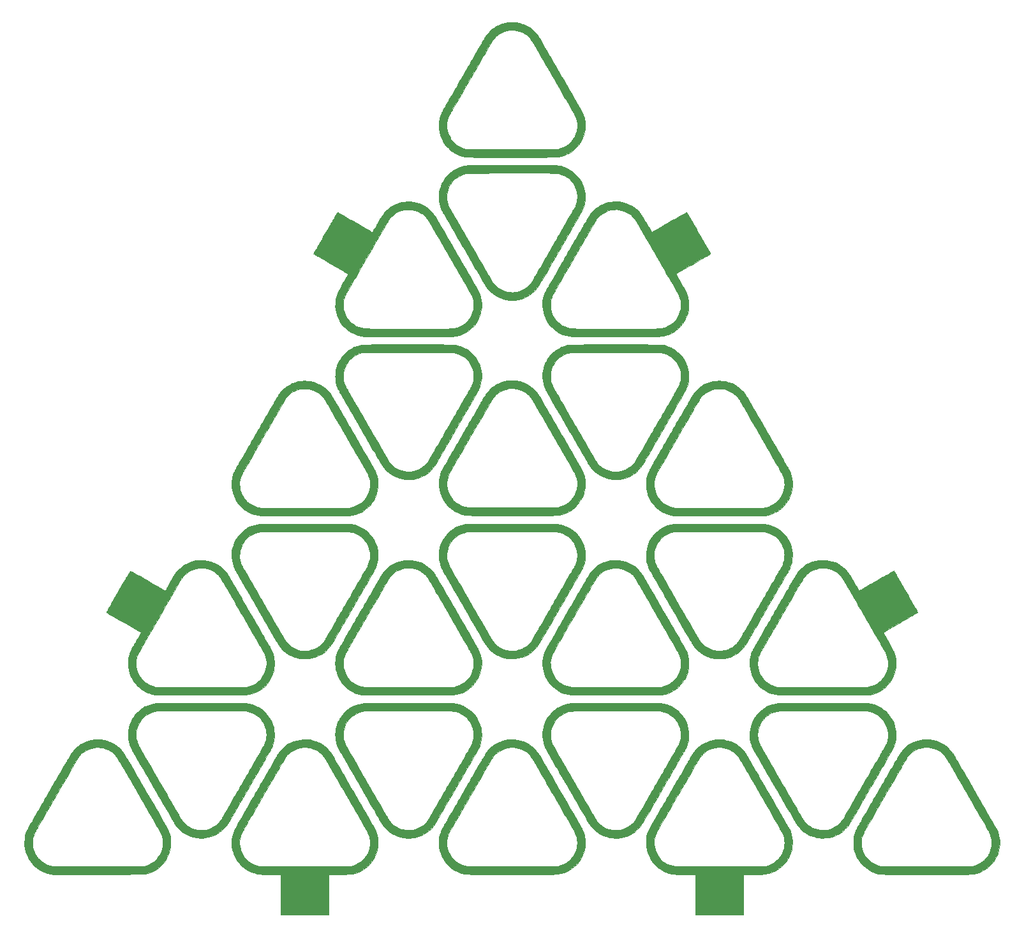
<source format=gbr>
%TF.GenerationSoftware,KiCad,Pcbnew,(6.0.0)*%
%TF.CreationDate,2022-01-31T16:29:53-08:00*%
%TF.ProjectId,PCB-middle,5043422d-6d69-4646-946c-652e6b696361,rev?*%
%TF.SameCoordinates,Original*%
%TF.FileFunction,Soldermask,Top*%
%TF.FilePolarity,Negative*%
%FSLAX46Y46*%
G04 Gerber Fmt 4.6, Leading zero omitted, Abs format (unit mm)*
G04 Created by KiCad (PCBNEW (6.0.0)) date 2022-01-31 16:29:53*
%MOMM*%
%LPD*%
G01*
G04 APERTURE LIST*
%ADD10C,0.010000*%
G04 APERTURE END LIST*
D10*
%TO.C,Ref\u002A\u002A*%
X107552551Y-104812773D02*
X107719183Y-104821294D01*
X107719183Y-104821294D02*
X107773070Y-104826148D01*
X107773070Y-104826148D02*
X108190084Y-104889557D01*
X108190084Y-104889557D02*
X108595072Y-104991505D01*
X108595072Y-104991505D02*
X108984899Y-105130714D01*
X108984899Y-105130714D02*
X109356432Y-105305908D01*
X109356432Y-105305908D02*
X109706539Y-105515811D01*
X109706539Y-105515811D02*
X110001421Y-105733912D01*
X110001421Y-105733912D02*
X110243590Y-105949734D01*
X110243590Y-105949734D02*
X110478100Y-106194193D01*
X110478100Y-106194193D02*
X110693477Y-106454474D01*
X110693477Y-106454474D02*
X110867794Y-106701433D01*
X110867794Y-106701433D02*
X110885426Y-106730688D01*
X110885426Y-106730688D02*
X110923129Y-106794749D01*
X110923129Y-106794749D02*
X110979826Y-106891748D01*
X110979826Y-106891748D02*
X111054438Y-107019820D01*
X111054438Y-107019820D02*
X111145886Y-107177097D01*
X111145886Y-107177097D02*
X111253093Y-107361715D01*
X111253093Y-107361715D02*
X111374980Y-107571807D01*
X111374980Y-107571807D02*
X111510468Y-107805505D01*
X111510468Y-107805505D02*
X111658479Y-108060945D01*
X111658479Y-108060945D02*
X111817936Y-108336259D01*
X111817936Y-108336259D02*
X111987759Y-108629581D01*
X111987759Y-108629581D02*
X112166870Y-108939046D01*
X112166870Y-108939046D02*
X112354192Y-109262786D01*
X112354192Y-109262786D02*
X112548644Y-109598936D01*
X112548644Y-109598936D02*
X112749151Y-109945629D01*
X112749151Y-109945629D02*
X112954632Y-110300998D01*
X112954632Y-110300998D02*
X113164010Y-110663178D01*
X113164010Y-110663178D02*
X113376206Y-111030302D01*
X113376206Y-111030302D02*
X113590142Y-111400505D01*
X113590142Y-111400505D02*
X113804740Y-111771918D01*
X113804740Y-111771918D02*
X114018921Y-112142677D01*
X114018921Y-112142677D02*
X114231607Y-112510915D01*
X114231607Y-112510915D02*
X114441719Y-112874766D01*
X114441719Y-112874766D02*
X114648180Y-113232363D01*
X114648180Y-113232363D02*
X114849911Y-113581840D01*
X114849911Y-113581840D02*
X115045834Y-113921331D01*
X115045834Y-113921331D02*
X115234870Y-114248969D01*
X115234870Y-114248969D02*
X115415941Y-114562888D01*
X115415941Y-114562888D02*
X115587968Y-114861222D01*
X115587968Y-114861222D02*
X115749874Y-115142105D01*
X115749874Y-115142105D02*
X115900580Y-115403669D01*
X115900580Y-115403669D02*
X116039008Y-115644050D01*
X116039008Y-115644050D02*
X116164079Y-115861380D01*
X116164079Y-115861380D02*
X116274715Y-116053794D01*
X116274715Y-116053794D02*
X116369837Y-116219425D01*
X116369837Y-116219425D02*
X116448368Y-116356406D01*
X116448368Y-116356406D02*
X116509229Y-116462871D01*
X116509229Y-116462871D02*
X116551342Y-116536955D01*
X116551342Y-116536955D02*
X116573024Y-116575683D01*
X116573024Y-116575683D02*
X116685917Y-116806111D01*
X116685917Y-116806111D02*
X116790481Y-117065519D01*
X116790481Y-117065519D02*
X116882315Y-117340740D01*
X116882315Y-117340740D02*
X116957021Y-117618602D01*
X116957021Y-117618602D02*
X117009693Y-117882763D01*
X117009693Y-117882763D02*
X117052768Y-118284077D01*
X117052768Y-118284077D02*
X117055115Y-118687274D01*
X117055115Y-118687274D02*
X117018009Y-119088933D01*
X117018009Y-119088933D02*
X116942721Y-119485632D01*
X116942721Y-119485632D02*
X116830525Y-119873951D01*
X116830525Y-119873951D02*
X116682694Y-120250467D01*
X116682694Y-120250467D02*
X116500500Y-120611761D01*
X116500500Y-120611761D02*
X116285216Y-120954409D01*
X116285216Y-120954409D02*
X116038116Y-121274991D01*
X116038116Y-121274991D02*
X115760471Y-121570086D01*
X115760471Y-121570086D02*
X115575888Y-121736765D01*
X115575888Y-121736765D02*
X115242171Y-121992266D01*
X115242171Y-121992266D02*
X114887851Y-122211027D01*
X114887851Y-122211027D02*
X114514360Y-122392453D01*
X114514360Y-122392453D02*
X114123132Y-122535948D01*
X114123132Y-122535948D02*
X113715598Y-122640918D01*
X113715598Y-122640918D02*
X113293191Y-122706769D01*
X113293191Y-122706769D02*
X113222480Y-122713804D01*
X113222480Y-122713804D02*
X113185641Y-122715252D01*
X113185641Y-122715252D02*
X113108653Y-122716651D01*
X113108653Y-122716651D02*
X112993651Y-122718002D01*
X112993651Y-122718002D02*
X112842773Y-122719302D01*
X112842773Y-122719302D02*
X112658156Y-122720549D01*
X112658156Y-122720549D02*
X112441938Y-122721743D01*
X112441938Y-122721743D02*
X112196254Y-122722883D01*
X112196254Y-122722883D02*
X111923243Y-122723966D01*
X111923243Y-122723966D02*
X111625042Y-122724991D01*
X111625042Y-122724991D02*
X111303787Y-122725958D01*
X111303787Y-122725958D02*
X110961615Y-122726864D01*
X110961615Y-122726864D02*
X110600665Y-122727708D01*
X110600665Y-122727708D02*
X110223073Y-122728490D01*
X110223073Y-122728490D02*
X109830976Y-122729207D01*
X109830976Y-122729207D02*
X109426511Y-122729857D01*
X109426511Y-122729857D02*
X109011815Y-122730441D01*
X109011815Y-122730441D02*
X108589026Y-122730956D01*
X108589026Y-122730956D02*
X108160280Y-122731402D01*
X108160280Y-122731402D02*
X107727715Y-122731776D01*
X107727715Y-122731776D02*
X107293468Y-122732077D01*
X107293468Y-122732077D02*
X106859675Y-122732304D01*
X106859675Y-122732304D02*
X106428475Y-122732455D01*
X106428475Y-122732455D02*
X106002004Y-122732530D01*
X106002004Y-122732530D02*
X105582399Y-122732527D01*
X105582399Y-122732527D02*
X105171798Y-122732444D01*
X105171798Y-122732444D02*
X104772337Y-122732280D01*
X104772337Y-122732280D02*
X104386154Y-122732033D01*
X104386154Y-122732033D02*
X104015385Y-122731703D01*
X104015385Y-122731703D02*
X103662168Y-122731288D01*
X103662168Y-122731288D02*
X103328641Y-122730787D01*
X103328641Y-122730787D02*
X103016939Y-122730197D01*
X103016939Y-122730197D02*
X102729201Y-122729519D01*
X102729201Y-122729519D02*
X102467562Y-122728749D01*
X102467562Y-122728749D02*
X102234162Y-122727888D01*
X102234162Y-122727888D02*
X102031136Y-122726934D01*
X102031136Y-122726934D02*
X101860621Y-122725885D01*
X101860621Y-122725885D02*
X101724756Y-122724739D01*
X101724756Y-122724739D02*
X101625676Y-122723497D01*
X101625676Y-122723497D02*
X101565520Y-122722155D01*
X101565520Y-122722155D02*
X101549063Y-122721309D01*
X101549063Y-122721309D02*
X101332936Y-122697851D01*
X101332936Y-122697851D02*
X101144989Y-122670953D01*
X101144989Y-122670953D02*
X100971081Y-122638286D01*
X100971081Y-122638286D02*
X100797072Y-122597521D01*
X100797072Y-122597521D02*
X100796360Y-122597339D01*
X100796360Y-122597339D02*
X100398945Y-122476081D01*
X100398945Y-122476081D02*
X100025901Y-122320819D01*
X100025901Y-122320819D02*
X99674646Y-122130106D01*
X99674646Y-122130106D02*
X99342595Y-121902494D01*
X99342595Y-121902494D02*
X99027167Y-121636537D01*
X99027167Y-121636537D02*
X98948628Y-121561966D01*
X98948628Y-121561966D02*
X98677946Y-121276824D01*
X98677946Y-121276824D02*
X98443416Y-120981018D01*
X98443416Y-120981018D02*
X98238921Y-120666210D01*
X98238921Y-120666210D02*
X98093430Y-120396266D01*
X98093430Y-120396266D02*
X97937057Y-120048614D01*
X97937057Y-120048614D02*
X97817087Y-119706381D01*
X97817087Y-119706381D02*
X97731807Y-119361620D01*
X97731807Y-119361620D02*
X97679503Y-119006382D01*
X97679503Y-119006382D02*
X97658462Y-118632719D01*
X97658462Y-118632719D02*
X97658978Y-118567060D01*
X97658978Y-118567060D02*
X98692756Y-118567060D01*
X98692756Y-118567060D02*
X98695770Y-118749496D01*
X98695770Y-118749496D02*
X98708167Y-118906178D01*
X98708167Y-118906178D02*
X98710992Y-118927473D01*
X98710992Y-118927473D02*
X98782207Y-119282414D01*
X98782207Y-119282414D02*
X98892980Y-119629281D01*
X98892980Y-119629281D02*
X99040869Y-119962595D01*
X99040869Y-119962595D02*
X99223434Y-120276877D01*
X99223434Y-120276877D02*
X99438234Y-120566647D01*
X99438234Y-120566647D02*
X99444389Y-120573997D01*
X99444389Y-120573997D02*
X99694574Y-120839764D01*
X99694574Y-120839764D02*
X99969529Y-121071579D01*
X99969529Y-121071579D02*
X100267652Y-121268607D01*
X100267652Y-121268607D02*
X100587338Y-121430010D01*
X100587338Y-121430010D02*
X100926986Y-121554950D01*
X100926986Y-121554950D02*
X101284990Y-121642590D01*
X101284990Y-121642590D02*
X101570230Y-121683930D01*
X101570230Y-121683930D02*
X101597465Y-121684572D01*
X101597465Y-121684572D02*
X101665294Y-121685179D01*
X101665294Y-121685179D02*
X101771978Y-121685748D01*
X101771978Y-121685748D02*
X101915776Y-121686280D01*
X101915776Y-121686280D02*
X102094949Y-121686771D01*
X102094949Y-121686771D02*
X102307757Y-121687222D01*
X102307757Y-121687222D02*
X102552461Y-121687630D01*
X102552461Y-121687630D02*
X102827321Y-121687994D01*
X102827321Y-121687994D02*
X103130597Y-121688313D01*
X103130597Y-121688313D02*
X103460550Y-121688585D01*
X103460550Y-121688585D02*
X103815441Y-121688810D01*
X103815441Y-121688810D02*
X104193529Y-121688984D01*
X104193529Y-121688984D02*
X104593075Y-121689108D01*
X104593075Y-121689108D02*
X105012340Y-121689180D01*
X105012340Y-121689180D02*
X105449584Y-121689198D01*
X105449584Y-121689198D02*
X105903067Y-121689161D01*
X105903067Y-121689161D02*
X106371049Y-121689067D01*
X106371049Y-121689067D02*
X106851792Y-121688916D01*
X106851792Y-121688916D02*
X107343555Y-121688705D01*
X107343555Y-121688705D02*
X107454563Y-121688650D01*
X107454563Y-121688650D02*
X113264813Y-121685689D01*
X113264813Y-121685689D02*
X113468065Y-121640709D01*
X113468065Y-121640709D02*
X113835378Y-121539671D01*
X113835378Y-121539671D02*
X114177521Y-121404653D01*
X114177521Y-121404653D02*
X114494745Y-121235523D01*
X114494745Y-121235523D02*
X114787302Y-121032150D01*
X114787302Y-121032150D02*
X115007896Y-120840766D01*
X115007896Y-120840766D02*
X115261056Y-120571619D01*
X115261056Y-120571619D02*
X115478913Y-120282734D01*
X115478913Y-120282734D02*
X115660888Y-119977013D01*
X115660888Y-119977013D02*
X115806399Y-119657359D01*
X115806399Y-119657359D02*
X115914867Y-119326674D01*
X115914867Y-119326674D02*
X115985711Y-118987859D01*
X115985711Y-118987859D02*
X116018351Y-118643817D01*
X116018351Y-118643817D02*
X116012207Y-118297451D01*
X116012207Y-118297451D02*
X115966697Y-117951662D01*
X115966697Y-117951662D02*
X115881242Y-117609352D01*
X115881242Y-117609352D02*
X115755262Y-117273424D01*
X115755262Y-117273424D02*
X115731678Y-117221266D01*
X115731678Y-117221266D02*
X115712925Y-117185327D01*
X115712925Y-117185327D02*
X115674006Y-117114653D01*
X115674006Y-117114653D02*
X115616001Y-117011112D01*
X115616001Y-117011112D02*
X115539988Y-116876572D01*
X115539988Y-116876572D02*
X115447046Y-116712901D01*
X115447046Y-116712901D02*
X115338254Y-116521967D01*
X115338254Y-116521967D02*
X115214690Y-116305638D01*
X115214690Y-116305638D02*
X115077433Y-116065780D01*
X115077433Y-116065780D02*
X114927562Y-115804263D01*
X114927562Y-115804263D02*
X114766155Y-115522954D01*
X114766155Y-115522954D02*
X114594292Y-115223720D01*
X114594292Y-115223720D02*
X114413051Y-114908430D01*
X114413051Y-114908430D02*
X114223510Y-114578952D01*
X114223510Y-114578952D02*
X114026749Y-114237152D01*
X114026749Y-114237152D02*
X113823846Y-113884900D01*
X113823846Y-113884900D02*
X113615880Y-113524062D01*
X113615880Y-113524062D02*
X113403930Y-113156507D01*
X113403930Y-113156507D02*
X113189074Y-112784102D01*
X113189074Y-112784102D02*
X112972392Y-112408715D01*
X112972392Y-112408715D02*
X112754961Y-112032215D01*
X112754961Y-112032215D02*
X112537861Y-111656468D01*
X112537861Y-111656468D02*
X112322170Y-111283343D01*
X112322170Y-111283343D02*
X112108967Y-110914708D01*
X112108967Y-110914708D02*
X111899332Y-110552430D01*
X111899332Y-110552430D02*
X111694341Y-110198376D01*
X111694341Y-110198376D02*
X111495075Y-109854416D01*
X111495075Y-109854416D02*
X111302612Y-109522417D01*
X111302612Y-109522417D02*
X111118031Y-109204245D01*
X111118031Y-109204245D02*
X110942410Y-108901771D01*
X110942410Y-108901771D02*
X110776829Y-108616860D01*
X110776829Y-108616860D02*
X110622365Y-108351381D01*
X110622365Y-108351381D02*
X110480098Y-108107202D01*
X110480098Y-108107202D02*
X110351106Y-107886191D01*
X110351106Y-107886191D02*
X110236469Y-107690215D01*
X110236469Y-107690215D02*
X110137264Y-107521142D01*
X110137264Y-107521142D02*
X110054572Y-107380840D01*
X110054572Y-107380840D02*
X109989469Y-107271177D01*
X109989469Y-107271177D02*
X109943036Y-107194021D01*
X109943036Y-107194021D02*
X109916350Y-107151238D01*
X109916350Y-107151238D02*
X109912921Y-107146177D01*
X109912921Y-107146177D02*
X109805626Y-107008216D01*
X109805626Y-107008216D02*
X109673652Y-106860239D01*
X109673652Y-106860239D02*
X109527165Y-106712215D01*
X109527165Y-106712215D02*
X109376333Y-106574113D01*
X109376333Y-106574113D02*
X109231320Y-106455902D01*
X109231320Y-106455902D02*
X109149185Y-106397233D01*
X109149185Y-106397233D02*
X108827931Y-106205592D01*
X108827931Y-106205592D02*
X108500479Y-106055481D01*
X108500479Y-106055481D02*
X108164690Y-105946293D01*
X108164690Y-105946293D02*
X107818428Y-105877421D01*
X107818428Y-105877421D02*
X107459556Y-105848256D01*
X107459556Y-105848256D02*
X107224877Y-105850043D01*
X107224877Y-105850043D02*
X106981088Y-105866791D01*
X106981088Y-105866791D02*
X106759750Y-105898122D01*
X106759750Y-105898122D02*
X106542555Y-105947186D01*
X106542555Y-105947186D02*
X106375063Y-105996341D01*
X106375063Y-105996341D02*
X106047144Y-106122507D01*
X106047144Y-106122507D02*
X105735500Y-106286489D01*
X105735500Y-106286489D02*
X105443046Y-106485933D01*
X105443046Y-106485933D02*
X105172699Y-106718484D01*
X105172699Y-106718484D02*
X104927373Y-106981788D01*
X104927373Y-106981788D02*
X104709984Y-107273491D01*
X104709984Y-107273491D02*
X104623764Y-107410516D01*
X104623764Y-107410516D02*
X104596571Y-107456730D01*
X104596571Y-107456730D02*
X104549960Y-107536659D01*
X104549960Y-107536659D02*
X104485010Y-107648435D01*
X104485010Y-107648435D02*
X104402795Y-107790192D01*
X104402795Y-107790192D02*
X104304394Y-107960063D01*
X104304394Y-107960063D02*
X104190883Y-108156182D01*
X104190883Y-108156182D02*
X104063339Y-108376680D01*
X104063339Y-108376680D02*
X103922838Y-108619692D01*
X103922838Y-108619692D02*
X103770458Y-108883351D01*
X103770458Y-108883351D02*
X103607275Y-109165789D01*
X103607275Y-109165789D02*
X103434365Y-109465140D01*
X103434365Y-109465140D02*
X103252806Y-109779537D01*
X103252806Y-109779537D02*
X103063675Y-110107112D01*
X103063675Y-110107112D02*
X102868047Y-110446000D01*
X102868047Y-110446000D02*
X102667001Y-110794333D01*
X102667001Y-110794333D02*
X102461612Y-111150244D01*
X102461612Y-111150244D02*
X102252957Y-111511867D01*
X102252957Y-111511867D02*
X102042114Y-111877334D01*
X102042114Y-111877334D02*
X101830159Y-112244779D01*
X101830159Y-112244779D02*
X101618168Y-112612335D01*
X101618168Y-112612335D02*
X101407219Y-112978134D01*
X101407219Y-112978134D02*
X101198388Y-113340311D01*
X101198388Y-113340311D02*
X100992751Y-113696998D01*
X100992751Y-113696998D02*
X100791387Y-114046328D01*
X100791387Y-114046328D02*
X100595371Y-114386434D01*
X100595371Y-114386434D02*
X100405781Y-114715450D01*
X100405781Y-114715450D02*
X100223692Y-115031508D01*
X100223692Y-115031508D02*
X100050182Y-115332743D01*
X100050182Y-115332743D02*
X99886328Y-115617286D01*
X99886328Y-115617286D02*
X99733206Y-115883270D01*
X99733206Y-115883270D02*
X99591893Y-116128830D01*
X99591893Y-116128830D02*
X99463466Y-116352099D01*
X99463466Y-116352099D02*
X99349002Y-116551208D01*
X99349002Y-116551208D02*
X99249577Y-116724292D01*
X99249577Y-116724292D02*
X99166268Y-116869483D01*
X99166268Y-116869483D02*
X99100151Y-116984915D01*
X99100151Y-116984915D02*
X99052305Y-117068721D01*
X99052305Y-117068721D02*
X99023805Y-117119034D01*
X99023805Y-117119034D02*
X99015960Y-117133290D01*
X99015960Y-117133290D02*
X98942769Y-117293810D01*
X98942769Y-117293810D02*
X98871551Y-117479192D01*
X98871551Y-117479192D02*
X98808464Y-117672175D01*
X98808464Y-117672175D02*
X98762005Y-117845385D01*
X98762005Y-117845385D02*
X98733750Y-117998033D01*
X98733750Y-117998033D02*
X98712372Y-118178048D01*
X98712372Y-118178048D02*
X98698499Y-118372151D01*
X98698499Y-118372151D02*
X98692756Y-118567060D01*
X98692756Y-118567060D02*
X97658978Y-118567060D01*
X97658978Y-118567060D02*
X97660390Y-118387484D01*
X97660390Y-118387484D02*
X97675670Y-118103356D01*
X97675670Y-118103356D02*
X97705159Y-117845787D01*
X97705159Y-117845787D02*
X97751439Y-117600629D01*
X97751439Y-117600629D02*
X97817096Y-117353734D01*
X97817096Y-117353734D02*
X97889261Y-117134224D01*
X97889261Y-117134224D02*
X97927318Y-117030406D01*
X97927318Y-117030406D02*
X97967518Y-116930073D01*
X97967518Y-116930073D02*
X98012599Y-116827784D01*
X98012599Y-116827784D02*
X98065296Y-116718101D01*
X98065296Y-116718101D02*
X98128347Y-116595586D01*
X98128347Y-116595586D02*
X98204488Y-116454801D01*
X98204488Y-116454801D02*
X98296457Y-116290306D01*
X98296457Y-116290306D02*
X98406990Y-116096663D01*
X98406990Y-116096663D02*
X98441954Y-116035933D01*
X98441954Y-116035933D02*
X98544329Y-115858386D01*
X98544329Y-115858386D02*
X98658640Y-115660159D01*
X98658640Y-115660159D02*
X98777965Y-115453256D01*
X98777965Y-115453256D02*
X98895380Y-115249681D01*
X98895380Y-115249681D02*
X99003961Y-115061440D01*
X99003961Y-115061440D02*
X99077882Y-114933301D01*
X99077882Y-114933301D02*
X99384302Y-114402170D01*
X99384302Y-114402170D02*
X97104523Y-113085994D01*
X97104523Y-113085994D02*
X96817873Y-112920456D01*
X96817873Y-112920456D02*
X96541089Y-112760523D01*
X96541089Y-112760523D02*
X96276416Y-112607497D01*
X96276416Y-112607497D02*
X96026101Y-112462681D01*
X96026101Y-112462681D02*
X95792391Y-112327377D01*
X95792391Y-112327377D02*
X95577530Y-112202888D01*
X95577530Y-112202888D02*
X95383766Y-112090516D01*
X95383766Y-112090516D02*
X95213344Y-111991565D01*
X95213344Y-111991565D02*
X95068511Y-111907337D01*
X95068511Y-111907337D02*
X94951513Y-111839134D01*
X94951513Y-111839134D02*
X94864597Y-111788259D01*
X94864597Y-111788259D02*
X94810007Y-111756014D01*
X94810007Y-111756014D02*
X94790202Y-111743876D01*
X94790202Y-111743876D02*
X94787233Y-111737307D01*
X94787233Y-111737307D02*
X94788847Y-111723896D01*
X94788847Y-111723896D02*
X94795995Y-111701947D01*
X94795995Y-111701947D02*
X94809626Y-111669760D01*
X94809626Y-111669760D02*
X94830689Y-111625640D01*
X94830689Y-111625640D02*
X94860133Y-111567886D01*
X94860133Y-111567886D02*
X94898909Y-111494803D01*
X94898909Y-111494803D02*
X94947966Y-111404693D01*
X94947966Y-111404693D02*
X95008253Y-111295857D01*
X95008253Y-111295857D02*
X95080719Y-111166599D01*
X95080719Y-111166599D02*
X95166315Y-111015220D01*
X95166315Y-111015220D02*
X95265989Y-110840023D01*
X95265989Y-110840023D02*
X95380691Y-110639311D01*
X95380691Y-110639311D02*
X95511371Y-110411384D01*
X95511371Y-110411384D02*
X95658978Y-110154547D01*
X95658978Y-110154547D02*
X95824461Y-109867102D01*
X95824461Y-109867102D02*
X96008771Y-109547349D01*
X96008771Y-109547349D02*
X96212855Y-109193593D01*
X96212855Y-109193593D02*
X96331846Y-108987433D01*
X96331846Y-108987433D02*
X96513064Y-108673691D01*
X96513064Y-108673691D02*
X96688748Y-108369903D01*
X96688748Y-108369903D02*
X96857713Y-108078098D01*
X96857713Y-108078098D02*
X97018776Y-107800306D01*
X97018776Y-107800306D02*
X97170753Y-107538559D01*
X97170753Y-107538559D02*
X97312457Y-107294887D01*
X97312457Y-107294887D02*
X97442707Y-107071320D01*
X97442707Y-107071320D02*
X97560316Y-106869888D01*
X97560316Y-106869888D02*
X97664101Y-106692621D01*
X97664101Y-106692621D02*
X97752878Y-106541551D01*
X97752878Y-106541551D02*
X97825461Y-106418708D01*
X97825461Y-106418708D02*
X97880668Y-106326122D01*
X97880668Y-106326122D02*
X97917313Y-106265822D01*
X97917313Y-106265822D02*
X97934212Y-106239841D01*
X97934212Y-106239841D02*
X97935023Y-106238991D01*
X97935023Y-106238991D02*
X97957895Y-106246466D01*
X97957895Y-106246466D02*
X98016875Y-106275323D01*
X98016875Y-106275323D02*
X98111993Y-106325580D01*
X98111993Y-106325580D02*
X98243282Y-106397255D01*
X98243282Y-106397255D02*
X98410773Y-106490366D01*
X98410773Y-106490366D02*
X98614498Y-106604929D01*
X98614498Y-106604929D02*
X98854488Y-106740965D01*
X98854488Y-106740965D02*
X99130775Y-106898489D01*
X99130775Y-106898489D02*
X99443390Y-107077519D01*
X99443390Y-107077519D02*
X99792366Y-107278075D01*
X99792366Y-107278075D02*
X100177733Y-107500173D01*
X100177733Y-107500173D02*
X100257191Y-107546033D01*
X100257191Y-107546033D02*
X100544270Y-107711703D01*
X100544270Y-107711703D02*
X100821188Y-107871397D01*
X100821188Y-107871397D02*
X101085737Y-108023848D01*
X101085737Y-108023848D02*
X101335708Y-108167788D01*
X101335708Y-108167788D02*
X101568894Y-108301947D01*
X101568894Y-108301947D02*
X101783086Y-108425060D01*
X101783086Y-108425060D02*
X101976075Y-108535857D01*
X101976075Y-108535857D02*
X102145652Y-108633071D01*
X102145652Y-108633071D02*
X102289609Y-108715434D01*
X102289609Y-108715434D02*
X102405738Y-108781678D01*
X102405738Y-108781678D02*
X102491831Y-108830535D01*
X102491831Y-108830535D02*
X102545678Y-108860737D01*
X102545678Y-108860737D02*
X102565063Y-108871016D01*
X102565063Y-108871016D02*
X102577657Y-108853199D01*
X102577657Y-108853199D02*
X102609431Y-108801903D01*
X102609431Y-108801903D02*
X102658482Y-108720358D01*
X102658482Y-108720358D02*
X102722909Y-108611793D01*
X102722909Y-108611793D02*
X102800808Y-108479441D01*
X102800808Y-108479441D02*
X102890278Y-108326531D01*
X102890278Y-108326531D02*
X102989415Y-108156294D01*
X102989415Y-108156294D02*
X103096317Y-107971960D01*
X103096317Y-107971960D02*
X103190535Y-107808919D01*
X103190535Y-107808919D02*
X103307438Y-107607196D01*
X103307438Y-107607196D02*
X103422350Y-107410618D01*
X103422350Y-107410618D02*
X103532782Y-107223325D01*
X103532782Y-107223325D02*
X103636250Y-107049460D01*
X103636250Y-107049460D02*
X103730267Y-106893163D01*
X103730267Y-106893163D02*
X103812347Y-106758576D01*
X103812347Y-106758576D02*
X103880005Y-106649842D01*
X103880005Y-106649842D02*
X103930754Y-106571100D01*
X103930754Y-106571100D02*
X103953110Y-106538500D01*
X103953110Y-106538500D02*
X104215653Y-106208631D01*
X104215653Y-106208631D02*
X104505223Y-105911057D01*
X104505223Y-105911057D02*
X104820628Y-105646518D01*
X104820628Y-105646518D02*
X105160674Y-105415755D01*
X105160674Y-105415755D02*
X105524169Y-105219506D01*
X105524169Y-105219506D02*
X105909920Y-105058511D01*
X105909920Y-105058511D02*
X106316734Y-104933510D01*
X106316734Y-104933510D02*
X106660813Y-104859163D01*
X106660813Y-104859163D02*
X106805160Y-104839260D01*
X106805160Y-104839260D02*
X106979051Y-104824297D01*
X106979051Y-104824297D02*
X107169942Y-104814647D01*
X107169942Y-104814647D02*
X107365289Y-104810681D01*
X107365289Y-104810681D02*
X107552551Y-104812773D01*
X107552551Y-104812773D02*
X107552551Y-104812773D01*
G36*
X97675670Y-118103356D02*
G01*
X97705159Y-117845787D01*
X97751439Y-117600629D01*
X97817096Y-117353734D01*
X97889261Y-117134224D01*
X97927318Y-117030406D01*
X97967518Y-116930073D01*
X98012599Y-116827784D01*
X98065296Y-116718101D01*
X98128347Y-116595586D01*
X98204488Y-116454801D01*
X98296457Y-116290306D01*
X98406990Y-116096663D01*
X98441954Y-116035933D01*
X98544329Y-115858386D01*
X98658640Y-115660159D01*
X98777965Y-115453256D01*
X98895380Y-115249681D01*
X99003961Y-115061440D01*
X99077882Y-114933301D01*
X99384302Y-114402170D01*
X97104523Y-113085994D01*
X96817873Y-112920456D01*
X96541089Y-112760523D01*
X96276416Y-112607497D01*
X96026101Y-112462681D01*
X95792391Y-112327377D01*
X95577530Y-112202888D01*
X95383766Y-112090516D01*
X95213344Y-111991565D01*
X95068511Y-111907337D01*
X94951513Y-111839134D01*
X94864597Y-111788259D01*
X94810007Y-111756014D01*
X94790202Y-111743876D01*
X94787233Y-111737307D01*
X94788847Y-111723896D01*
X94795995Y-111701947D01*
X94809626Y-111669760D01*
X94830689Y-111625640D01*
X94860133Y-111567886D01*
X94898909Y-111494803D01*
X94947966Y-111404693D01*
X95008253Y-111295857D01*
X95080719Y-111166599D01*
X95166315Y-111015220D01*
X95265989Y-110840023D01*
X95380691Y-110639311D01*
X95511371Y-110411384D01*
X95658978Y-110154547D01*
X95824461Y-109867102D01*
X96008771Y-109547349D01*
X96212855Y-109193593D01*
X96331846Y-108987433D01*
X96513064Y-108673691D01*
X96688748Y-108369903D01*
X96857713Y-108078098D01*
X97018776Y-107800306D01*
X97170753Y-107538559D01*
X97312457Y-107294887D01*
X97442707Y-107071320D01*
X97560316Y-106869888D01*
X97664101Y-106692621D01*
X97752878Y-106541551D01*
X97825461Y-106418708D01*
X97880668Y-106326122D01*
X97917313Y-106265822D01*
X97934212Y-106239841D01*
X97935023Y-106238991D01*
X97957895Y-106246466D01*
X98016875Y-106275323D01*
X98111993Y-106325580D01*
X98243282Y-106397255D01*
X98410773Y-106490366D01*
X98614498Y-106604929D01*
X98854488Y-106740965D01*
X99130775Y-106898489D01*
X99443390Y-107077519D01*
X99792366Y-107278075D01*
X100177733Y-107500173D01*
X100257191Y-107546033D01*
X100544270Y-107711703D01*
X100821188Y-107871397D01*
X101085737Y-108023848D01*
X101335708Y-108167788D01*
X101568894Y-108301947D01*
X101783086Y-108425060D01*
X101976075Y-108535857D01*
X102145652Y-108633071D01*
X102289609Y-108715434D01*
X102405738Y-108781678D01*
X102491831Y-108830535D01*
X102545678Y-108860737D01*
X102565063Y-108871016D01*
X102577657Y-108853199D01*
X102609431Y-108801903D01*
X102658482Y-108720358D01*
X102722909Y-108611793D01*
X102800808Y-108479441D01*
X102890278Y-108326531D01*
X102989415Y-108156294D01*
X103096317Y-107971960D01*
X103190535Y-107808919D01*
X103307438Y-107607196D01*
X103422350Y-107410618D01*
X103532782Y-107223325D01*
X103636250Y-107049460D01*
X103730267Y-106893163D01*
X103812347Y-106758576D01*
X103880005Y-106649842D01*
X103930754Y-106571100D01*
X103953110Y-106538500D01*
X104215653Y-106208631D01*
X104505223Y-105911057D01*
X104820628Y-105646518D01*
X105160674Y-105415755D01*
X105524169Y-105219506D01*
X105909920Y-105058511D01*
X106316734Y-104933510D01*
X106660813Y-104859163D01*
X106805160Y-104839260D01*
X106979051Y-104824297D01*
X107169942Y-104814647D01*
X107365289Y-104810681D01*
X107552551Y-104812773D01*
X107719183Y-104821294D01*
X107773070Y-104826148D01*
X108190084Y-104889557D01*
X108595072Y-104991505D01*
X108984899Y-105130714D01*
X109356432Y-105305908D01*
X109706539Y-105515811D01*
X110001421Y-105733912D01*
X110243590Y-105949734D01*
X110478100Y-106194193D01*
X110693477Y-106454474D01*
X110867794Y-106701433D01*
X110885426Y-106730688D01*
X110923129Y-106794749D01*
X110979826Y-106891748D01*
X111054438Y-107019820D01*
X111145886Y-107177097D01*
X111253093Y-107361715D01*
X111374980Y-107571807D01*
X111510468Y-107805505D01*
X111658479Y-108060945D01*
X111817936Y-108336259D01*
X111987759Y-108629581D01*
X112166870Y-108939046D01*
X112354192Y-109262786D01*
X112548644Y-109598936D01*
X112749151Y-109945629D01*
X112954632Y-110300998D01*
X113164010Y-110663178D01*
X113376206Y-111030302D01*
X113590142Y-111400505D01*
X113804740Y-111771918D01*
X114018921Y-112142677D01*
X114231607Y-112510915D01*
X114441719Y-112874766D01*
X114648180Y-113232363D01*
X114849911Y-113581840D01*
X115045834Y-113921331D01*
X115234870Y-114248969D01*
X115415941Y-114562888D01*
X115587968Y-114861222D01*
X115749874Y-115142105D01*
X115900580Y-115403669D01*
X116039008Y-115644050D01*
X116164079Y-115861380D01*
X116274715Y-116053794D01*
X116369837Y-116219425D01*
X116448368Y-116356406D01*
X116509229Y-116462871D01*
X116551342Y-116536955D01*
X116573024Y-116575683D01*
X116685917Y-116806111D01*
X116790481Y-117065519D01*
X116882315Y-117340740D01*
X116957021Y-117618602D01*
X117009693Y-117882763D01*
X117052768Y-118284077D01*
X117055115Y-118687274D01*
X117018009Y-119088933D01*
X116942721Y-119485632D01*
X116830525Y-119873951D01*
X116682694Y-120250467D01*
X116500500Y-120611761D01*
X116285216Y-120954409D01*
X116038116Y-121274991D01*
X115760471Y-121570086D01*
X115575888Y-121736765D01*
X115242171Y-121992266D01*
X114887851Y-122211027D01*
X114514360Y-122392453D01*
X114123132Y-122535948D01*
X113715598Y-122640918D01*
X113293191Y-122706769D01*
X113222480Y-122713804D01*
X113185641Y-122715252D01*
X113108653Y-122716651D01*
X112993651Y-122718002D01*
X112842773Y-122719302D01*
X112658156Y-122720549D01*
X112441938Y-122721743D01*
X112196254Y-122722883D01*
X111923243Y-122723966D01*
X111625042Y-122724991D01*
X111303787Y-122725958D01*
X110961615Y-122726864D01*
X110600665Y-122727708D01*
X110223073Y-122728490D01*
X109830976Y-122729207D01*
X109426511Y-122729857D01*
X109011815Y-122730441D01*
X108589026Y-122730956D01*
X108160280Y-122731402D01*
X107727715Y-122731776D01*
X107293468Y-122732077D01*
X106859675Y-122732304D01*
X106428475Y-122732455D01*
X106002004Y-122732530D01*
X105582399Y-122732527D01*
X105171798Y-122732444D01*
X104772337Y-122732280D01*
X104386154Y-122732033D01*
X104015385Y-122731703D01*
X103662168Y-122731288D01*
X103328641Y-122730787D01*
X103016939Y-122730197D01*
X102729201Y-122729519D01*
X102467562Y-122728749D01*
X102234162Y-122727888D01*
X102031136Y-122726934D01*
X101860621Y-122725885D01*
X101724756Y-122724739D01*
X101625676Y-122723497D01*
X101565520Y-122722155D01*
X101549063Y-122721309D01*
X101332936Y-122697851D01*
X101144989Y-122670953D01*
X100971081Y-122638286D01*
X100797072Y-122597521D01*
X100796360Y-122597339D01*
X100398945Y-122476081D01*
X100025901Y-122320819D01*
X99674646Y-122130106D01*
X99342595Y-121902494D01*
X99027167Y-121636537D01*
X98948628Y-121561966D01*
X98677946Y-121276824D01*
X98443416Y-120981018D01*
X98238921Y-120666210D01*
X98093430Y-120396266D01*
X97937057Y-120048614D01*
X97817087Y-119706381D01*
X97731807Y-119361620D01*
X97679503Y-119006382D01*
X97658462Y-118632719D01*
X97658978Y-118567060D01*
X98692756Y-118567060D01*
X98695770Y-118749496D01*
X98708167Y-118906178D01*
X98710992Y-118927473D01*
X98782207Y-119282414D01*
X98892980Y-119629281D01*
X99040869Y-119962595D01*
X99223434Y-120276877D01*
X99438234Y-120566647D01*
X99444389Y-120573997D01*
X99694574Y-120839764D01*
X99969529Y-121071579D01*
X100267652Y-121268607D01*
X100587338Y-121430010D01*
X100926986Y-121554950D01*
X101284990Y-121642590D01*
X101570230Y-121683930D01*
X101597465Y-121684572D01*
X101665294Y-121685179D01*
X101771978Y-121685748D01*
X101915776Y-121686280D01*
X102094949Y-121686771D01*
X102307757Y-121687222D01*
X102552461Y-121687630D01*
X102827321Y-121687994D01*
X103130597Y-121688313D01*
X103460550Y-121688585D01*
X103815441Y-121688810D01*
X104193529Y-121688984D01*
X104593075Y-121689108D01*
X105012340Y-121689180D01*
X105449584Y-121689198D01*
X105903067Y-121689161D01*
X106371049Y-121689067D01*
X106851792Y-121688916D01*
X107343555Y-121688705D01*
X107454563Y-121688650D01*
X113264813Y-121685689D01*
X113468065Y-121640709D01*
X113835378Y-121539671D01*
X114177521Y-121404653D01*
X114494745Y-121235523D01*
X114787302Y-121032150D01*
X115007896Y-120840766D01*
X115261056Y-120571619D01*
X115478913Y-120282734D01*
X115660888Y-119977013D01*
X115806399Y-119657359D01*
X115914867Y-119326674D01*
X115985711Y-118987859D01*
X116018351Y-118643817D01*
X116012207Y-118297451D01*
X115966697Y-117951662D01*
X115881242Y-117609352D01*
X115755262Y-117273424D01*
X115731678Y-117221266D01*
X115712925Y-117185327D01*
X115674006Y-117114653D01*
X115616001Y-117011112D01*
X115539988Y-116876572D01*
X115447046Y-116712901D01*
X115338254Y-116521967D01*
X115214690Y-116305638D01*
X115077433Y-116065780D01*
X114927562Y-115804263D01*
X114766155Y-115522954D01*
X114594292Y-115223720D01*
X114413051Y-114908430D01*
X114223510Y-114578952D01*
X114026749Y-114237152D01*
X113823846Y-113884900D01*
X113615880Y-113524062D01*
X113403930Y-113156507D01*
X113189074Y-112784102D01*
X112972392Y-112408715D01*
X112754961Y-112032215D01*
X112537861Y-111656468D01*
X112322170Y-111283343D01*
X112108967Y-110914708D01*
X111899332Y-110552430D01*
X111694341Y-110198376D01*
X111495075Y-109854416D01*
X111302612Y-109522417D01*
X111118031Y-109204245D01*
X110942410Y-108901771D01*
X110776829Y-108616860D01*
X110622365Y-108351381D01*
X110480098Y-108107202D01*
X110351106Y-107886191D01*
X110236469Y-107690215D01*
X110137264Y-107521142D01*
X110054572Y-107380840D01*
X109989469Y-107271177D01*
X109943036Y-107194021D01*
X109916350Y-107151238D01*
X109912921Y-107146177D01*
X109805626Y-107008216D01*
X109673652Y-106860239D01*
X109527165Y-106712215D01*
X109376333Y-106574113D01*
X109231320Y-106455902D01*
X109149185Y-106397233D01*
X108827931Y-106205592D01*
X108500479Y-106055481D01*
X108164690Y-105946293D01*
X107818428Y-105877421D01*
X107459556Y-105848256D01*
X107224877Y-105850043D01*
X106981088Y-105866791D01*
X106759750Y-105898122D01*
X106542555Y-105947186D01*
X106375063Y-105996341D01*
X106047144Y-106122507D01*
X105735500Y-106286489D01*
X105443046Y-106485933D01*
X105172699Y-106718484D01*
X104927373Y-106981788D01*
X104709984Y-107273491D01*
X104623764Y-107410516D01*
X104596571Y-107456730D01*
X104549960Y-107536659D01*
X104485010Y-107648435D01*
X104402795Y-107790192D01*
X104304394Y-107960063D01*
X104190883Y-108156182D01*
X104063339Y-108376680D01*
X103922838Y-108619692D01*
X103770458Y-108883351D01*
X103607275Y-109165789D01*
X103434365Y-109465140D01*
X103252806Y-109779537D01*
X103063675Y-110107112D01*
X102868047Y-110446000D01*
X102667001Y-110794333D01*
X102461612Y-111150244D01*
X102252957Y-111511867D01*
X102042114Y-111877334D01*
X101830159Y-112244779D01*
X101618168Y-112612335D01*
X101407219Y-112978134D01*
X101198388Y-113340311D01*
X100992751Y-113696998D01*
X100791387Y-114046328D01*
X100595371Y-114386434D01*
X100405781Y-114715450D01*
X100223692Y-115031508D01*
X100050182Y-115332743D01*
X99886328Y-115617286D01*
X99733206Y-115883270D01*
X99591893Y-116128830D01*
X99463466Y-116352099D01*
X99349002Y-116551208D01*
X99249577Y-116724292D01*
X99166268Y-116869483D01*
X99100151Y-116984915D01*
X99052305Y-117068721D01*
X99023805Y-117119034D01*
X99015960Y-117133290D01*
X98942769Y-117293810D01*
X98871551Y-117479192D01*
X98808464Y-117672175D01*
X98762005Y-117845385D01*
X98733750Y-117998033D01*
X98712372Y-118178048D01*
X98698499Y-118372151D01*
X98692756Y-118567060D01*
X97658978Y-118567060D01*
X97660390Y-118387484D01*
X97675670Y-118103356D01*
G37*
X97675670Y-118103356D02*
X97705159Y-117845787D01*
X97751439Y-117600629D01*
X97817096Y-117353734D01*
X97889261Y-117134224D01*
X97927318Y-117030406D01*
X97967518Y-116930073D01*
X98012599Y-116827784D01*
X98065296Y-116718101D01*
X98128347Y-116595586D01*
X98204488Y-116454801D01*
X98296457Y-116290306D01*
X98406990Y-116096663D01*
X98441954Y-116035933D01*
X98544329Y-115858386D01*
X98658640Y-115660159D01*
X98777965Y-115453256D01*
X98895380Y-115249681D01*
X99003961Y-115061440D01*
X99077882Y-114933301D01*
X99384302Y-114402170D01*
X97104523Y-113085994D01*
X96817873Y-112920456D01*
X96541089Y-112760523D01*
X96276416Y-112607497D01*
X96026101Y-112462681D01*
X95792391Y-112327377D01*
X95577530Y-112202888D01*
X95383766Y-112090516D01*
X95213344Y-111991565D01*
X95068511Y-111907337D01*
X94951513Y-111839134D01*
X94864597Y-111788259D01*
X94810007Y-111756014D01*
X94790202Y-111743876D01*
X94787233Y-111737307D01*
X94788847Y-111723896D01*
X94795995Y-111701947D01*
X94809626Y-111669760D01*
X94830689Y-111625640D01*
X94860133Y-111567886D01*
X94898909Y-111494803D01*
X94947966Y-111404693D01*
X95008253Y-111295857D01*
X95080719Y-111166599D01*
X95166315Y-111015220D01*
X95265989Y-110840023D01*
X95380691Y-110639311D01*
X95511371Y-110411384D01*
X95658978Y-110154547D01*
X95824461Y-109867102D01*
X96008771Y-109547349D01*
X96212855Y-109193593D01*
X96331846Y-108987433D01*
X96513064Y-108673691D01*
X96688748Y-108369903D01*
X96857713Y-108078098D01*
X97018776Y-107800306D01*
X97170753Y-107538559D01*
X97312457Y-107294887D01*
X97442707Y-107071320D01*
X97560316Y-106869888D01*
X97664101Y-106692621D01*
X97752878Y-106541551D01*
X97825461Y-106418708D01*
X97880668Y-106326122D01*
X97917313Y-106265822D01*
X97934212Y-106239841D01*
X97935023Y-106238991D01*
X97957895Y-106246466D01*
X98016875Y-106275323D01*
X98111993Y-106325580D01*
X98243282Y-106397255D01*
X98410773Y-106490366D01*
X98614498Y-106604929D01*
X98854488Y-106740965D01*
X99130775Y-106898489D01*
X99443390Y-107077519D01*
X99792366Y-107278075D01*
X100177733Y-107500173D01*
X100257191Y-107546033D01*
X100544270Y-107711703D01*
X100821188Y-107871397D01*
X101085737Y-108023848D01*
X101335708Y-108167788D01*
X101568894Y-108301947D01*
X101783086Y-108425060D01*
X101976075Y-108535857D01*
X102145652Y-108633071D01*
X102289609Y-108715434D01*
X102405738Y-108781678D01*
X102491831Y-108830535D01*
X102545678Y-108860737D01*
X102565063Y-108871016D01*
X102577657Y-108853199D01*
X102609431Y-108801903D01*
X102658482Y-108720358D01*
X102722909Y-108611793D01*
X102800808Y-108479441D01*
X102890278Y-108326531D01*
X102989415Y-108156294D01*
X103096317Y-107971960D01*
X103190535Y-107808919D01*
X103307438Y-107607196D01*
X103422350Y-107410618D01*
X103532782Y-107223325D01*
X103636250Y-107049460D01*
X103730267Y-106893163D01*
X103812347Y-106758576D01*
X103880005Y-106649842D01*
X103930754Y-106571100D01*
X103953110Y-106538500D01*
X104215653Y-106208631D01*
X104505223Y-105911057D01*
X104820628Y-105646518D01*
X105160674Y-105415755D01*
X105524169Y-105219506D01*
X105909920Y-105058511D01*
X106316734Y-104933510D01*
X106660813Y-104859163D01*
X106805160Y-104839260D01*
X106979051Y-104824297D01*
X107169942Y-104814647D01*
X107365289Y-104810681D01*
X107552551Y-104812773D01*
X107719183Y-104821294D01*
X107773070Y-104826148D01*
X108190084Y-104889557D01*
X108595072Y-104991505D01*
X108984899Y-105130714D01*
X109356432Y-105305908D01*
X109706539Y-105515811D01*
X110001421Y-105733912D01*
X110243590Y-105949734D01*
X110478100Y-106194193D01*
X110693477Y-106454474D01*
X110867794Y-106701433D01*
X110885426Y-106730688D01*
X110923129Y-106794749D01*
X110979826Y-106891748D01*
X111054438Y-107019820D01*
X111145886Y-107177097D01*
X111253093Y-107361715D01*
X111374980Y-107571807D01*
X111510468Y-107805505D01*
X111658479Y-108060945D01*
X111817936Y-108336259D01*
X111987759Y-108629581D01*
X112166870Y-108939046D01*
X112354192Y-109262786D01*
X112548644Y-109598936D01*
X112749151Y-109945629D01*
X112954632Y-110300998D01*
X113164010Y-110663178D01*
X113376206Y-111030302D01*
X113590142Y-111400505D01*
X113804740Y-111771918D01*
X114018921Y-112142677D01*
X114231607Y-112510915D01*
X114441719Y-112874766D01*
X114648180Y-113232363D01*
X114849911Y-113581840D01*
X115045834Y-113921331D01*
X115234870Y-114248969D01*
X115415941Y-114562888D01*
X115587968Y-114861222D01*
X115749874Y-115142105D01*
X115900580Y-115403669D01*
X116039008Y-115644050D01*
X116164079Y-115861380D01*
X116274715Y-116053794D01*
X116369837Y-116219425D01*
X116448368Y-116356406D01*
X116509229Y-116462871D01*
X116551342Y-116536955D01*
X116573024Y-116575683D01*
X116685917Y-116806111D01*
X116790481Y-117065519D01*
X116882315Y-117340740D01*
X116957021Y-117618602D01*
X117009693Y-117882763D01*
X117052768Y-118284077D01*
X117055115Y-118687274D01*
X117018009Y-119088933D01*
X116942721Y-119485632D01*
X116830525Y-119873951D01*
X116682694Y-120250467D01*
X116500500Y-120611761D01*
X116285216Y-120954409D01*
X116038116Y-121274991D01*
X115760471Y-121570086D01*
X115575888Y-121736765D01*
X115242171Y-121992266D01*
X114887851Y-122211027D01*
X114514360Y-122392453D01*
X114123132Y-122535948D01*
X113715598Y-122640918D01*
X113293191Y-122706769D01*
X113222480Y-122713804D01*
X113185641Y-122715252D01*
X113108653Y-122716651D01*
X112993651Y-122718002D01*
X112842773Y-122719302D01*
X112658156Y-122720549D01*
X112441938Y-122721743D01*
X112196254Y-122722883D01*
X111923243Y-122723966D01*
X111625042Y-122724991D01*
X111303787Y-122725958D01*
X110961615Y-122726864D01*
X110600665Y-122727708D01*
X110223073Y-122728490D01*
X109830976Y-122729207D01*
X109426511Y-122729857D01*
X109011815Y-122730441D01*
X108589026Y-122730956D01*
X108160280Y-122731402D01*
X107727715Y-122731776D01*
X107293468Y-122732077D01*
X106859675Y-122732304D01*
X106428475Y-122732455D01*
X106002004Y-122732530D01*
X105582399Y-122732527D01*
X105171798Y-122732444D01*
X104772337Y-122732280D01*
X104386154Y-122732033D01*
X104015385Y-122731703D01*
X103662168Y-122731288D01*
X103328641Y-122730787D01*
X103016939Y-122730197D01*
X102729201Y-122729519D01*
X102467562Y-122728749D01*
X102234162Y-122727888D01*
X102031136Y-122726934D01*
X101860621Y-122725885D01*
X101724756Y-122724739D01*
X101625676Y-122723497D01*
X101565520Y-122722155D01*
X101549063Y-122721309D01*
X101332936Y-122697851D01*
X101144989Y-122670953D01*
X100971081Y-122638286D01*
X100797072Y-122597521D01*
X100796360Y-122597339D01*
X100398945Y-122476081D01*
X100025901Y-122320819D01*
X99674646Y-122130106D01*
X99342595Y-121902494D01*
X99027167Y-121636537D01*
X98948628Y-121561966D01*
X98677946Y-121276824D01*
X98443416Y-120981018D01*
X98238921Y-120666210D01*
X98093430Y-120396266D01*
X97937057Y-120048614D01*
X97817087Y-119706381D01*
X97731807Y-119361620D01*
X97679503Y-119006382D01*
X97658462Y-118632719D01*
X97658978Y-118567060D01*
X98692756Y-118567060D01*
X98695770Y-118749496D01*
X98708167Y-118906178D01*
X98710992Y-118927473D01*
X98782207Y-119282414D01*
X98892980Y-119629281D01*
X99040869Y-119962595D01*
X99223434Y-120276877D01*
X99438234Y-120566647D01*
X99444389Y-120573997D01*
X99694574Y-120839764D01*
X99969529Y-121071579D01*
X100267652Y-121268607D01*
X100587338Y-121430010D01*
X100926986Y-121554950D01*
X101284990Y-121642590D01*
X101570230Y-121683930D01*
X101597465Y-121684572D01*
X101665294Y-121685179D01*
X101771978Y-121685748D01*
X101915776Y-121686280D01*
X102094949Y-121686771D01*
X102307757Y-121687222D01*
X102552461Y-121687630D01*
X102827321Y-121687994D01*
X103130597Y-121688313D01*
X103460550Y-121688585D01*
X103815441Y-121688810D01*
X104193529Y-121688984D01*
X104593075Y-121689108D01*
X105012340Y-121689180D01*
X105449584Y-121689198D01*
X105903067Y-121689161D01*
X106371049Y-121689067D01*
X106851792Y-121688916D01*
X107343555Y-121688705D01*
X107454563Y-121688650D01*
X113264813Y-121685689D01*
X113468065Y-121640709D01*
X113835378Y-121539671D01*
X114177521Y-121404653D01*
X114494745Y-121235523D01*
X114787302Y-121032150D01*
X115007896Y-120840766D01*
X115261056Y-120571619D01*
X115478913Y-120282734D01*
X115660888Y-119977013D01*
X115806399Y-119657359D01*
X115914867Y-119326674D01*
X115985711Y-118987859D01*
X116018351Y-118643817D01*
X116012207Y-118297451D01*
X115966697Y-117951662D01*
X115881242Y-117609352D01*
X115755262Y-117273424D01*
X115731678Y-117221266D01*
X115712925Y-117185327D01*
X115674006Y-117114653D01*
X115616001Y-117011112D01*
X115539988Y-116876572D01*
X115447046Y-116712901D01*
X115338254Y-116521967D01*
X115214690Y-116305638D01*
X115077433Y-116065780D01*
X114927562Y-115804263D01*
X114766155Y-115522954D01*
X114594292Y-115223720D01*
X114413051Y-114908430D01*
X114223510Y-114578952D01*
X114026749Y-114237152D01*
X113823846Y-113884900D01*
X113615880Y-113524062D01*
X113403930Y-113156507D01*
X113189074Y-112784102D01*
X112972392Y-112408715D01*
X112754961Y-112032215D01*
X112537861Y-111656468D01*
X112322170Y-111283343D01*
X112108967Y-110914708D01*
X111899332Y-110552430D01*
X111694341Y-110198376D01*
X111495075Y-109854416D01*
X111302612Y-109522417D01*
X111118031Y-109204245D01*
X110942410Y-108901771D01*
X110776829Y-108616860D01*
X110622365Y-108351381D01*
X110480098Y-108107202D01*
X110351106Y-107886191D01*
X110236469Y-107690215D01*
X110137264Y-107521142D01*
X110054572Y-107380840D01*
X109989469Y-107271177D01*
X109943036Y-107194021D01*
X109916350Y-107151238D01*
X109912921Y-107146177D01*
X109805626Y-107008216D01*
X109673652Y-106860239D01*
X109527165Y-106712215D01*
X109376333Y-106574113D01*
X109231320Y-106455902D01*
X109149185Y-106397233D01*
X108827931Y-106205592D01*
X108500479Y-106055481D01*
X108164690Y-105946293D01*
X107818428Y-105877421D01*
X107459556Y-105848256D01*
X107224877Y-105850043D01*
X106981088Y-105866791D01*
X106759750Y-105898122D01*
X106542555Y-105947186D01*
X106375063Y-105996341D01*
X106047144Y-106122507D01*
X105735500Y-106286489D01*
X105443046Y-106485933D01*
X105172699Y-106718484D01*
X104927373Y-106981788D01*
X104709984Y-107273491D01*
X104623764Y-107410516D01*
X104596571Y-107456730D01*
X104549960Y-107536659D01*
X104485010Y-107648435D01*
X104402795Y-107790192D01*
X104304394Y-107960063D01*
X104190883Y-108156182D01*
X104063339Y-108376680D01*
X103922838Y-108619692D01*
X103770458Y-108883351D01*
X103607275Y-109165789D01*
X103434365Y-109465140D01*
X103252806Y-109779537D01*
X103063675Y-110107112D01*
X102868047Y-110446000D01*
X102667001Y-110794333D01*
X102461612Y-111150244D01*
X102252957Y-111511867D01*
X102042114Y-111877334D01*
X101830159Y-112244779D01*
X101618168Y-112612335D01*
X101407219Y-112978134D01*
X101198388Y-113340311D01*
X100992751Y-113696998D01*
X100791387Y-114046328D01*
X100595371Y-114386434D01*
X100405781Y-114715450D01*
X100223692Y-115031508D01*
X100050182Y-115332743D01*
X99886328Y-115617286D01*
X99733206Y-115883270D01*
X99591893Y-116128830D01*
X99463466Y-116352099D01*
X99349002Y-116551208D01*
X99249577Y-116724292D01*
X99166268Y-116869483D01*
X99100151Y-116984915D01*
X99052305Y-117068721D01*
X99023805Y-117119034D01*
X99015960Y-117133290D01*
X98942769Y-117293810D01*
X98871551Y-117479192D01*
X98808464Y-117672175D01*
X98762005Y-117845385D01*
X98733750Y-117998033D01*
X98712372Y-118178048D01*
X98698499Y-118372151D01*
X98692756Y-118567060D01*
X97658978Y-118567060D01*
X97660390Y-118387484D01*
X97675670Y-118103356D01*
X121159458Y-80999345D02*
X121348644Y-81005410D01*
X121348644Y-81005410D02*
X121529967Y-81016231D01*
X121529967Y-81016231D02*
X121691442Y-81031446D01*
X121691442Y-81031446D02*
X121805563Y-81047817D01*
X121805563Y-81047817D02*
X122216728Y-81140847D01*
X122216728Y-81140847D02*
X122612464Y-81269842D01*
X122612464Y-81269842D02*
X122988918Y-81433169D01*
X122988918Y-81433169D02*
X123342239Y-81629199D01*
X123342239Y-81629199D02*
X123610577Y-81812142D01*
X123610577Y-81812142D02*
X123888788Y-82040834D01*
X123888788Y-82040834D02*
X124153197Y-82299477D01*
X124153197Y-82299477D02*
X124393976Y-82577710D01*
X124393976Y-82577710D02*
X124582987Y-82837263D01*
X124582987Y-82837263D02*
X124607691Y-82876921D01*
X124607691Y-82876921D02*
X124652256Y-82951181D01*
X124652256Y-82951181D02*
X124715603Y-83058172D01*
X124715603Y-83058172D02*
X124796653Y-83196023D01*
X124796653Y-83196023D02*
X124894327Y-83362864D01*
X124894327Y-83362864D02*
X125007546Y-83556824D01*
X125007546Y-83556824D02*
X125135231Y-83776032D01*
X125135231Y-83776032D02*
X125276303Y-84018618D01*
X125276303Y-84018618D02*
X125429684Y-84282711D01*
X125429684Y-84282711D02*
X125594293Y-84566440D01*
X125594293Y-84566440D02*
X125769053Y-84867934D01*
X125769053Y-84867934D02*
X125952885Y-85185323D01*
X125952885Y-85185323D02*
X126144709Y-85516736D01*
X126144709Y-85516736D02*
X126343446Y-85860302D01*
X126343446Y-85860302D02*
X126548018Y-86214152D01*
X126548018Y-86214152D02*
X126757345Y-86576413D01*
X126757345Y-86576413D02*
X126970349Y-86945215D01*
X126970349Y-86945215D02*
X127185951Y-87318688D01*
X127185951Y-87318688D02*
X127403071Y-87694961D01*
X127403071Y-87694961D02*
X127620631Y-88072163D01*
X127620631Y-88072163D02*
X127837552Y-88448423D01*
X127837552Y-88448423D02*
X128052755Y-88821871D01*
X128052755Y-88821871D02*
X128265161Y-89190636D01*
X128265161Y-89190636D02*
X128473690Y-89552848D01*
X128473690Y-89552848D02*
X128677265Y-89906635D01*
X128677265Y-89906635D02*
X128874806Y-90250128D01*
X128874806Y-90250128D02*
X129065233Y-90581454D01*
X129065233Y-90581454D02*
X129247469Y-90898745D01*
X129247469Y-90898745D02*
X129420435Y-91200128D01*
X129420435Y-91200128D02*
X129583050Y-91483733D01*
X129583050Y-91483733D02*
X129734237Y-91747690D01*
X129734237Y-91747690D02*
X129872916Y-91990127D01*
X129872916Y-91990127D02*
X129998008Y-92209175D01*
X129998008Y-92209175D02*
X130108435Y-92402962D01*
X130108435Y-92402962D02*
X130203118Y-92569618D01*
X130203118Y-92569618D02*
X130280977Y-92707272D01*
X130280977Y-92707272D02*
X130340933Y-92814053D01*
X130340933Y-92814053D02*
X130381908Y-92888091D01*
X130381908Y-92888091D02*
X130402823Y-92927514D01*
X130402823Y-92927514D02*
X130403573Y-92929066D01*
X130403573Y-92929066D02*
X130562251Y-93308173D01*
X130562251Y-93308173D02*
X130680200Y-93694497D01*
X130680200Y-93694497D02*
X130758108Y-94091117D01*
X130758108Y-94091117D02*
X130796662Y-94501111D01*
X130796662Y-94501111D02*
X130801396Y-94710516D01*
X130801396Y-94710516D02*
X130785063Y-95109616D01*
X130785063Y-95109616D02*
X130734877Y-95488684D01*
X130734877Y-95488684D02*
X130649056Y-95855321D01*
X130649056Y-95855321D02*
X130525820Y-96217127D01*
X130525820Y-96217127D02*
X130363386Y-96581702D01*
X130363386Y-96581702D02*
X130362363Y-96583766D01*
X130362363Y-96583766D02*
X130177418Y-96919678D01*
X130177418Y-96919678D02*
X129967311Y-97229946D01*
X129967311Y-97229946D02*
X129725924Y-97522908D01*
X129725924Y-97522908D02*
X129507164Y-97749466D01*
X129507164Y-97749466D02*
X129205826Y-98016796D01*
X129205826Y-98016796D02*
X128887851Y-98248391D01*
X128887851Y-98248391D02*
X128550354Y-98445715D01*
X128550354Y-98445715D02*
X128190446Y-98610231D01*
X128190446Y-98610231D02*
X127805239Y-98743401D01*
X127805239Y-98743401D02*
X127391847Y-98846690D01*
X127391847Y-98846690D02*
X127308896Y-98863245D01*
X127308896Y-98863245D02*
X127065480Y-98909969D01*
X127065480Y-98909969D02*
X121234063Y-98913005D01*
X121234063Y-98913005D02*
X120739037Y-98913237D01*
X120739037Y-98913237D02*
X120254574Y-98913414D01*
X120254574Y-98913414D02*
X119782412Y-98913537D01*
X119782412Y-98913537D02*
X119324294Y-98913606D01*
X119324294Y-98913606D02*
X118881958Y-98913624D01*
X118881958Y-98913624D02*
X118457147Y-98913591D01*
X118457147Y-98913591D02*
X118051599Y-98913508D01*
X118051599Y-98913508D02*
X117667057Y-98913378D01*
X117667057Y-98913378D02*
X117305259Y-98913200D01*
X117305259Y-98913200D02*
X116967948Y-98912976D01*
X116967948Y-98912976D02*
X116656862Y-98912708D01*
X116656862Y-98912708D02*
X116373744Y-98912397D01*
X116373744Y-98912397D02*
X116120333Y-98912043D01*
X116120333Y-98912043D02*
X115898369Y-98911648D01*
X115898369Y-98911648D02*
X115709594Y-98911213D01*
X115709594Y-98911213D02*
X115555748Y-98910739D01*
X115555748Y-98910739D02*
X115438571Y-98910228D01*
X115438571Y-98910228D02*
X115359804Y-98909681D01*
X115359804Y-98909681D02*
X115321187Y-98909099D01*
X115321187Y-98909099D02*
X115317980Y-98908945D01*
X115317980Y-98908945D02*
X114881330Y-98853548D01*
X114881330Y-98853548D02*
X114466833Y-98762215D01*
X114466833Y-98762215D02*
X114073700Y-98634586D01*
X114073700Y-98634586D02*
X113701141Y-98470302D01*
X113701141Y-98470302D02*
X113348366Y-98269004D01*
X113348366Y-98269004D02*
X113014586Y-98030332D01*
X113014586Y-98030332D02*
X112699010Y-97753926D01*
X112699010Y-97753926D02*
X112629546Y-97685607D01*
X112629546Y-97685607D02*
X112347021Y-97372380D01*
X112347021Y-97372380D02*
X112099525Y-97035528D01*
X112099525Y-97035528D02*
X111887338Y-96675607D01*
X111887338Y-96675607D02*
X111710742Y-96293175D01*
X111710742Y-96293175D02*
X111570018Y-95888788D01*
X111570018Y-95888788D02*
X111465446Y-95463001D01*
X111465446Y-95463001D02*
X111441653Y-95334024D01*
X111441653Y-95334024D02*
X111424091Y-95196108D01*
X111424091Y-95196108D02*
X111412072Y-95027650D01*
X111412072Y-95027650D02*
X111405598Y-94840074D01*
X111405598Y-94840074D02*
X111405334Y-94784327D01*
X111405334Y-94784327D02*
X112437589Y-94784327D01*
X112437589Y-94784327D02*
X112466241Y-95134125D01*
X112466241Y-95134125D02*
X112534499Y-95480559D01*
X112534499Y-95480559D02*
X112642104Y-95820767D01*
X112642104Y-95820767D02*
X112788799Y-96151884D01*
X112788799Y-96151884D02*
X112974328Y-96471048D01*
X112974328Y-96471048D02*
X113003336Y-96514540D01*
X113003336Y-96514540D02*
X113103679Y-96648447D01*
X113103679Y-96648447D02*
X113229734Y-96795049D01*
X113229734Y-96795049D02*
X113372031Y-96944860D01*
X113372031Y-96944860D02*
X113521104Y-97088394D01*
X113521104Y-97088394D02*
X113667486Y-97216167D01*
X113667486Y-97216167D02*
X113801709Y-97318693D01*
X113801709Y-97318693D02*
X113815146Y-97327902D01*
X113815146Y-97327902D02*
X114119241Y-97510351D01*
X114119241Y-97510351D02*
X114439907Y-97658802D01*
X114439907Y-97658802D02*
X114770812Y-97770875D01*
X114770812Y-97770875D02*
X115105624Y-97844185D01*
X115105624Y-97844185D02*
X115233313Y-97861468D01*
X115233313Y-97861468D02*
X115269594Y-97863151D01*
X115269594Y-97863151D02*
X115346603Y-97864759D01*
X115346603Y-97864759D02*
X115462732Y-97866288D01*
X115462732Y-97866288D02*
X115616375Y-97867733D01*
X115616375Y-97867733D02*
X115805926Y-97869092D01*
X115805926Y-97869092D02*
X116029778Y-97870360D01*
X116029778Y-97870360D02*
X116286326Y-97871532D01*
X116286326Y-97871532D02*
X116573962Y-97872605D01*
X116573962Y-97872605D02*
X116891081Y-97873574D01*
X116891081Y-97873574D02*
X117236075Y-97874435D01*
X117236075Y-97874435D02*
X117607339Y-97875185D01*
X117607339Y-97875185D02*
X118003267Y-97875819D01*
X118003267Y-97875819D02*
X118422251Y-97876333D01*
X118422251Y-97876333D02*
X118862686Y-97876722D01*
X118862686Y-97876722D02*
X119322964Y-97876984D01*
X119322964Y-97876984D02*
X119801481Y-97877113D01*
X119801481Y-97877113D02*
X120296629Y-97877106D01*
X120296629Y-97877106D02*
X120806802Y-97876958D01*
X120806802Y-97876958D02*
X121202313Y-97876749D01*
X121202313Y-97876749D02*
X127001980Y-97873112D01*
X127001980Y-97873112D02*
X127212444Y-97826774D01*
X127212444Y-97826774D02*
X127579850Y-97725382D01*
X127579850Y-97725382D02*
X127924777Y-97588751D01*
X127924777Y-97588751D02*
X128245684Y-97418436D01*
X128245684Y-97418436D02*
X128541030Y-97215991D01*
X128541030Y-97215991D02*
X128809271Y-96982971D01*
X128809271Y-96982971D02*
X129048868Y-96720930D01*
X129048868Y-96720930D02*
X129258276Y-96431422D01*
X129258276Y-96431422D02*
X129435956Y-96116003D01*
X129435956Y-96116003D02*
X129580365Y-95776228D01*
X129580365Y-95776228D02*
X129689961Y-95413650D01*
X129689961Y-95413650D02*
X129715284Y-95303183D01*
X129715284Y-95303183D02*
X129733669Y-95184980D01*
X129733669Y-95184980D02*
X129746598Y-95035646D01*
X129746598Y-95035646D02*
X129754070Y-94866030D01*
X129754070Y-94866030D02*
X129756086Y-94686982D01*
X129756086Y-94686982D02*
X129752645Y-94509351D01*
X129752645Y-94509351D02*
X129743748Y-94343986D01*
X129743748Y-94343986D02*
X129729394Y-94201736D01*
X129729394Y-94201736D02*
X129715284Y-94117850D01*
X129715284Y-94117850D02*
X129673008Y-93946564D01*
X129673008Y-93946564D02*
X129618147Y-93764372D01*
X129618147Y-93764372D02*
X129555748Y-93586170D01*
X129555748Y-93586170D02*
X129490862Y-93426852D01*
X129490862Y-93426852D02*
X129455837Y-93352460D01*
X129455837Y-93352460D02*
X129435855Y-93315425D01*
X129435855Y-93315425D02*
X129395925Y-93243996D01*
X129395925Y-93243996D02*
X129337117Y-93140026D01*
X129337117Y-93140026D02*
X129260502Y-93005370D01*
X129260502Y-93005370D02*
X129167152Y-92841880D01*
X129167152Y-92841880D02*
X129058137Y-92651410D01*
X129058137Y-92651410D02*
X128934528Y-92435813D01*
X128934528Y-92435813D02*
X128797397Y-92196943D01*
X128797397Y-92196943D02*
X128647815Y-91936653D01*
X128647815Y-91936653D02*
X128486852Y-91656797D01*
X128486852Y-91656797D02*
X128315579Y-91359227D01*
X128315579Y-91359227D02*
X128135067Y-91045797D01*
X128135067Y-91045797D02*
X127946388Y-90718362D01*
X127946388Y-90718362D02*
X127750613Y-90378773D01*
X127750613Y-90378773D02*
X127548811Y-90028885D01*
X127548811Y-90028885D02*
X127342056Y-89670550D01*
X127342056Y-89670550D02*
X127131416Y-89305623D01*
X127131416Y-89305623D02*
X126917964Y-88935957D01*
X126917964Y-88935957D02*
X126702770Y-88563405D01*
X126702770Y-88563405D02*
X126486906Y-88189820D01*
X126486906Y-88189820D02*
X126271442Y-87817056D01*
X126271442Y-87817056D02*
X126057449Y-87446967D01*
X126057449Y-87446967D02*
X125845999Y-87081405D01*
X125845999Y-87081405D02*
X125638162Y-86722224D01*
X125638162Y-86722224D02*
X125435009Y-86371278D01*
X125435009Y-86371278D02*
X125237612Y-86030419D01*
X125237612Y-86030419D02*
X125047041Y-85701502D01*
X125047041Y-85701502D02*
X124864367Y-85386380D01*
X124864367Y-85386380D02*
X124690662Y-85086906D01*
X124690662Y-85086906D02*
X124526996Y-84804933D01*
X124526996Y-84804933D02*
X124374440Y-84542316D01*
X124374440Y-84542316D02*
X124234066Y-84300906D01*
X124234066Y-84300906D02*
X124106944Y-84082558D01*
X124106944Y-84082558D02*
X123994145Y-83889126D01*
X123994145Y-83889126D02*
X123896741Y-83722462D01*
X123896741Y-83722462D02*
X123815801Y-83584420D01*
X123815801Y-83584420D02*
X123752399Y-83476853D01*
X123752399Y-83476853D02*
X123707603Y-83401615D01*
X123707603Y-83401615D02*
X123682486Y-83360559D01*
X123682486Y-83360559D02*
X123678536Y-83354600D01*
X123678536Y-83354600D02*
X123447980Y-83067793D01*
X123447980Y-83067793D02*
X123190076Y-82812828D01*
X123190076Y-82812828D02*
X122906651Y-82590879D01*
X122906651Y-82590879D02*
X122599535Y-82403115D01*
X122599535Y-82403115D02*
X122270559Y-82250708D01*
X122270559Y-82250708D02*
X121921550Y-82134830D01*
X121921550Y-82134830D02*
X121689146Y-82080504D01*
X121689146Y-82080504D02*
X121538093Y-82058578D01*
X121538093Y-82058578D02*
X121357676Y-82044932D01*
X121357676Y-82044932D02*
X121160028Y-82039455D01*
X121160028Y-82039455D02*
X120957278Y-82042037D01*
X120957278Y-82042037D02*
X120761557Y-82052566D01*
X120761557Y-82052566D02*
X120584996Y-82070933D01*
X120584996Y-82070933D02*
X120463354Y-82091693D01*
X120463354Y-82091693D02*
X120141829Y-82176242D01*
X120141829Y-82176242D02*
X119840152Y-82289500D01*
X119840152Y-82289500D02*
X119547909Y-82435903D01*
X119547909Y-82435903D02*
X119306897Y-82584539D01*
X119306897Y-82584539D02*
X119170104Y-82685833D01*
X119170104Y-82685833D02*
X119021308Y-82813163D01*
X119021308Y-82813163D02*
X118870712Y-82956521D01*
X118870712Y-82956521D02*
X118728518Y-83105903D01*
X118728518Y-83105903D02*
X118604928Y-83251300D01*
X118604928Y-83251300D02*
X118543093Y-83333677D01*
X118543093Y-83333677D02*
X118521438Y-83367726D01*
X118521438Y-83367726D02*
X118479768Y-83436611D01*
X118479768Y-83436611D02*
X118419162Y-83538463D01*
X118419162Y-83538463D02*
X118340698Y-83671415D01*
X118340698Y-83671415D02*
X118245455Y-83833598D01*
X118245455Y-83833598D02*
X118134512Y-84023145D01*
X118134512Y-84023145D02*
X118008948Y-84238187D01*
X118008948Y-84238187D02*
X117869842Y-84476858D01*
X117869842Y-84476858D02*
X117718272Y-84737287D01*
X117718272Y-84737287D02*
X117555318Y-85017609D01*
X117555318Y-85017609D02*
X117382058Y-85315954D01*
X117382058Y-85315954D02*
X117199572Y-85630455D01*
X117199572Y-85630455D02*
X117008937Y-85959244D01*
X117008937Y-85959244D02*
X116811234Y-86300452D01*
X116811234Y-86300452D02*
X116607540Y-86652212D01*
X116607540Y-86652212D02*
X116398935Y-87012656D01*
X116398935Y-87012656D02*
X116186498Y-87379916D01*
X116186498Y-87379916D02*
X115971307Y-87752124D01*
X115971307Y-87752124D02*
X115754441Y-88127411D01*
X115754441Y-88127411D02*
X115536979Y-88503911D01*
X115536979Y-88503911D02*
X115320000Y-88879754D01*
X115320000Y-88879754D02*
X115104583Y-89253073D01*
X115104583Y-89253073D02*
X114891807Y-89622001D01*
X114891807Y-89622001D02*
X114682750Y-89984668D01*
X114682750Y-89984668D02*
X114478491Y-90339207D01*
X114478491Y-90339207D02*
X114280110Y-90683751D01*
X114280110Y-90683751D02*
X114088685Y-91016430D01*
X114088685Y-91016430D02*
X113905295Y-91335378D01*
X113905295Y-91335378D02*
X113731018Y-91638725D01*
X113731018Y-91638725D02*
X113566935Y-91924605D01*
X113566935Y-91924605D02*
X113414123Y-92191149D01*
X113414123Y-92191149D02*
X113273661Y-92436489D01*
X113273661Y-92436489D02*
X113146628Y-92658757D01*
X113146628Y-92658757D02*
X113034104Y-92856086D01*
X113034104Y-92856086D02*
X112937166Y-93026606D01*
X112937166Y-93026606D02*
X112856895Y-93168451D01*
X112856895Y-93168451D02*
X112794368Y-93279753D01*
X112794368Y-93279753D02*
X112750665Y-93358642D01*
X112750665Y-93358642D02*
X112726864Y-93403252D01*
X112726864Y-93403252D02*
X112724179Y-93408766D01*
X112724179Y-93408766D02*
X112591837Y-93743385D01*
X112591837Y-93743385D02*
X112500130Y-94086094D01*
X112500130Y-94086094D02*
X112448799Y-94434029D01*
X112448799Y-94434029D02*
X112437589Y-94784327D01*
X112437589Y-94784327D02*
X111405334Y-94784327D01*
X111405334Y-94784327D02*
X111404670Y-94644808D01*
X111404670Y-94644808D02*
X111409290Y-94453277D01*
X111409290Y-94453277D02*
X111419459Y-94276907D01*
X111419459Y-94276907D02*
X111435179Y-94127125D01*
X111435179Y-94127125D02*
X111441479Y-94086100D01*
X111441479Y-94086100D02*
X111501760Y-93793619D01*
X111501760Y-93793619D02*
X111582547Y-93498761D01*
X111582547Y-93498761D02*
X111679934Y-93213232D01*
X111679934Y-93213232D02*
X111790014Y-92948739D01*
X111790014Y-92948739D02*
X111882932Y-92763183D01*
X111882932Y-92763183D02*
X111906431Y-92721272D01*
X111906431Y-92721272D02*
X111949690Y-92645227D01*
X111949690Y-92645227D02*
X112011630Y-92536915D01*
X112011630Y-92536915D02*
X112091174Y-92398201D01*
X112091174Y-92398201D02*
X112187243Y-92230951D01*
X112187243Y-92230951D02*
X112298759Y-92037031D01*
X112298759Y-92037031D02*
X112424644Y-91818307D01*
X112424644Y-91818307D02*
X112563820Y-91576645D01*
X112563820Y-91576645D02*
X112715209Y-91313911D01*
X112715209Y-91313911D02*
X112877732Y-91031971D01*
X112877732Y-91031971D02*
X113050312Y-90732690D01*
X113050312Y-90732690D02*
X113231871Y-90417935D01*
X113231871Y-90417935D02*
X113421330Y-90089572D01*
X113421330Y-90089572D02*
X113617611Y-89749466D01*
X113617611Y-89749466D02*
X113819637Y-89399484D01*
X113819637Y-89399484D02*
X114026329Y-89041491D01*
X114026329Y-89041491D02*
X114236608Y-88677354D01*
X114236608Y-88677354D02*
X114449398Y-88308938D01*
X114449398Y-88308938D02*
X114663619Y-87938109D01*
X114663619Y-87938109D02*
X114878195Y-87566733D01*
X114878195Y-87566733D02*
X115092045Y-87196676D01*
X115092045Y-87196676D02*
X115304094Y-86829805D01*
X115304094Y-86829805D02*
X115513261Y-86467984D01*
X115513261Y-86467984D02*
X115718470Y-86113080D01*
X115718470Y-86113080D02*
X115918642Y-85766959D01*
X115918642Y-85766959D02*
X116112699Y-85431487D01*
X116112699Y-85431487D02*
X116299564Y-85108529D01*
X116299564Y-85108529D02*
X116478157Y-84799952D01*
X116478157Y-84799952D02*
X116647401Y-84507622D01*
X116647401Y-84507622D02*
X116806217Y-84233404D01*
X116806217Y-84233404D02*
X116953528Y-83979165D01*
X116953528Y-83979165D02*
X117088256Y-83746770D01*
X117088256Y-83746770D02*
X117209322Y-83538085D01*
X117209322Y-83538085D02*
X117315648Y-83354977D01*
X117315648Y-83354977D02*
X117406156Y-83199310D01*
X117406156Y-83199310D02*
X117479768Y-83072952D01*
X117479768Y-83072952D02*
X117535407Y-82977768D01*
X117535407Y-82977768D02*
X117571993Y-82915624D01*
X117571993Y-82915624D02*
X117588093Y-82888933D01*
X117588093Y-82888933D02*
X117829084Y-82552991D01*
X117829084Y-82552991D02*
X118100142Y-82245755D01*
X118100142Y-82245755D02*
X118398997Y-81968607D01*
X118398997Y-81968607D02*
X118723380Y-81722931D01*
X118723380Y-81722931D02*
X119071021Y-81510112D01*
X119071021Y-81510112D02*
X119439651Y-81331532D01*
X119439651Y-81331532D02*
X119826999Y-81188576D01*
X119826999Y-81188576D02*
X120230797Y-81082627D01*
X120230797Y-81082627D02*
X120648774Y-81015069D01*
X120648774Y-81015069D02*
X120664586Y-81013313D01*
X120664586Y-81013313D02*
X120805444Y-81002934D01*
X120805444Y-81002934D02*
X120974396Y-80998398D01*
X120974396Y-80998398D02*
X121159458Y-80999345D01*
X121159458Y-80999345D02*
X121159458Y-80999345D01*
G36*
X111409290Y-94453277D02*
G01*
X111419459Y-94276907D01*
X111435179Y-94127125D01*
X111441479Y-94086100D01*
X111501760Y-93793619D01*
X111582547Y-93498761D01*
X111679934Y-93213232D01*
X111790014Y-92948739D01*
X111882932Y-92763183D01*
X111906431Y-92721272D01*
X111949690Y-92645227D01*
X112011630Y-92536915D01*
X112091174Y-92398201D01*
X112187243Y-92230951D01*
X112298759Y-92037031D01*
X112424644Y-91818307D01*
X112563820Y-91576645D01*
X112715209Y-91313911D01*
X112877732Y-91031971D01*
X113050312Y-90732690D01*
X113231871Y-90417935D01*
X113421330Y-90089572D01*
X113617611Y-89749466D01*
X113819637Y-89399484D01*
X114026329Y-89041491D01*
X114236608Y-88677354D01*
X114449398Y-88308938D01*
X114663619Y-87938109D01*
X114878195Y-87566733D01*
X115092045Y-87196676D01*
X115304094Y-86829805D01*
X115513261Y-86467984D01*
X115718470Y-86113080D01*
X115918642Y-85766959D01*
X116112699Y-85431487D01*
X116299564Y-85108529D01*
X116478157Y-84799952D01*
X116647401Y-84507622D01*
X116806217Y-84233404D01*
X116953528Y-83979165D01*
X117088256Y-83746770D01*
X117209322Y-83538085D01*
X117315648Y-83354977D01*
X117406156Y-83199310D01*
X117479768Y-83072952D01*
X117535407Y-82977768D01*
X117571993Y-82915624D01*
X117588093Y-82888933D01*
X117829084Y-82552991D01*
X118100142Y-82245755D01*
X118398997Y-81968607D01*
X118723380Y-81722931D01*
X119071021Y-81510112D01*
X119439651Y-81331532D01*
X119826999Y-81188576D01*
X120230797Y-81082627D01*
X120648774Y-81015069D01*
X120664586Y-81013313D01*
X120805444Y-81002934D01*
X120974396Y-80998398D01*
X121159458Y-80999345D01*
X121348644Y-81005410D01*
X121529967Y-81016231D01*
X121691442Y-81031446D01*
X121805563Y-81047817D01*
X122216728Y-81140847D01*
X122612464Y-81269842D01*
X122988918Y-81433169D01*
X123342239Y-81629199D01*
X123610577Y-81812142D01*
X123888788Y-82040834D01*
X124153197Y-82299477D01*
X124393976Y-82577710D01*
X124582987Y-82837263D01*
X124607691Y-82876921D01*
X124652256Y-82951181D01*
X124715603Y-83058172D01*
X124796653Y-83196023D01*
X124894327Y-83362864D01*
X125007546Y-83556824D01*
X125135231Y-83776032D01*
X125276303Y-84018618D01*
X125429684Y-84282711D01*
X125594293Y-84566440D01*
X125769053Y-84867934D01*
X125952885Y-85185323D01*
X126144709Y-85516736D01*
X126343446Y-85860302D01*
X126548018Y-86214152D01*
X126757345Y-86576413D01*
X126970349Y-86945215D01*
X127185951Y-87318688D01*
X127403071Y-87694961D01*
X127620631Y-88072163D01*
X127837552Y-88448423D01*
X128052755Y-88821871D01*
X128265161Y-89190636D01*
X128473690Y-89552848D01*
X128677265Y-89906635D01*
X128874806Y-90250128D01*
X129065233Y-90581454D01*
X129247469Y-90898745D01*
X129420435Y-91200128D01*
X129583050Y-91483733D01*
X129734237Y-91747690D01*
X129872916Y-91990127D01*
X129998008Y-92209175D01*
X130108435Y-92402962D01*
X130203118Y-92569618D01*
X130280977Y-92707272D01*
X130340933Y-92814053D01*
X130381908Y-92888091D01*
X130402823Y-92927514D01*
X130403573Y-92929066D01*
X130562251Y-93308173D01*
X130680200Y-93694497D01*
X130758108Y-94091117D01*
X130796662Y-94501111D01*
X130801396Y-94710516D01*
X130785063Y-95109616D01*
X130734877Y-95488684D01*
X130649056Y-95855321D01*
X130525820Y-96217127D01*
X130363386Y-96581702D01*
X130362363Y-96583766D01*
X130177418Y-96919678D01*
X129967311Y-97229946D01*
X129725924Y-97522908D01*
X129507164Y-97749466D01*
X129205826Y-98016796D01*
X128887851Y-98248391D01*
X128550354Y-98445715D01*
X128190446Y-98610231D01*
X127805239Y-98743401D01*
X127391847Y-98846690D01*
X127308896Y-98863245D01*
X127065480Y-98909969D01*
X121234063Y-98913005D01*
X120739037Y-98913237D01*
X120254574Y-98913414D01*
X119782412Y-98913537D01*
X119324294Y-98913606D01*
X118881958Y-98913624D01*
X118457147Y-98913591D01*
X118051599Y-98913508D01*
X117667057Y-98913378D01*
X117305259Y-98913200D01*
X116967948Y-98912976D01*
X116656862Y-98912708D01*
X116373744Y-98912397D01*
X116120333Y-98912043D01*
X115898369Y-98911648D01*
X115709594Y-98911213D01*
X115555748Y-98910739D01*
X115438571Y-98910228D01*
X115359804Y-98909681D01*
X115321187Y-98909099D01*
X115317980Y-98908945D01*
X114881330Y-98853548D01*
X114466833Y-98762215D01*
X114073700Y-98634586D01*
X113701141Y-98470302D01*
X113348366Y-98269004D01*
X113014586Y-98030332D01*
X112699010Y-97753926D01*
X112629546Y-97685607D01*
X112347021Y-97372380D01*
X112099525Y-97035528D01*
X111887338Y-96675607D01*
X111710742Y-96293175D01*
X111570018Y-95888788D01*
X111465446Y-95463001D01*
X111441653Y-95334024D01*
X111424091Y-95196108D01*
X111412072Y-95027650D01*
X111405598Y-94840074D01*
X111405334Y-94784327D01*
X112437589Y-94784327D01*
X112466241Y-95134125D01*
X112534499Y-95480559D01*
X112642104Y-95820767D01*
X112788799Y-96151884D01*
X112974328Y-96471048D01*
X113003336Y-96514540D01*
X113103679Y-96648447D01*
X113229734Y-96795049D01*
X113372031Y-96944860D01*
X113521104Y-97088394D01*
X113667486Y-97216167D01*
X113801709Y-97318693D01*
X113815146Y-97327902D01*
X114119241Y-97510351D01*
X114439907Y-97658802D01*
X114770812Y-97770875D01*
X115105624Y-97844185D01*
X115233313Y-97861468D01*
X115269594Y-97863151D01*
X115346603Y-97864759D01*
X115462732Y-97866288D01*
X115616375Y-97867733D01*
X115805926Y-97869092D01*
X116029778Y-97870360D01*
X116286326Y-97871532D01*
X116573962Y-97872605D01*
X116891081Y-97873574D01*
X117236075Y-97874435D01*
X117607339Y-97875185D01*
X118003267Y-97875819D01*
X118422251Y-97876333D01*
X118862686Y-97876722D01*
X119322964Y-97876984D01*
X119801481Y-97877113D01*
X120296629Y-97877106D01*
X120806802Y-97876958D01*
X121202313Y-97876749D01*
X127001980Y-97873112D01*
X127212444Y-97826774D01*
X127579850Y-97725382D01*
X127924777Y-97588751D01*
X128245684Y-97418436D01*
X128541030Y-97215991D01*
X128809271Y-96982971D01*
X129048868Y-96720930D01*
X129258276Y-96431422D01*
X129435956Y-96116003D01*
X129580365Y-95776228D01*
X129689961Y-95413650D01*
X129715284Y-95303183D01*
X129733669Y-95184980D01*
X129746598Y-95035646D01*
X129754070Y-94866030D01*
X129756086Y-94686982D01*
X129752645Y-94509351D01*
X129743748Y-94343986D01*
X129729394Y-94201736D01*
X129715284Y-94117850D01*
X129673008Y-93946564D01*
X129618147Y-93764372D01*
X129555748Y-93586170D01*
X129490862Y-93426852D01*
X129455837Y-93352460D01*
X129435855Y-93315425D01*
X129395925Y-93243996D01*
X129337117Y-93140026D01*
X129260502Y-93005370D01*
X129167152Y-92841880D01*
X129058137Y-92651410D01*
X128934528Y-92435813D01*
X128797397Y-92196943D01*
X128647815Y-91936653D01*
X128486852Y-91656797D01*
X128315579Y-91359227D01*
X128135067Y-91045797D01*
X127946388Y-90718362D01*
X127750613Y-90378773D01*
X127548811Y-90028885D01*
X127342056Y-89670550D01*
X127131416Y-89305623D01*
X126917964Y-88935957D01*
X126702770Y-88563405D01*
X126486906Y-88189820D01*
X126271442Y-87817056D01*
X126057449Y-87446967D01*
X125845999Y-87081405D01*
X125638162Y-86722224D01*
X125435009Y-86371278D01*
X125237612Y-86030419D01*
X125047041Y-85701502D01*
X124864367Y-85386380D01*
X124690662Y-85086906D01*
X124526996Y-84804933D01*
X124374440Y-84542316D01*
X124234066Y-84300906D01*
X124106944Y-84082558D01*
X123994145Y-83889126D01*
X123896741Y-83722462D01*
X123815801Y-83584420D01*
X123752399Y-83476853D01*
X123707603Y-83401615D01*
X123682486Y-83360559D01*
X123678536Y-83354600D01*
X123447980Y-83067793D01*
X123190076Y-82812828D01*
X122906651Y-82590879D01*
X122599535Y-82403115D01*
X122270559Y-82250708D01*
X121921550Y-82134830D01*
X121689146Y-82080504D01*
X121538093Y-82058578D01*
X121357676Y-82044932D01*
X121160028Y-82039455D01*
X120957278Y-82042037D01*
X120761557Y-82052566D01*
X120584996Y-82070933D01*
X120463354Y-82091693D01*
X120141829Y-82176242D01*
X119840152Y-82289500D01*
X119547909Y-82435903D01*
X119306897Y-82584539D01*
X119170104Y-82685833D01*
X119021308Y-82813163D01*
X118870712Y-82956521D01*
X118728518Y-83105903D01*
X118604928Y-83251300D01*
X118543093Y-83333677D01*
X118521438Y-83367726D01*
X118479768Y-83436611D01*
X118419162Y-83538463D01*
X118340698Y-83671415D01*
X118245455Y-83833598D01*
X118134512Y-84023145D01*
X118008948Y-84238187D01*
X117869842Y-84476858D01*
X117718272Y-84737287D01*
X117555318Y-85017609D01*
X117382058Y-85315954D01*
X117199572Y-85630455D01*
X117008937Y-85959244D01*
X116811234Y-86300452D01*
X116607540Y-86652212D01*
X116398935Y-87012656D01*
X116186498Y-87379916D01*
X115971307Y-87752124D01*
X115754441Y-88127411D01*
X115536979Y-88503911D01*
X115320000Y-88879754D01*
X115104583Y-89253073D01*
X114891807Y-89622001D01*
X114682750Y-89984668D01*
X114478491Y-90339207D01*
X114280110Y-90683751D01*
X114088685Y-91016430D01*
X113905295Y-91335378D01*
X113731018Y-91638725D01*
X113566935Y-91924605D01*
X113414123Y-92191149D01*
X113273661Y-92436489D01*
X113146628Y-92658757D01*
X113034104Y-92856086D01*
X112937166Y-93026606D01*
X112856895Y-93168451D01*
X112794368Y-93279753D01*
X112750665Y-93358642D01*
X112726864Y-93403252D01*
X112724179Y-93408766D01*
X112591837Y-93743385D01*
X112500130Y-94086094D01*
X112448799Y-94434029D01*
X112437589Y-94784327D01*
X111405334Y-94784327D01*
X111404670Y-94644808D01*
X111409290Y-94453277D01*
G37*
X111409290Y-94453277D02*
X111419459Y-94276907D01*
X111435179Y-94127125D01*
X111441479Y-94086100D01*
X111501760Y-93793619D01*
X111582547Y-93498761D01*
X111679934Y-93213232D01*
X111790014Y-92948739D01*
X111882932Y-92763183D01*
X111906431Y-92721272D01*
X111949690Y-92645227D01*
X112011630Y-92536915D01*
X112091174Y-92398201D01*
X112187243Y-92230951D01*
X112298759Y-92037031D01*
X112424644Y-91818307D01*
X112563820Y-91576645D01*
X112715209Y-91313911D01*
X112877732Y-91031971D01*
X113050312Y-90732690D01*
X113231871Y-90417935D01*
X113421330Y-90089572D01*
X113617611Y-89749466D01*
X113819637Y-89399484D01*
X114026329Y-89041491D01*
X114236608Y-88677354D01*
X114449398Y-88308938D01*
X114663619Y-87938109D01*
X114878195Y-87566733D01*
X115092045Y-87196676D01*
X115304094Y-86829805D01*
X115513261Y-86467984D01*
X115718470Y-86113080D01*
X115918642Y-85766959D01*
X116112699Y-85431487D01*
X116299564Y-85108529D01*
X116478157Y-84799952D01*
X116647401Y-84507622D01*
X116806217Y-84233404D01*
X116953528Y-83979165D01*
X117088256Y-83746770D01*
X117209322Y-83538085D01*
X117315648Y-83354977D01*
X117406156Y-83199310D01*
X117479768Y-83072952D01*
X117535407Y-82977768D01*
X117571993Y-82915624D01*
X117588093Y-82888933D01*
X117829084Y-82552991D01*
X118100142Y-82245755D01*
X118398997Y-81968607D01*
X118723380Y-81722931D01*
X119071021Y-81510112D01*
X119439651Y-81331532D01*
X119826999Y-81188576D01*
X120230797Y-81082627D01*
X120648774Y-81015069D01*
X120664586Y-81013313D01*
X120805444Y-81002934D01*
X120974396Y-80998398D01*
X121159458Y-80999345D01*
X121348644Y-81005410D01*
X121529967Y-81016231D01*
X121691442Y-81031446D01*
X121805563Y-81047817D01*
X122216728Y-81140847D01*
X122612464Y-81269842D01*
X122988918Y-81433169D01*
X123342239Y-81629199D01*
X123610577Y-81812142D01*
X123888788Y-82040834D01*
X124153197Y-82299477D01*
X124393976Y-82577710D01*
X124582987Y-82837263D01*
X124607691Y-82876921D01*
X124652256Y-82951181D01*
X124715603Y-83058172D01*
X124796653Y-83196023D01*
X124894327Y-83362864D01*
X125007546Y-83556824D01*
X125135231Y-83776032D01*
X125276303Y-84018618D01*
X125429684Y-84282711D01*
X125594293Y-84566440D01*
X125769053Y-84867934D01*
X125952885Y-85185323D01*
X126144709Y-85516736D01*
X126343446Y-85860302D01*
X126548018Y-86214152D01*
X126757345Y-86576413D01*
X126970349Y-86945215D01*
X127185951Y-87318688D01*
X127403071Y-87694961D01*
X127620631Y-88072163D01*
X127837552Y-88448423D01*
X128052755Y-88821871D01*
X128265161Y-89190636D01*
X128473690Y-89552848D01*
X128677265Y-89906635D01*
X128874806Y-90250128D01*
X129065233Y-90581454D01*
X129247469Y-90898745D01*
X129420435Y-91200128D01*
X129583050Y-91483733D01*
X129734237Y-91747690D01*
X129872916Y-91990127D01*
X129998008Y-92209175D01*
X130108435Y-92402962D01*
X130203118Y-92569618D01*
X130280977Y-92707272D01*
X130340933Y-92814053D01*
X130381908Y-92888091D01*
X130402823Y-92927514D01*
X130403573Y-92929066D01*
X130562251Y-93308173D01*
X130680200Y-93694497D01*
X130758108Y-94091117D01*
X130796662Y-94501111D01*
X130801396Y-94710516D01*
X130785063Y-95109616D01*
X130734877Y-95488684D01*
X130649056Y-95855321D01*
X130525820Y-96217127D01*
X130363386Y-96581702D01*
X130362363Y-96583766D01*
X130177418Y-96919678D01*
X129967311Y-97229946D01*
X129725924Y-97522908D01*
X129507164Y-97749466D01*
X129205826Y-98016796D01*
X128887851Y-98248391D01*
X128550354Y-98445715D01*
X128190446Y-98610231D01*
X127805239Y-98743401D01*
X127391847Y-98846690D01*
X127308896Y-98863245D01*
X127065480Y-98909969D01*
X121234063Y-98913005D01*
X120739037Y-98913237D01*
X120254574Y-98913414D01*
X119782412Y-98913537D01*
X119324294Y-98913606D01*
X118881958Y-98913624D01*
X118457147Y-98913591D01*
X118051599Y-98913508D01*
X117667057Y-98913378D01*
X117305259Y-98913200D01*
X116967948Y-98912976D01*
X116656862Y-98912708D01*
X116373744Y-98912397D01*
X116120333Y-98912043D01*
X115898369Y-98911648D01*
X115709594Y-98911213D01*
X115555748Y-98910739D01*
X115438571Y-98910228D01*
X115359804Y-98909681D01*
X115321187Y-98909099D01*
X115317980Y-98908945D01*
X114881330Y-98853548D01*
X114466833Y-98762215D01*
X114073700Y-98634586D01*
X113701141Y-98470302D01*
X113348366Y-98269004D01*
X113014586Y-98030332D01*
X112699010Y-97753926D01*
X112629546Y-97685607D01*
X112347021Y-97372380D01*
X112099525Y-97035528D01*
X111887338Y-96675607D01*
X111710742Y-96293175D01*
X111570018Y-95888788D01*
X111465446Y-95463001D01*
X111441653Y-95334024D01*
X111424091Y-95196108D01*
X111412072Y-95027650D01*
X111405598Y-94840074D01*
X111405334Y-94784327D01*
X112437589Y-94784327D01*
X112466241Y-95134125D01*
X112534499Y-95480559D01*
X112642104Y-95820767D01*
X112788799Y-96151884D01*
X112974328Y-96471048D01*
X113003336Y-96514540D01*
X113103679Y-96648447D01*
X113229734Y-96795049D01*
X113372031Y-96944860D01*
X113521104Y-97088394D01*
X113667486Y-97216167D01*
X113801709Y-97318693D01*
X113815146Y-97327902D01*
X114119241Y-97510351D01*
X114439907Y-97658802D01*
X114770812Y-97770875D01*
X115105624Y-97844185D01*
X115233313Y-97861468D01*
X115269594Y-97863151D01*
X115346603Y-97864759D01*
X115462732Y-97866288D01*
X115616375Y-97867733D01*
X115805926Y-97869092D01*
X116029778Y-97870360D01*
X116286326Y-97871532D01*
X116573962Y-97872605D01*
X116891081Y-97873574D01*
X117236075Y-97874435D01*
X117607339Y-97875185D01*
X118003267Y-97875819D01*
X118422251Y-97876333D01*
X118862686Y-97876722D01*
X119322964Y-97876984D01*
X119801481Y-97877113D01*
X120296629Y-97877106D01*
X120806802Y-97876958D01*
X121202313Y-97876749D01*
X127001980Y-97873112D01*
X127212444Y-97826774D01*
X127579850Y-97725382D01*
X127924777Y-97588751D01*
X128245684Y-97418436D01*
X128541030Y-97215991D01*
X128809271Y-96982971D01*
X129048868Y-96720930D01*
X129258276Y-96431422D01*
X129435956Y-96116003D01*
X129580365Y-95776228D01*
X129689961Y-95413650D01*
X129715284Y-95303183D01*
X129733669Y-95184980D01*
X129746598Y-95035646D01*
X129754070Y-94866030D01*
X129756086Y-94686982D01*
X129752645Y-94509351D01*
X129743748Y-94343986D01*
X129729394Y-94201736D01*
X129715284Y-94117850D01*
X129673008Y-93946564D01*
X129618147Y-93764372D01*
X129555748Y-93586170D01*
X129490862Y-93426852D01*
X129455837Y-93352460D01*
X129435855Y-93315425D01*
X129395925Y-93243996D01*
X129337117Y-93140026D01*
X129260502Y-93005370D01*
X129167152Y-92841880D01*
X129058137Y-92651410D01*
X128934528Y-92435813D01*
X128797397Y-92196943D01*
X128647815Y-91936653D01*
X128486852Y-91656797D01*
X128315579Y-91359227D01*
X128135067Y-91045797D01*
X127946388Y-90718362D01*
X127750613Y-90378773D01*
X127548811Y-90028885D01*
X127342056Y-89670550D01*
X127131416Y-89305623D01*
X126917964Y-88935957D01*
X126702770Y-88563405D01*
X126486906Y-88189820D01*
X126271442Y-87817056D01*
X126057449Y-87446967D01*
X125845999Y-87081405D01*
X125638162Y-86722224D01*
X125435009Y-86371278D01*
X125237612Y-86030419D01*
X125047041Y-85701502D01*
X124864367Y-85386380D01*
X124690662Y-85086906D01*
X124526996Y-84804933D01*
X124374440Y-84542316D01*
X124234066Y-84300906D01*
X124106944Y-84082558D01*
X123994145Y-83889126D01*
X123896741Y-83722462D01*
X123815801Y-83584420D01*
X123752399Y-83476853D01*
X123707603Y-83401615D01*
X123682486Y-83360559D01*
X123678536Y-83354600D01*
X123447980Y-83067793D01*
X123190076Y-82812828D01*
X122906651Y-82590879D01*
X122599535Y-82403115D01*
X122270559Y-82250708D01*
X121921550Y-82134830D01*
X121689146Y-82080504D01*
X121538093Y-82058578D01*
X121357676Y-82044932D01*
X121160028Y-82039455D01*
X120957278Y-82042037D01*
X120761557Y-82052566D01*
X120584996Y-82070933D01*
X120463354Y-82091693D01*
X120141829Y-82176242D01*
X119840152Y-82289500D01*
X119547909Y-82435903D01*
X119306897Y-82584539D01*
X119170104Y-82685833D01*
X119021308Y-82813163D01*
X118870712Y-82956521D01*
X118728518Y-83105903D01*
X118604928Y-83251300D01*
X118543093Y-83333677D01*
X118521438Y-83367726D01*
X118479768Y-83436611D01*
X118419162Y-83538463D01*
X118340698Y-83671415D01*
X118245455Y-83833598D01*
X118134512Y-84023145D01*
X118008948Y-84238187D01*
X117869842Y-84476858D01*
X117718272Y-84737287D01*
X117555318Y-85017609D01*
X117382058Y-85315954D01*
X117199572Y-85630455D01*
X117008937Y-85959244D01*
X116811234Y-86300452D01*
X116607540Y-86652212D01*
X116398935Y-87012656D01*
X116186498Y-87379916D01*
X115971307Y-87752124D01*
X115754441Y-88127411D01*
X115536979Y-88503911D01*
X115320000Y-88879754D01*
X115104583Y-89253073D01*
X114891807Y-89622001D01*
X114682750Y-89984668D01*
X114478491Y-90339207D01*
X114280110Y-90683751D01*
X114088685Y-91016430D01*
X113905295Y-91335378D01*
X113731018Y-91638725D01*
X113566935Y-91924605D01*
X113414123Y-92191149D01*
X113273661Y-92436489D01*
X113146628Y-92658757D01*
X113034104Y-92856086D01*
X112937166Y-93026606D01*
X112856895Y-93168451D01*
X112794368Y-93279753D01*
X112750665Y-93358642D01*
X112726864Y-93403252D01*
X112724179Y-93408766D01*
X112591837Y-93743385D01*
X112500130Y-94086094D01*
X112448799Y-94434029D01*
X112437589Y-94784327D01*
X111405334Y-94784327D01*
X111404670Y-94644808D01*
X111409290Y-94453277D01*
X162818897Y-76167782D02*
X163256835Y-76167960D01*
X163256835Y-76167960D02*
X163690389Y-76168251D01*
X163690389Y-76168251D02*
X164117437Y-76168656D01*
X164117437Y-76168656D02*
X164535853Y-76169173D01*
X164535853Y-76169173D02*
X164943516Y-76169804D01*
X164943516Y-76169804D02*
X165338301Y-76170548D01*
X165338301Y-76170548D02*
X165718085Y-76171405D01*
X165718085Y-76171405D02*
X166080745Y-76172376D01*
X166080745Y-76172376D02*
X166424158Y-76173459D01*
X166424158Y-76173459D02*
X166746199Y-76174656D01*
X166746199Y-76174656D02*
X167044745Y-76175966D01*
X167044745Y-76175966D02*
X167317673Y-76177388D01*
X167317673Y-76177388D02*
X167562860Y-76178925D01*
X167562860Y-76178925D02*
X167778181Y-76180574D01*
X167778181Y-76180574D02*
X167961515Y-76182336D01*
X167961515Y-76182336D02*
X168110736Y-76184212D01*
X168110736Y-76184212D02*
X168223722Y-76186200D01*
X168223722Y-76186200D02*
X168298349Y-76188302D01*
X168298349Y-76188302D02*
X168330451Y-76190226D01*
X168330451Y-76190226D02*
X168682904Y-76245316D01*
X168682904Y-76245316D02*
X169010610Y-76323738D01*
X169010610Y-76323738D02*
X169326358Y-76429247D01*
X169326358Y-76429247D02*
X169642934Y-76565597D01*
X169642934Y-76565597D02*
X169695146Y-76590834D01*
X169695146Y-76590834D02*
X169932580Y-76713732D01*
X169932580Y-76713732D02*
X170141765Y-76837422D01*
X170141765Y-76837422D02*
X170334087Y-76969995D01*
X170334087Y-76969995D02*
X170520936Y-77119541D01*
X170520936Y-77119541D02*
X170713699Y-77294154D01*
X170713699Y-77294154D02*
X170793078Y-77370931D01*
X170793078Y-77370931D02*
X171074324Y-77675818D01*
X171074324Y-77675818D02*
X171321422Y-78003050D01*
X171321422Y-78003050D02*
X171533742Y-78349701D01*
X171533742Y-78349701D02*
X171710652Y-78712843D01*
X171710652Y-78712843D02*
X171851521Y-79089550D01*
X171851521Y-79089550D02*
X171955718Y-79476895D01*
X171955718Y-79476895D02*
X172022611Y-79871951D01*
X172022611Y-79871951D02*
X172051570Y-80271791D01*
X172051570Y-80271791D02*
X172041962Y-80673489D01*
X172041962Y-80673489D02*
X171993157Y-81074117D01*
X171993157Y-81074117D02*
X171904523Y-81470749D01*
X171904523Y-81470749D02*
X171775429Y-81860458D01*
X171775429Y-81860458D02*
X171766399Y-81883516D01*
X171766399Y-81883516D02*
X171718332Y-81999695D01*
X171718332Y-81999695D02*
X171664175Y-82121978D01*
X171664175Y-82121978D02*
X171611517Y-82233610D01*
X171611517Y-82233610D02*
X171578192Y-82299104D01*
X171578192Y-82299104D02*
X171557133Y-82337023D01*
X171557133Y-82337023D02*
X171516136Y-82409391D01*
X171516136Y-82409391D02*
X171456279Y-82514335D01*
X171456279Y-82514335D02*
X171378645Y-82649984D01*
X171378645Y-82649984D02*
X171284313Y-82814468D01*
X171284313Y-82814468D02*
X171174365Y-83005914D01*
X171174365Y-83005914D02*
X171049881Y-83222452D01*
X171049881Y-83222452D02*
X170911942Y-83462210D01*
X170911942Y-83462210D02*
X170761629Y-83723318D01*
X170761629Y-83723318D02*
X170600023Y-84003903D01*
X170600023Y-84003903D02*
X170428203Y-84302094D01*
X170428203Y-84302094D02*
X170247252Y-84616020D01*
X170247252Y-84616020D02*
X170058250Y-84943811D01*
X170058250Y-84943811D02*
X169862277Y-85283593D01*
X169862277Y-85283593D02*
X169660415Y-85633497D01*
X169660415Y-85633497D02*
X169453743Y-85991651D01*
X169453743Y-85991651D02*
X169243344Y-86356183D01*
X169243344Y-86356183D02*
X169030297Y-86725222D01*
X169030297Y-86725222D02*
X168815683Y-87096898D01*
X168815683Y-87096898D02*
X168600583Y-87469338D01*
X168600583Y-87469338D02*
X168386079Y-87840671D01*
X168386079Y-87840671D02*
X168173249Y-88209027D01*
X168173249Y-88209027D02*
X167963177Y-88572533D01*
X167963177Y-88572533D02*
X167756941Y-88929319D01*
X167756941Y-88929319D02*
X167555623Y-89277512D01*
X167555623Y-89277512D02*
X167360304Y-89615243D01*
X167360304Y-89615243D02*
X167172064Y-89940639D01*
X167172064Y-89940639D02*
X166991985Y-90251829D01*
X166991985Y-90251829D02*
X166821146Y-90546943D01*
X166821146Y-90546943D02*
X166660629Y-90824108D01*
X166660629Y-90824108D02*
X166511514Y-91081453D01*
X166511514Y-91081453D02*
X166374883Y-91317107D01*
X166374883Y-91317107D02*
X166251815Y-91529199D01*
X166251815Y-91529199D02*
X166143392Y-91715857D01*
X166143392Y-91715857D02*
X166050695Y-91875211D01*
X166050695Y-91875211D02*
X165974804Y-92005388D01*
X165974804Y-92005388D02*
X165916799Y-92104518D01*
X165916799Y-92104518D02*
X165877763Y-92170729D01*
X165877763Y-92170729D02*
X165858775Y-92202150D01*
X165858775Y-92202150D02*
X165858700Y-92202266D01*
X165858700Y-92202266D02*
X165622253Y-92531019D01*
X165622253Y-92531019D02*
X165354032Y-92833654D01*
X165354032Y-92833654D02*
X165056963Y-93108299D01*
X165056963Y-93108299D02*
X164733977Y-93353082D01*
X164733977Y-93353082D02*
X164388000Y-93566129D01*
X164388000Y-93566129D02*
X164021963Y-93745568D01*
X164021963Y-93745568D02*
X163638791Y-93889525D01*
X163638791Y-93889525D02*
X163241416Y-93996128D01*
X163241416Y-93996128D02*
X162978585Y-94044248D01*
X162978585Y-94044248D02*
X162826194Y-94062257D01*
X162826194Y-94062257D02*
X162647558Y-94075579D01*
X162647558Y-94075579D02*
X162456527Y-94083799D01*
X162456527Y-94083799D02*
X162266951Y-94086503D01*
X162266951Y-94086503D02*
X162092680Y-94083275D01*
X162092680Y-94083275D02*
X161958730Y-94074801D01*
X161958730Y-94074801D02*
X161554609Y-94016161D01*
X161554609Y-94016161D02*
X161156458Y-93918493D01*
X161156458Y-93918493D02*
X160769218Y-93783791D01*
X160769218Y-93783791D02*
X160397832Y-93614047D01*
X160397832Y-93614047D02*
X160047244Y-93411250D01*
X160047244Y-93411250D02*
X159722397Y-93177395D01*
X159722397Y-93177395D02*
X159713037Y-93169869D01*
X159713037Y-93169869D02*
X159589600Y-93062973D01*
X159589600Y-93062973D02*
X159452255Y-92931815D01*
X159452255Y-92931815D02*
X159310406Y-92786363D01*
X159310406Y-92786363D02*
X159173454Y-92636584D01*
X159173454Y-92636584D02*
X159050802Y-92492446D01*
X159050802Y-92492446D02*
X158951851Y-92363918D01*
X158951851Y-92363918D02*
X158948777Y-92359606D01*
X158948777Y-92359606D02*
X158925684Y-92323651D01*
X158925684Y-92323651D02*
X158882575Y-92252852D01*
X158882575Y-92252852D02*
X158820525Y-92149068D01*
X158820525Y-92149068D02*
X158740609Y-92014159D01*
X158740609Y-92014159D02*
X158643902Y-91849986D01*
X158643902Y-91849986D02*
X158531478Y-91658409D01*
X158531478Y-91658409D02*
X158404414Y-91441289D01*
X158404414Y-91441289D02*
X158263784Y-91200485D01*
X158263784Y-91200485D02*
X158110663Y-90937858D01*
X158110663Y-90937858D02*
X157946127Y-90655268D01*
X157946127Y-90655268D02*
X157771249Y-90354575D01*
X157771249Y-90354575D02*
X157587106Y-90037640D01*
X157587106Y-90037640D02*
X157394772Y-89706323D01*
X157394772Y-89706323D02*
X157195323Y-89362484D01*
X157195323Y-89362484D02*
X156989832Y-89007984D01*
X156989832Y-89007984D02*
X156779377Y-88644682D01*
X156779377Y-88644682D02*
X156565030Y-88274439D01*
X156565030Y-88274439D02*
X156347869Y-87899115D01*
X156347869Y-87899115D02*
X156128966Y-87520571D01*
X156128966Y-87520571D02*
X155909399Y-87140666D01*
X155909399Y-87140666D02*
X155690241Y-86761262D01*
X155690241Y-86761262D02*
X155472567Y-86384218D01*
X155472567Y-86384218D02*
X155257453Y-86011394D01*
X155257453Y-86011394D02*
X155045974Y-85644651D01*
X155045974Y-85644651D02*
X154839205Y-85285849D01*
X154839205Y-85285849D02*
X154638221Y-84936848D01*
X154638221Y-84936848D02*
X154444096Y-84599509D01*
X154444096Y-84599509D02*
X154257906Y-84275691D01*
X154257906Y-84275691D02*
X154080726Y-83967256D01*
X154080726Y-83967256D02*
X153913632Y-83676063D01*
X153913632Y-83676063D02*
X153757697Y-83403973D01*
X153757697Y-83403973D02*
X153613997Y-83152845D01*
X153613997Y-83152845D02*
X153483607Y-82924541D01*
X153483607Y-82924541D02*
X153367602Y-82720919D01*
X153367602Y-82720919D02*
X153267058Y-82543842D01*
X153267058Y-82543842D02*
X153183048Y-82395168D01*
X153183048Y-82395168D02*
X153116649Y-82276759D01*
X153116649Y-82276759D02*
X153068935Y-82190474D01*
X153068935Y-82190474D02*
X153040982Y-82138173D01*
X153040982Y-82138173D02*
X153035889Y-82127866D01*
X153035889Y-82127866D02*
X152878283Y-81741250D01*
X152878283Y-81741250D02*
X152761146Y-81345139D01*
X152761146Y-81345139D02*
X152684428Y-80942294D01*
X152684428Y-80942294D02*
X152648078Y-80535480D01*
X152648078Y-80535480D02*
X152648953Y-80445434D01*
X152648953Y-80445434D02*
X153687594Y-80445434D01*
X153687594Y-80445434D02*
X153688621Y-80475933D01*
X153688621Y-80475933D02*
X153714781Y-80798368D01*
X153714781Y-80798368D02*
X153769545Y-81098776D01*
X153769545Y-81098776D02*
X153855720Y-81388694D01*
X153855720Y-81388694D02*
X153976115Y-81679660D01*
X153976115Y-81679660D02*
X153987261Y-81703228D01*
X153987261Y-81703228D02*
X154005693Y-81738007D01*
X154005693Y-81738007D02*
X154044259Y-81807541D01*
X154044259Y-81807541D02*
X154101876Y-81909952D01*
X154101876Y-81909952D02*
X154177462Y-82043363D01*
X154177462Y-82043363D02*
X154269932Y-82205895D01*
X154269932Y-82205895D02*
X154378205Y-82395672D01*
X154378205Y-82395672D02*
X154501196Y-82610815D01*
X154501196Y-82610815D02*
X154637823Y-82849447D01*
X154637823Y-82849447D02*
X154787002Y-83109690D01*
X154787002Y-83109690D02*
X154947651Y-83389668D01*
X154947651Y-83389668D02*
X155118686Y-83687501D01*
X155118686Y-83687501D02*
X155299024Y-84001312D01*
X155299024Y-84001312D02*
X155487582Y-84329225D01*
X155487582Y-84329225D02*
X155683277Y-84669360D01*
X155683277Y-84669360D02*
X155885026Y-85019841D01*
X155885026Y-85019841D02*
X156091745Y-85378790D01*
X156091745Y-85378790D02*
X156302353Y-85744329D01*
X156302353Y-85744329D02*
X156515764Y-86114580D01*
X156515764Y-86114580D02*
X156730897Y-86487667D01*
X156730897Y-86487667D02*
X156946668Y-86861711D01*
X156946668Y-86861711D02*
X157161994Y-87234834D01*
X157161994Y-87234834D02*
X157375792Y-87605160D01*
X157375792Y-87605160D02*
X157586979Y-87970810D01*
X157586979Y-87970810D02*
X157794472Y-88329907D01*
X157794472Y-88329907D02*
X157997188Y-88680573D01*
X157997188Y-88680573D02*
X158194043Y-89020931D01*
X158194043Y-89020931D02*
X158383954Y-89349102D01*
X158383954Y-89349102D02*
X158565838Y-89663210D01*
X158565838Y-89663210D02*
X158738613Y-89961376D01*
X158738613Y-89961376D02*
X158901195Y-90241724D01*
X158901195Y-90241724D02*
X159052500Y-90502375D01*
X159052500Y-90502375D02*
X159191447Y-90741451D01*
X159191447Y-90741451D02*
X159316951Y-90957075D01*
X159316951Y-90957075D02*
X159427930Y-91147370D01*
X159427930Y-91147370D02*
X159523300Y-91310458D01*
X159523300Y-91310458D02*
X159601978Y-91444461D01*
X159601978Y-91444461D02*
X159662882Y-91547502D01*
X159662882Y-91547502D02*
X159704927Y-91617702D01*
X159704927Y-91617702D02*
X159726198Y-91651933D01*
X159726198Y-91651933D02*
X159942543Y-91941601D01*
X159942543Y-91941601D02*
X160188422Y-92201893D01*
X160188422Y-92201893D02*
X160461229Y-92430986D01*
X160461229Y-92430986D02*
X160758360Y-92627058D01*
X160758360Y-92627058D02*
X161077209Y-92788286D01*
X161077209Y-92788286D02*
X161415171Y-92912848D01*
X161415171Y-92912848D02*
X161600796Y-92963293D01*
X161600796Y-92963293D02*
X161943444Y-93028143D01*
X161943444Y-93028143D02*
X162274079Y-93055057D01*
X162274079Y-93055057D02*
X162598619Y-93044447D01*
X162598619Y-93044447D02*
X162666955Y-93037444D01*
X162666955Y-93037444D02*
X163008353Y-92983536D01*
X163008353Y-92983536D02*
X163324139Y-92901540D01*
X163324139Y-92901540D02*
X163622885Y-92788339D01*
X163622885Y-92788339D02*
X163913162Y-92640817D01*
X163913162Y-92640817D02*
X164131886Y-92504831D01*
X164131886Y-92504831D02*
X164304347Y-92377170D01*
X164304347Y-92377170D02*
X164481718Y-92223869D01*
X164481718Y-92223869D02*
X164652419Y-92056149D01*
X164652419Y-92056149D02*
X164804872Y-91885230D01*
X164804872Y-91885230D02*
X164903727Y-91756830D01*
X164903727Y-91756830D02*
X164925184Y-91723132D01*
X164925184Y-91723132D02*
X164966658Y-91654598D01*
X164966658Y-91654598D02*
X165027073Y-91553095D01*
X165027073Y-91553095D02*
X165105349Y-91420490D01*
X165105349Y-91420490D02*
X165200409Y-91258649D01*
X165200409Y-91258649D02*
X165311174Y-91069438D01*
X165311174Y-91069438D02*
X165436566Y-90854725D01*
X165436566Y-90854725D02*
X165575507Y-90616376D01*
X165575507Y-90616376D02*
X165726918Y-90356257D01*
X165726918Y-90356257D02*
X165889722Y-90076236D01*
X165889722Y-90076236D02*
X166062840Y-89778178D01*
X166062840Y-89778178D02*
X166245194Y-89463951D01*
X166245194Y-89463951D02*
X166435706Y-89135420D01*
X166435706Y-89135420D02*
X166633297Y-88794453D01*
X166633297Y-88794453D02*
X166836890Y-88442917D01*
X166836890Y-88442917D02*
X167045406Y-88082677D01*
X167045406Y-88082677D02*
X167257767Y-87715601D01*
X167257767Y-87715601D02*
X167472895Y-87343554D01*
X167472895Y-87343554D02*
X167689711Y-86968404D01*
X167689711Y-86968404D02*
X167907138Y-86592017D01*
X167907138Y-86592017D02*
X168124096Y-86216261D01*
X168124096Y-86216261D02*
X168339509Y-85843000D01*
X168339509Y-85843000D02*
X168552297Y-85474102D01*
X168552297Y-85474102D02*
X168761383Y-85111435D01*
X168761383Y-85111435D02*
X168965688Y-84756863D01*
X168965688Y-84756863D02*
X169164133Y-84412254D01*
X169164133Y-84412254D02*
X169355642Y-84079474D01*
X169355642Y-84079474D02*
X169539136Y-83760391D01*
X169539136Y-83760391D02*
X169713536Y-83456870D01*
X169713536Y-83456870D02*
X169877764Y-83170778D01*
X169877764Y-83170778D02*
X170030742Y-82903982D01*
X170030742Y-82903982D02*
X170171391Y-82658349D01*
X170171391Y-82658349D02*
X170298635Y-82435745D01*
X170298635Y-82435745D02*
X170411394Y-82238036D01*
X170411394Y-82238036D02*
X170508590Y-82067089D01*
X170508590Y-82067089D02*
X170589144Y-81924772D01*
X170589144Y-81924772D02*
X170651980Y-81812949D01*
X170651980Y-81812949D02*
X170696018Y-81733489D01*
X170696018Y-81733489D02*
X170720180Y-81688258D01*
X170720180Y-81688258D02*
X170723028Y-81682433D01*
X170723028Y-81682433D02*
X170840043Y-81393495D01*
X170840043Y-81393495D02*
X170931910Y-81081288D01*
X170931910Y-81081288D02*
X170958669Y-80964969D01*
X170958669Y-80964969D02*
X170984754Y-80803247D01*
X170984754Y-80803247D02*
X171001332Y-80613323D01*
X171001332Y-80613323D02*
X171008298Y-80408273D01*
X171008298Y-80408273D02*
X171005544Y-80201173D01*
X171005544Y-80201173D02*
X170992964Y-80005096D01*
X170992964Y-80005096D02*
X170970451Y-79833119D01*
X170970451Y-79833119D02*
X170968026Y-79819766D01*
X170968026Y-79819766D02*
X170880220Y-79460032D01*
X170880220Y-79460032D02*
X170755451Y-79118930D01*
X170755451Y-79118930D02*
X170595709Y-78798519D01*
X170595709Y-78798519D02*
X170402986Y-78500855D01*
X170402986Y-78500855D02*
X170179273Y-78227996D01*
X170179273Y-78227996D02*
X169926559Y-77981999D01*
X169926559Y-77981999D02*
X169646836Y-77764923D01*
X169646836Y-77764923D02*
X169342094Y-77578825D01*
X169342094Y-77578825D02*
X169014325Y-77425762D01*
X169014325Y-77425762D02*
X168665518Y-77307792D01*
X168665518Y-77307792D02*
X168496700Y-77265461D01*
X168496700Y-77265461D02*
X168276980Y-77216266D01*
X168276980Y-77216266D02*
X162350313Y-77216266D01*
X162350313Y-77216266D02*
X161756815Y-77216274D01*
X161756815Y-77216274D02*
X161204146Y-77216304D01*
X161204146Y-77216304D02*
X160690804Y-77216365D01*
X160690804Y-77216365D02*
X160215283Y-77216467D01*
X160215283Y-77216467D02*
X159776081Y-77216620D01*
X159776081Y-77216620D02*
X159371692Y-77216834D01*
X159371692Y-77216834D02*
X159000615Y-77217118D01*
X159000615Y-77217118D02*
X158661344Y-77217481D01*
X158661344Y-77217481D02*
X158352377Y-77217934D01*
X158352377Y-77217934D02*
X158072209Y-77218486D01*
X158072209Y-77218486D02*
X157819336Y-77219147D01*
X157819336Y-77219147D02*
X157592255Y-77219926D01*
X157592255Y-77219926D02*
X157389462Y-77220833D01*
X157389462Y-77220833D02*
X157209454Y-77221878D01*
X157209454Y-77221878D02*
X157050725Y-77223070D01*
X157050725Y-77223070D02*
X156911774Y-77224419D01*
X156911774Y-77224419D02*
X156791095Y-77225935D01*
X156791095Y-77225935D02*
X156687185Y-77227627D01*
X156687185Y-77227627D02*
X156598540Y-77229504D01*
X156598540Y-77229504D02*
X156523657Y-77231578D01*
X156523657Y-77231578D02*
X156461032Y-77233856D01*
X156461032Y-77233856D02*
X156409160Y-77236350D01*
X156409160Y-77236350D02*
X156366539Y-77239067D01*
X156366539Y-77239067D02*
X156331664Y-77242019D01*
X156331664Y-77242019D02*
X156303032Y-77245215D01*
X156303032Y-77245215D02*
X156279138Y-77248664D01*
X156279138Y-77248664D02*
X156258480Y-77252376D01*
X156258480Y-77252376D02*
X156243730Y-77255442D01*
X156243730Y-77255442D02*
X156137339Y-77280929D01*
X156137339Y-77280929D02*
X156013274Y-77314113D01*
X156013274Y-77314113D02*
X155893895Y-77348937D01*
X155893895Y-77348937D02*
X155862858Y-77358632D01*
X155862858Y-77358632D02*
X155542044Y-77482656D01*
X155542044Y-77482656D02*
X155235788Y-77644265D01*
X155235788Y-77644265D02*
X154947663Y-77840156D01*
X154947663Y-77840156D02*
X154681245Y-78067031D01*
X154681245Y-78067031D02*
X154440107Y-78321590D01*
X154440107Y-78321590D02*
X154227825Y-78600531D01*
X154227825Y-78600531D02*
X154047971Y-78900555D01*
X154047971Y-78900555D02*
X153936665Y-79137058D01*
X153936665Y-79137058D02*
X153817857Y-79463649D01*
X153817857Y-79463649D02*
X153737749Y-79785144D01*
X153737749Y-79785144D02*
X153694831Y-80109691D01*
X153694831Y-80109691D02*
X153687594Y-80445434D01*
X153687594Y-80445434D02*
X152648953Y-80445434D01*
X152648953Y-80445434D02*
X152652047Y-80127462D01*
X152652047Y-80127462D02*
X152696283Y-79721003D01*
X152696283Y-79721003D02*
X152780738Y-79318867D01*
X152780738Y-79318867D02*
X152905361Y-78923818D01*
X152905361Y-78923818D02*
X153070101Y-78538620D01*
X153070101Y-78538620D02*
X153102187Y-78474129D01*
X153102187Y-78474129D02*
X153314912Y-78100233D01*
X153314912Y-78100233D02*
X153557588Y-77755692D01*
X153557588Y-77755692D02*
X153828642Y-77441605D01*
X153828642Y-77441605D02*
X154126501Y-77159071D01*
X154126501Y-77159071D02*
X154449594Y-76909189D01*
X154449594Y-76909189D02*
X154796349Y-76693058D01*
X154796349Y-76693058D02*
X155165192Y-76511776D01*
X155165192Y-76511776D02*
X155554552Y-76366442D01*
X155554552Y-76366442D02*
X155962856Y-76258156D01*
X155962856Y-76258156D02*
X156370174Y-76190198D01*
X156370174Y-76190198D02*
X156409655Y-76187998D01*
X156409655Y-76187998D02*
X156489345Y-76185911D01*
X156489345Y-76185911D02*
X156607120Y-76183937D01*
X156607120Y-76183937D02*
X156760856Y-76182077D01*
X156760856Y-76182077D02*
X156948431Y-76180330D01*
X156948431Y-76180330D02*
X157167720Y-76178696D01*
X157167720Y-76178696D02*
X157416601Y-76177176D01*
X157416601Y-76177176D02*
X157692950Y-76175769D01*
X157692950Y-76175769D02*
X157994643Y-76174475D01*
X157994643Y-76174475D02*
X158319557Y-76173295D01*
X158319557Y-76173295D02*
X158665569Y-76172227D01*
X158665569Y-76172227D02*
X159030555Y-76171273D01*
X159030555Y-76171273D02*
X159412391Y-76170432D01*
X159412391Y-76170432D02*
X159808955Y-76169705D01*
X159808955Y-76169705D02*
X160218123Y-76169090D01*
X160218123Y-76169090D02*
X160637771Y-76168589D01*
X160637771Y-76168589D02*
X161065776Y-76168201D01*
X161065776Y-76168201D02*
X161500014Y-76167927D01*
X161500014Y-76167927D02*
X161938363Y-76167765D01*
X161938363Y-76167765D02*
X162378698Y-76167717D01*
X162378698Y-76167717D02*
X162818897Y-76167782D01*
X162818897Y-76167782D02*
X162818897Y-76167782D01*
G36*
X152696283Y-79721003D02*
G01*
X152780738Y-79318867D01*
X152905361Y-78923818D01*
X153070101Y-78538620D01*
X153102187Y-78474129D01*
X153314912Y-78100233D01*
X153557588Y-77755692D01*
X153828642Y-77441605D01*
X154126501Y-77159071D01*
X154449594Y-76909189D01*
X154796349Y-76693058D01*
X155165192Y-76511776D01*
X155554552Y-76366442D01*
X155962856Y-76258156D01*
X156370174Y-76190198D01*
X156409655Y-76187998D01*
X156489345Y-76185911D01*
X156607120Y-76183937D01*
X156760856Y-76182077D01*
X156948431Y-76180330D01*
X157167720Y-76178696D01*
X157416601Y-76177176D01*
X157692950Y-76175769D01*
X157994643Y-76174475D01*
X158319557Y-76173295D01*
X158665569Y-76172227D01*
X159030555Y-76171273D01*
X159412391Y-76170432D01*
X159808955Y-76169705D01*
X160218123Y-76169090D01*
X160637771Y-76168589D01*
X161065776Y-76168201D01*
X161500014Y-76167927D01*
X161938363Y-76167765D01*
X162378698Y-76167717D01*
X162818897Y-76167782D01*
X163256835Y-76167960D01*
X163690389Y-76168251D01*
X164117437Y-76168656D01*
X164535853Y-76169173D01*
X164943516Y-76169804D01*
X165338301Y-76170548D01*
X165718085Y-76171405D01*
X166080745Y-76172376D01*
X166424158Y-76173459D01*
X166746199Y-76174656D01*
X167044745Y-76175966D01*
X167317673Y-76177388D01*
X167562860Y-76178925D01*
X167778181Y-76180574D01*
X167961515Y-76182336D01*
X168110736Y-76184212D01*
X168223722Y-76186200D01*
X168298349Y-76188302D01*
X168330451Y-76190226D01*
X168682904Y-76245316D01*
X169010610Y-76323738D01*
X169326358Y-76429247D01*
X169642934Y-76565597D01*
X169695146Y-76590834D01*
X169932580Y-76713732D01*
X170141765Y-76837422D01*
X170334087Y-76969995D01*
X170520936Y-77119541D01*
X170713699Y-77294154D01*
X170793078Y-77370931D01*
X171074324Y-77675818D01*
X171321422Y-78003050D01*
X171533742Y-78349701D01*
X171710652Y-78712843D01*
X171851521Y-79089550D01*
X171955718Y-79476895D01*
X172022611Y-79871951D01*
X172051570Y-80271791D01*
X172041962Y-80673489D01*
X171993157Y-81074117D01*
X171904523Y-81470749D01*
X171775429Y-81860458D01*
X171766399Y-81883516D01*
X171718332Y-81999695D01*
X171664175Y-82121978D01*
X171611517Y-82233610D01*
X171578192Y-82299104D01*
X171557133Y-82337023D01*
X171516136Y-82409391D01*
X171456279Y-82514335D01*
X171378645Y-82649984D01*
X171284313Y-82814468D01*
X171174365Y-83005914D01*
X171049881Y-83222452D01*
X170911942Y-83462210D01*
X170761629Y-83723318D01*
X170600023Y-84003903D01*
X170428203Y-84302094D01*
X170247252Y-84616020D01*
X170058250Y-84943811D01*
X169862277Y-85283593D01*
X169660415Y-85633497D01*
X169453743Y-85991651D01*
X169243344Y-86356183D01*
X169030297Y-86725222D01*
X168815683Y-87096898D01*
X168600583Y-87469338D01*
X168386079Y-87840671D01*
X168173249Y-88209027D01*
X167963177Y-88572533D01*
X167756941Y-88929319D01*
X167555623Y-89277512D01*
X167360304Y-89615243D01*
X167172064Y-89940639D01*
X166991985Y-90251829D01*
X166821146Y-90546943D01*
X166660629Y-90824108D01*
X166511514Y-91081453D01*
X166374883Y-91317107D01*
X166251815Y-91529199D01*
X166143392Y-91715857D01*
X166050695Y-91875211D01*
X165974804Y-92005388D01*
X165916799Y-92104518D01*
X165877763Y-92170729D01*
X165858775Y-92202150D01*
X165858700Y-92202266D01*
X165622253Y-92531019D01*
X165354032Y-92833654D01*
X165056963Y-93108299D01*
X164733977Y-93353082D01*
X164388000Y-93566129D01*
X164021963Y-93745568D01*
X163638791Y-93889525D01*
X163241416Y-93996128D01*
X162978585Y-94044248D01*
X162826194Y-94062257D01*
X162647558Y-94075579D01*
X162456527Y-94083799D01*
X162266951Y-94086503D01*
X162092680Y-94083275D01*
X161958730Y-94074801D01*
X161554609Y-94016161D01*
X161156458Y-93918493D01*
X160769218Y-93783791D01*
X160397832Y-93614047D01*
X160047244Y-93411250D01*
X159722397Y-93177395D01*
X159713037Y-93169869D01*
X159589600Y-93062973D01*
X159452255Y-92931815D01*
X159310406Y-92786363D01*
X159173454Y-92636584D01*
X159050802Y-92492446D01*
X158951851Y-92363918D01*
X158948777Y-92359606D01*
X158925684Y-92323651D01*
X158882575Y-92252852D01*
X158820525Y-92149068D01*
X158740609Y-92014159D01*
X158643902Y-91849986D01*
X158531478Y-91658409D01*
X158404414Y-91441289D01*
X158263784Y-91200485D01*
X158110663Y-90937858D01*
X157946127Y-90655268D01*
X157771249Y-90354575D01*
X157587106Y-90037640D01*
X157394772Y-89706323D01*
X157195323Y-89362484D01*
X156989832Y-89007984D01*
X156779377Y-88644682D01*
X156565030Y-88274439D01*
X156347869Y-87899115D01*
X156128966Y-87520571D01*
X155909399Y-87140666D01*
X155690241Y-86761262D01*
X155472567Y-86384218D01*
X155257453Y-86011394D01*
X155045974Y-85644651D01*
X154839205Y-85285849D01*
X154638221Y-84936848D01*
X154444096Y-84599509D01*
X154257906Y-84275691D01*
X154080726Y-83967256D01*
X153913632Y-83676063D01*
X153757697Y-83403973D01*
X153613997Y-83152845D01*
X153483607Y-82924541D01*
X153367602Y-82720919D01*
X153267058Y-82543842D01*
X153183048Y-82395168D01*
X153116649Y-82276759D01*
X153068935Y-82190474D01*
X153040982Y-82138173D01*
X153035889Y-82127866D01*
X152878283Y-81741250D01*
X152761146Y-81345139D01*
X152684428Y-80942294D01*
X152648078Y-80535480D01*
X152648953Y-80445434D01*
X153687594Y-80445434D01*
X153688621Y-80475933D01*
X153714781Y-80798368D01*
X153769545Y-81098776D01*
X153855720Y-81388694D01*
X153976115Y-81679660D01*
X153987261Y-81703228D01*
X154005693Y-81738007D01*
X154044259Y-81807541D01*
X154101876Y-81909952D01*
X154177462Y-82043363D01*
X154269932Y-82205895D01*
X154378205Y-82395672D01*
X154501196Y-82610815D01*
X154637823Y-82849447D01*
X154787002Y-83109690D01*
X154947651Y-83389668D01*
X155118686Y-83687501D01*
X155299024Y-84001312D01*
X155487582Y-84329225D01*
X155683277Y-84669360D01*
X155885026Y-85019841D01*
X156091745Y-85378790D01*
X156302353Y-85744329D01*
X156515764Y-86114580D01*
X156730897Y-86487667D01*
X156946668Y-86861711D01*
X157161994Y-87234834D01*
X157375792Y-87605160D01*
X157586979Y-87970810D01*
X157794472Y-88329907D01*
X157997188Y-88680573D01*
X158194043Y-89020931D01*
X158383954Y-89349102D01*
X158565838Y-89663210D01*
X158738613Y-89961376D01*
X158901195Y-90241724D01*
X159052500Y-90502375D01*
X159191447Y-90741451D01*
X159316951Y-90957075D01*
X159427930Y-91147370D01*
X159523300Y-91310458D01*
X159601978Y-91444461D01*
X159662882Y-91547502D01*
X159704927Y-91617702D01*
X159726198Y-91651933D01*
X159942543Y-91941601D01*
X160188422Y-92201893D01*
X160461229Y-92430986D01*
X160758360Y-92627058D01*
X161077209Y-92788286D01*
X161415171Y-92912848D01*
X161600796Y-92963293D01*
X161943444Y-93028143D01*
X162274079Y-93055057D01*
X162598619Y-93044447D01*
X162666955Y-93037444D01*
X163008353Y-92983536D01*
X163324139Y-92901540D01*
X163622885Y-92788339D01*
X163913162Y-92640817D01*
X164131886Y-92504831D01*
X164304347Y-92377170D01*
X164481718Y-92223869D01*
X164652419Y-92056149D01*
X164804872Y-91885230D01*
X164903727Y-91756830D01*
X164925184Y-91723132D01*
X164966658Y-91654598D01*
X165027073Y-91553095D01*
X165105349Y-91420490D01*
X165200409Y-91258649D01*
X165311174Y-91069438D01*
X165436566Y-90854725D01*
X165575507Y-90616376D01*
X165726918Y-90356257D01*
X165889722Y-90076236D01*
X166062840Y-89778178D01*
X166245194Y-89463951D01*
X166435706Y-89135420D01*
X166633297Y-88794453D01*
X166836890Y-88442917D01*
X167045406Y-88082677D01*
X167257767Y-87715601D01*
X167472895Y-87343554D01*
X167689711Y-86968404D01*
X167907138Y-86592017D01*
X168124096Y-86216261D01*
X168339509Y-85843000D01*
X168552297Y-85474102D01*
X168761383Y-85111435D01*
X168965688Y-84756863D01*
X169164133Y-84412254D01*
X169355642Y-84079474D01*
X169539136Y-83760391D01*
X169713536Y-83456870D01*
X169877764Y-83170778D01*
X170030742Y-82903982D01*
X170171391Y-82658349D01*
X170298635Y-82435745D01*
X170411394Y-82238036D01*
X170508590Y-82067089D01*
X170589144Y-81924772D01*
X170651980Y-81812949D01*
X170696018Y-81733489D01*
X170720180Y-81688258D01*
X170723028Y-81682433D01*
X170840043Y-81393495D01*
X170931910Y-81081288D01*
X170958669Y-80964969D01*
X170984754Y-80803247D01*
X171001332Y-80613323D01*
X171008298Y-80408273D01*
X171005544Y-80201173D01*
X170992964Y-80005096D01*
X170970451Y-79833119D01*
X170968026Y-79819766D01*
X170880220Y-79460032D01*
X170755451Y-79118930D01*
X170595709Y-78798519D01*
X170402986Y-78500855D01*
X170179273Y-78227996D01*
X169926559Y-77981999D01*
X169646836Y-77764923D01*
X169342094Y-77578825D01*
X169014325Y-77425762D01*
X168665518Y-77307792D01*
X168496700Y-77265461D01*
X168276980Y-77216266D01*
X162350313Y-77216266D01*
X161756815Y-77216274D01*
X161204146Y-77216304D01*
X160690804Y-77216365D01*
X160215283Y-77216467D01*
X159776081Y-77216620D01*
X159371692Y-77216834D01*
X159000615Y-77217118D01*
X158661344Y-77217481D01*
X158352377Y-77217934D01*
X158072209Y-77218486D01*
X157819336Y-77219147D01*
X157592255Y-77219926D01*
X157389462Y-77220833D01*
X157209454Y-77221878D01*
X157050725Y-77223070D01*
X156911774Y-77224419D01*
X156791095Y-77225935D01*
X156687185Y-77227627D01*
X156598540Y-77229504D01*
X156523657Y-77231578D01*
X156461032Y-77233856D01*
X156409160Y-77236350D01*
X156366539Y-77239067D01*
X156331664Y-77242019D01*
X156303032Y-77245215D01*
X156279138Y-77248664D01*
X156258480Y-77252376D01*
X156243730Y-77255442D01*
X156137339Y-77280929D01*
X156013274Y-77314113D01*
X155893895Y-77348937D01*
X155862858Y-77358632D01*
X155542044Y-77482656D01*
X155235788Y-77644265D01*
X154947663Y-77840156D01*
X154681245Y-78067031D01*
X154440107Y-78321590D01*
X154227825Y-78600531D01*
X154047971Y-78900555D01*
X153936665Y-79137058D01*
X153817857Y-79463649D01*
X153737749Y-79785144D01*
X153694831Y-80109691D01*
X153687594Y-80445434D01*
X152648953Y-80445434D01*
X152652047Y-80127462D01*
X152696283Y-79721003D01*
G37*
X152696283Y-79721003D02*
X152780738Y-79318867D01*
X152905361Y-78923818D01*
X153070101Y-78538620D01*
X153102187Y-78474129D01*
X153314912Y-78100233D01*
X153557588Y-77755692D01*
X153828642Y-77441605D01*
X154126501Y-77159071D01*
X154449594Y-76909189D01*
X154796349Y-76693058D01*
X155165192Y-76511776D01*
X155554552Y-76366442D01*
X155962856Y-76258156D01*
X156370174Y-76190198D01*
X156409655Y-76187998D01*
X156489345Y-76185911D01*
X156607120Y-76183937D01*
X156760856Y-76182077D01*
X156948431Y-76180330D01*
X157167720Y-76178696D01*
X157416601Y-76177176D01*
X157692950Y-76175769D01*
X157994643Y-76174475D01*
X158319557Y-76173295D01*
X158665569Y-76172227D01*
X159030555Y-76171273D01*
X159412391Y-76170432D01*
X159808955Y-76169705D01*
X160218123Y-76169090D01*
X160637771Y-76168589D01*
X161065776Y-76168201D01*
X161500014Y-76167927D01*
X161938363Y-76167765D01*
X162378698Y-76167717D01*
X162818897Y-76167782D01*
X163256835Y-76167960D01*
X163690389Y-76168251D01*
X164117437Y-76168656D01*
X164535853Y-76169173D01*
X164943516Y-76169804D01*
X165338301Y-76170548D01*
X165718085Y-76171405D01*
X166080745Y-76172376D01*
X166424158Y-76173459D01*
X166746199Y-76174656D01*
X167044745Y-76175966D01*
X167317673Y-76177388D01*
X167562860Y-76178925D01*
X167778181Y-76180574D01*
X167961515Y-76182336D01*
X168110736Y-76184212D01*
X168223722Y-76186200D01*
X168298349Y-76188302D01*
X168330451Y-76190226D01*
X168682904Y-76245316D01*
X169010610Y-76323738D01*
X169326358Y-76429247D01*
X169642934Y-76565597D01*
X169695146Y-76590834D01*
X169932580Y-76713732D01*
X170141765Y-76837422D01*
X170334087Y-76969995D01*
X170520936Y-77119541D01*
X170713699Y-77294154D01*
X170793078Y-77370931D01*
X171074324Y-77675818D01*
X171321422Y-78003050D01*
X171533742Y-78349701D01*
X171710652Y-78712843D01*
X171851521Y-79089550D01*
X171955718Y-79476895D01*
X172022611Y-79871951D01*
X172051570Y-80271791D01*
X172041962Y-80673489D01*
X171993157Y-81074117D01*
X171904523Y-81470749D01*
X171775429Y-81860458D01*
X171766399Y-81883516D01*
X171718332Y-81999695D01*
X171664175Y-82121978D01*
X171611517Y-82233610D01*
X171578192Y-82299104D01*
X171557133Y-82337023D01*
X171516136Y-82409391D01*
X171456279Y-82514335D01*
X171378645Y-82649984D01*
X171284313Y-82814468D01*
X171174365Y-83005914D01*
X171049881Y-83222452D01*
X170911942Y-83462210D01*
X170761629Y-83723318D01*
X170600023Y-84003903D01*
X170428203Y-84302094D01*
X170247252Y-84616020D01*
X170058250Y-84943811D01*
X169862277Y-85283593D01*
X169660415Y-85633497D01*
X169453743Y-85991651D01*
X169243344Y-86356183D01*
X169030297Y-86725222D01*
X168815683Y-87096898D01*
X168600583Y-87469338D01*
X168386079Y-87840671D01*
X168173249Y-88209027D01*
X167963177Y-88572533D01*
X167756941Y-88929319D01*
X167555623Y-89277512D01*
X167360304Y-89615243D01*
X167172064Y-89940639D01*
X166991985Y-90251829D01*
X166821146Y-90546943D01*
X166660629Y-90824108D01*
X166511514Y-91081453D01*
X166374883Y-91317107D01*
X166251815Y-91529199D01*
X166143392Y-91715857D01*
X166050695Y-91875211D01*
X165974804Y-92005388D01*
X165916799Y-92104518D01*
X165877763Y-92170729D01*
X165858775Y-92202150D01*
X165858700Y-92202266D01*
X165622253Y-92531019D01*
X165354032Y-92833654D01*
X165056963Y-93108299D01*
X164733977Y-93353082D01*
X164388000Y-93566129D01*
X164021963Y-93745568D01*
X163638791Y-93889525D01*
X163241416Y-93996128D01*
X162978585Y-94044248D01*
X162826194Y-94062257D01*
X162647558Y-94075579D01*
X162456527Y-94083799D01*
X162266951Y-94086503D01*
X162092680Y-94083275D01*
X161958730Y-94074801D01*
X161554609Y-94016161D01*
X161156458Y-93918493D01*
X160769218Y-93783791D01*
X160397832Y-93614047D01*
X160047244Y-93411250D01*
X159722397Y-93177395D01*
X159713037Y-93169869D01*
X159589600Y-93062973D01*
X159452255Y-92931815D01*
X159310406Y-92786363D01*
X159173454Y-92636584D01*
X159050802Y-92492446D01*
X158951851Y-92363918D01*
X158948777Y-92359606D01*
X158925684Y-92323651D01*
X158882575Y-92252852D01*
X158820525Y-92149068D01*
X158740609Y-92014159D01*
X158643902Y-91849986D01*
X158531478Y-91658409D01*
X158404414Y-91441289D01*
X158263784Y-91200485D01*
X158110663Y-90937858D01*
X157946127Y-90655268D01*
X157771249Y-90354575D01*
X157587106Y-90037640D01*
X157394772Y-89706323D01*
X157195323Y-89362484D01*
X156989832Y-89007984D01*
X156779377Y-88644682D01*
X156565030Y-88274439D01*
X156347869Y-87899115D01*
X156128966Y-87520571D01*
X155909399Y-87140666D01*
X155690241Y-86761262D01*
X155472567Y-86384218D01*
X155257453Y-86011394D01*
X155045974Y-85644651D01*
X154839205Y-85285849D01*
X154638221Y-84936848D01*
X154444096Y-84599509D01*
X154257906Y-84275691D01*
X154080726Y-83967256D01*
X153913632Y-83676063D01*
X153757697Y-83403973D01*
X153613997Y-83152845D01*
X153483607Y-82924541D01*
X153367602Y-82720919D01*
X153267058Y-82543842D01*
X153183048Y-82395168D01*
X153116649Y-82276759D01*
X153068935Y-82190474D01*
X153040982Y-82138173D01*
X153035889Y-82127866D01*
X152878283Y-81741250D01*
X152761146Y-81345139D01*
X152684428Y-80942294D01*
X152648078Y-80535480D01*
X152648953Y-80445434D01*
X153687594Y-80445434D01*
X153688621Y-80475933D01*
X153714781Y-80798368D01*
X153769545Y-81098776D01*
X153855720Y-81388694D01*
X153976115Y-81679660D01*
X153987261Y-81703228D01*
X154005693Y-81738007D01*
X154044259Y-81807541D01*
X154101876Y-81909952D01*
X154177462Y-82043363D01*
X154269932Y-82205895D01*
X154378205Y-82395672D01*
X154501196Y-82610815D01*
X154637823Y-82849447D01*
X154787002Y-83109690D01*
X154947651Y-83389668D01*
X155118686Y-83687501D01*
X155299024Y-84001312D01*
X155487582Y-84329225D01*
X155683277Y-84669360D01*
X155885026Y-85019841D01*
X156091745Y-85378790D01*
X156302353Y-85744329D01*
X156515764Y-86114580D01*
X156730897Y-86487667D01*
X156946668Y-86861711D01*
X157161994Y-87234834D01*
X157375792Y-87605160D01*
X157586979Y-87970810D01*
X157794472Y-88329907D01*
X157997188Y-88680573D01*
X158194043Y-89020931D01*
X158383954Y-89349102D01*
X158565838Y-89663210D01*
X158738613Y-89961376D01*
X158901195Y-90241724D01*
X159052500Y-90502375D01*
X159191447Y-90741451D01*
X159316951Y-90957075D01*
X159427930Y-91147370D01*
X159523300Y-91310458D01*
X159601978Y-91444461D01*
X159662882Y-91547502D01*
X159704927Y-91617702D01*
X159726198Y-91651933D01*
X159942543Y-91941601D01*
X160188422Y-92201893D01*
X160461229Y-92430986D01*
X160758360Y-92627058D01*
X161077209Y-92788286D01*
X161415171Y-92912848D01*
X161600796Y-92963293D01*
X161943444Y-93028143D01*
X162274079Y-93055057D01*
X162598619Y-93044447D01*
X162666955Y-93037444D01*
X163008353Y-92983536D01*
X163324139Y-92901540D01*
X163622885Y-92788339D01*
X163913162Y-92640817D01*
X164131886Y-92504831D01*
X164304347Y-92377170D01*
X164481718Y-92223869D01*
X164652419Y-92056149D01*
X164804872Y-91885230D01*
X164903727Y-91756830D01*
X164925184Y-91723132D01*
X164966658Y-91654598D01*
X165027073Y-91553095D01*
X165105349Y-91420490D01*
X165200409Y-91258649D01*
X165311174Y-91069438D01*
X165436566Y-90854725D01*
X165575507Y-90616376D01*
X165726918Y-90356257D01*
X165889722Y-90076236D01*
X166062840Y-89778178D01*
X166245194Y-89463951D01*
X166435706Y-89135420D01*
X166633297Y-88794453D01*
X166836890Y-88442917D01*
X167045406Y-88082677D01*
X167257767Y-87715601D01*
X167472895Y-87343554D01*
X167689711Y-86968404D01*
X167907138Y-86592017D01*
X168124096Y-86216261D01*
X168339509Y-85843000D01*
X168552297Y-85474102D01*
X168761383Y-85111435D01*
X168965688Y-84756863D01*
X169164133Y-84412254D01*
X169355642Y-84079474D01*
X169539136Y-83760391D01*
X169713536Y-83456870D01*
X169877764Y-83170778D01*
X170030742Y-82903982D01*
X170171391Y-82658349D01*
X170298635Y-82435745D01*
X170411394Y-82238036D01*
X170508590Y-82067089D01*
X170589144Y-81924772D01*
X170651980Y-81812949D01*
X170696018Y-81733489D01*
X170720180Y-81688258D01*
X170723028Y-81682433D01*
X170840043Y-81393495D01*
X170931910Y-81081288D01*
X170958669Y-80964969D01*
X170984754Y-80803247D01*
X171001332Y-80613323D01*
X171008298Y-80408273D01*
X171005544Y-80201173D01*
X170992964Y-80005096D01*
X170970451Y-79833119D01*
X170968026Y-79819766D01*
X170880220Y-79460032D01*
X170755451Y-79118930D01*
X170595709Y-78798519D01*
X170402986Y-78500855D01*
X170179273Y-78227996D01*
X169926559Y-77981999D01*
X169646836Y-77764923D01*
X169342094Y-77578825D01*
X169014325Y-77425762D01*
X168665518Y-77307792D01*
X168496700Y-77265461D01*
X168276980Y-77216266D01*
X162350313Y-77216266D01*
X161756815Y-77216274D01*
X161204146Y-77216304D01*
X160690804Y-77216365D01*
X160215283Y-77216467D01*
X159776081Y-77216620D01*
X159371692Y-77216834D01*
X159000615Y-77217118D01*
X158661344Y-77217481D01*
X158352377Y-77217934D01*
X158072209Y-77218486D01*
X157819336Y-77219147D01*
X157592255Y-77219926D01*
X157389462Y-77220833D01*
X157209454Y-77221878D01*
X157050725Y-77223070D01*
X156911774Y-77224419D01*
X156791095Y-77225935D01*
X156687185Y-77227627D01*
X156598540Y-77229504D01*
X156523657Y-77231578D01*
X156461032Y-77233856D01*
X156409160Y-77236350D01*
X156366539Y-77239067D01*
X156331664Y-77242019D01*
X156303032Y-77245215D01*
X156279138Y-77248664D01*
X156258480Y-77252376D01*
X156243730Y-77255442D01*
X156137339Y-77280929D01*
X156013274Y-77314113D01*
X155893895Y-77348937D01*
X155862858Y-77358632D01*
X155542044Y-77482656D01*
X155235788Y-77644265D01*
X154947663Y-77840156D01*
X154681245Y-78067031D01*
X154440107Y-78321590D01*
X154227825Y-78600531D01*
X154047971Y-78900555D01*
X153936665Y-79137058D01*
X153817857Y-79463649D01*
X153737749Y-79785144D01*
X153694831Y-80109691D01*
X153687594Y-80445434D01*
X152648953Y-80445434D01*
X152652047Y-80127462D01*
X152696283Y-79721003D01*
X121684696Y-128658757D02*
X122093814Y-128735161D01*
X122093814Y-128735161D02*
X122186563Y-128758471D01*
X122186563Y-128758471D02*
X122585928Y-128885071D01*
X122585928Y-128885071D02*
X122966944Y-129048819D01*
X122966944Y-129048819D02*
X123327317Y-129248238D01*
X123327317Y-129248238D02*
X123664753Y-129481850D01*
X123664753Y-129481850D02*
X123976959Y-129748176D01*
X123976959Y-129748176D02*
X124261642Y-130045739D01*
X124261642Y-130045739D02*
X124352028Y-130154100D01*
X124352028Y-130154100D02*
X124427577Y-130250233D01*
X124427577Y-130250233D02*
X124502918Y-130350044D01*
X124502918Y-130350044D02*
X124568709Y-130440942D01*
X124568709Y-130440942D02*
X124611151Y-130503350D01*
X124611151Y-130503350D02*
X124633250Y-130539571D01*
X124633250Y-130539571D02*
X124675361Y-130610591D01*
X124675361Y-130610591D02*
X124736397Y-130714523D01*
X124736397Y-130714523D02*
X124815268Y-130849481D01*
X124815268Y-130849481D02*
X124910887Y-131013579D01*
X124910887Y-131013579D02*
X125022166Y-131204931D01*
X125022166Y-131204931D02*
X125148016Y-131421651D01*
X125148016Y-131421651D02*
X125287350Y-131661852D01*
X125287350Y-131661852D02*
X125439079Y-131923650D01*
X125439079Y-131923650D02*
X125602116Y-132205157D01*
X125602116Y-132205157D02*
X125775372Y-132504488D01*
X125775372Y-132504488D02*
X125957760Y-132819757D01*
X125957760Y-132819757D02*
X126148190Y-133149078D01*
X126148190Y-133149078D02*
X126345576Y-133490564D01*
X126345576Y-133490564D02*
X126548829Y-133842330D01*
X126548829Y-133842330D02*
X126756861Y-134202490D01*
X126756861Y-134202490D02*
X126968583Y-134569157D01*
X126968583Y-134569157D02*
X127182909Y-134940446D01*
X127182909Y-134940446D02*
X127398749Y-135314470D01*
X127398749Y-135314470D02*
X127615016Y-135689345D01*
X127615016Y-135689345D02*
X127830621Y-136063182D01*
X127830621Y-136063182D02*
X128044477Y-136434097D01*
X128044477Y-136434097D02*
X128255495Y-136800204D01*
X128255495Y-136800204D02*
X128462587Y-137159616D01*
X128462587Y-137159616D02*
X128664666Y-137510447D01*
X128664666Y-137510447D02*
X128860643Y-137850812D01*
X128860643Y-137850812D02*
X129049430Y-138178825D01*
X129049430Y-138178825D02*
X129229939Y-138492598D01*
X129229939Y-138492598D02*
X129401082Y-138790247D01*
X129401082Y-138790247D02*
X129561771Y-139069885D01*
X129561771Y-139069885D02*
X129710918Y-139329627D01*
X129710918Y-139329627D02*
X129847434Y-139567586D01*
X129847434Y-139567586D02*
X129970233Y-139781876D01*
X129970233Y-139781876D02*
X130078224Y-139970611D01*
X130078224Y-139970611D02*
X130170321Y-140131905D01*
X130170321Y-140131905D02*
X130245436Y-140263873D01*
X130245436Y-140263873D02*
X130302480Y-140364627D01*
X130302480Y-140364627D02*
X130340365Y-140432283D01*
X130340365Y-140432283D02*
X130356973Y-140462907D01*
X130356973Y-140462907D02*
X130507756Y-140788299D01*
X130507756Y-140788299D02*
X130624632Y-141112262D01*
X130624632Y-141112262D02*
X130709709Y-141443298D01*
X130709709Y-141443298D02*
X130765097Y-141789909D01*
X130765097Y-141789909D02*
X130792904Y-142160597D01*
X130792904Y-142160597D02*
X130795121Y-142229683D01*
X130795121Y-142229683D02*
X130797348Y-142480776D01*
X130797348Y-142480776D02*
X130789033Y-142703594D01*
X130789033Y-142703594D02*
X130768803Y-142911192D01*
X130768803Y-142911192D02*
X130735281Y-143116623D01*
X130735281Y-143116623D02*
X130687094Y-143332942D01*
X130687094Y-143332942D02*
X130673117Y-143388226D01*
X130673117Y-143388226D02*
X130549753Y-143782971D01*
X130549753Y-143782971D02*
X130387818Y-144163712D01*
X130387818Y-144163712D02*
X130189635Y-144527166D01*
X130189635Y-144527166D02*
X129957525Y-144870046D01*
X129957525Y-144870046D02*
X129693814Y-145189069D01*
X129693814Y-145189069D02*
X129400824Y-145480950D01*
X129400824Y-145480950D02*
X129080877Y-145742404D01*
X129080877Y-145742404D02*
X128936047Y-145844350D01*
X128936047Y-145844350D02*
X128586575Y-146053999D01*
X128586575Y-146053999D02*
X128214603Y-146228439D01*
X128214603Y-146228439D02*
X127819386Y-146367968D01*
X127819386Y-146367968D02*
X127400178Y-146472885D01*
X127400178Y-146472885D02*
X127328665Y-146486888D01*
X127328665Y-146486888D02*
X127278570Y-146495992D01*
X127278570Y-146495992D02*
X127229648Y-146503841D01*
X127229648Y-146503841D02*
X127178340Y-146510553D01*
X127178340Y-146510553D02*
X127121089Y-146516246D01*
X127121089Y-146516246D02*
X127054334Y-146521041D01*
X127054334Y-146521041D02*
X126974519Y-146525053D01*
X126974519Y-146525053D02*
X126878083Y-146528404D01*
X126878083Y-146528404D02*
X126761470Y-146531210D01*
X126761470Y-146531210D02*
X126621121Y-146533591D01*
X126621121Y-146533591D02*
X126453476Y-146535665D01*
X126453476Y-146535665D02*
X126254978Y-146537551D01*
X126254978Y-146537551D02*
X126022068Y-146539366D01*
X126022068Y-146539366D02*
X125751188Y-146541231D01*
X125751188Y-146541231D02*
X125684355Y-146541671D01*
X125684355Y-146541671D02*
X124282063Y-146550860D01*
X124282063Y-146550860D02*
X124282063Y-151902850D01*
X124282063Y-151902850D02*
X117910896Y-151902850D01*
X117910896Y-151902850D02*
X117910896Y-146547683D01*
X117910896Y-146547683D02*
X116664306Y-146547683D01*
X116664306Y-146547683D02*
X116415442Y-146547295D01*
X116415442Y-146547295D02*
X116177832Y-146546172D01*
X116177832Y-146546172D02*
X115955652Y-146544378D01*
X115955652Y-146544378D02*
X115753077Y-146541975D01*
X115753077Y-146541975D02*
X115574282Y-146539027D01*
X115574282Y-146539027D02*
X115423444Y-146535596D01*
X115423444Y-146535596D02*
X115304736Y-146531746D01*
X115304736Y-146531746D02*
X115222335Y-146527539D01*
X115222335Y-146527539D02*
X115198514Y-146525577D01*
X115198514Y-146525577D02*
X114778263Y-146463354D01*
X114778263Y-146463354D02*
X114375029Y-146362839D01*
X114375029Y-146362839D02*
X113986283Y-146223290D01*
X113986283Y-146223290D02*
X113677563Y-146079734D01*
X113677563Y-146079734D02*
X113325861Y-145877803D01*
X113325861Y-145877803D02*
X113001504Y-145647130D01*
X113001504Y-145647130D02*
X112701370Y-145384988D01*
X112701370Y-145384988D02*
X112422335Y-145088651D01*
X112422335Y-145088651D02*
X112162375Y-144756922D01*
X112162375Y-144756922D02*
X112076764Y-144627188D01*
X112076764Y-144627188D02*
X111983676Y-144468131D01*
X111983676Y-144468131D02*
X111888630Y-144290719D01*
X111888630Y-144290719D02*
X111797145Y-144105917D01*
X111797145Y-144105917D02*
X111714740Y-143924692D01*
X111714740Y-143924692D02*
X111646933Y-143758011D01*
X111646933Y-143758011D02*
X111616307Y-143671833D01*
X111616307Y-143671833D02*
X111501935Y-143260837D01*
X111501935Y-143260837D02*
X111429528Y-142847415D01*
X111429528Y-142847415D02*
X111403802Y-142498456D01*
X111403802Y-142498456D02*
X112439763Y-142498456D01*
X112439763Y-142498456D02*
X112479801Y-142855959D01*
X112479801Y-142855959D02*
X112562098Y-143213619D01*
X112562098Y-143213619D02*
X112611180Y-143369271D01*
X112611180Y-143369271D02*
X112743089Y-143691590D01*
X112743089Y-143691590D02*
X112912695Y-144000160D01*
X112912695Y-144000160D02*
X113116409Y-144290592D01*
X113116409Y-144290592D02*
X113350641Y-144558496D01*
X113350641Y-144558496D02*
X113611802Y-144799483D01*
X113611802Y-144799483D02*
X113896304Y-145009164D01*
X113896304Y-145009164D02*
X114009819Y-145079740D01*
X114009819Y-145079740D02*
X114245806Y-145202674D01*
X114245806Y-145202674D02*
X114508268Y-145310572D01*
X114508268Y-145310572D02*
X114782598Y-145398517D01*
X114782598Y-145398517D02*
X115054189Y-145461595D01*
X115054189Y-145461595D02*
X115218706Y-145486516D01*
X115218706Y-145486516D02*
X115254219Y-145488174D01*
X115254219Y-145488174D02*
X115330434Y-145489763D01*
X115330434Y-145489763D02*
X115445717Y-145491278D01*
X115445717Y-145491278D02*
X115598436Y-145492715D01*
X115598436Y-145492715D02*
X115786959Y-145494070D01*
X115786959Y-145494070D02*
X116009652Y-145495338D01*
X116009652Y-145495338D02*
X116264884Y-145496516D01*
X116264884Y-145496516D02*
X116551023Y-145497598D01*
X116551023Y-145497598D02*
X116866435Y-145498582D01*
X116866435Y-145498582D02*
X117209489Y-145499462D01*
X117209489Y-145499462D02*
X117578551Y-145500234D01*
X117578551Y-145500234D02*
X117971990Y-145500895D01*
X117971990Y-145500895D02*
X118388173Y-145501439D01*
X118388173Y-145501439D02*
X118825467Y-145501863D01*
X118825467Y-145501863D02*
X119282241Y-145502163D01*
X119282241Y-145502163D02*
X119756861Y-145502333D01*
X119756861Y-145502333D02*
X120247695Y-145502370D01*
X120247695Y-145502370D02*
X120753112Y-145502270D01*
X120753112Y-145502270D02*
X121202313Y-145502069D01*
X121202313Y-145502069D02*
X127023146Y-145498789D01*
X127023146Y-145498789D02*
X127225860Y-145452049D01*
X127225860Y-145452049D02*
X127571390Y-145356945D01*
X127571390Y-145356945D02*
X127887297Y-145236645D01*
X127887297Y-145236645D02*
X128180158Y-145087903D01*
X128180158Y-145087903D02*
X128456548Y-144907471D01*
X128456548Y-144907471D02*
X128668517Y-144739582D01*
X128668517Y-144739582D02*
X128904207Y-144512358D01*
X128904207Y-144512358D02*
X129119735Y-144252843D01*
X129119735Y-144252843D02*
X129310406Y-143968153D01*
X129310406Y-143968153D02*
X129471521Y-143665407D01*
X129471521Y-143665407D02*
X129598385Y-143351720D01*
X129598385Y-143351720D02*
X129612547Y-143309183D01*
X129612547Y-143309183D02*
X129660605Y-143154041D01*
X129660605Y-143154041D02*
X129696679Y-143017791D01*
X129696679Y-143017791D02*
X129722372Y-142889386D01*
X129722372Y-142889386D02*
X129739283Y-142757783D01*
X129739283Y-142757783D02*
X129749013Y-142611936D01*
X129749013Y-142611936D02*
X129753162Y-142440799D01*
X129753162Y-142440799D02*
X129753646Y-142335516D01*
X129753646Y-142335516D02*
X129752975Y-142181795D01*
X129752975Y-142181795D02*
X129750466Y-142060860D01*
X129750466Y-142060860D02*
X129745376Y-141963177D01*
X129745376Y-141963177D02*
X129736962Y-141879214D01*
X129736962Y-141879214D02*
X129724480Y-141799436D01*
X129724480Y-141799436D02*
X129707187Y-141714312D01*
X129707187Y-141714312D02*
X129704137Y-141700516D01*
X129704137Y-141700516D02*
X129654808Y-141510463D01*
X129654808Y-141510463D02*
X129590867Y-141311098D01*
X129590867Y-141311098D02*
X129518307Y-141119575D01*
X129518307Y-141119575D02*
X129443119Y-140953051D01*
X129443119Y-140953051D02*
X129442930Y-140952675D01*
X129442930Y-140952675D02*
X129423492Y-140916768D01*
X129423492Y-140916768D02*
X129383922Y-140846143D01*
X129383922Y-140846143D02*
X129325306Y-140742683D01*
X129325306Y-140742683D02*
X129248735Y-140608272D01*
X129248735Y-140608272D02*
X129155296Y-140444794D01*
X129155296Y-140444794D02*
X129046078Y-140254133D01*
X129046078Y-140254133D02*
X128922170Y-140038172D01*
X128922170Y-140038172D02*
X128784661Y-139798796D01*
X128784661Y-139798796D02*
X128634639Y-139537888D01*
X128634639Y-139537888D02*
X128473193Y-139257331D01*
X128473193Y-139257331D02*
X128301411Y-138959010D01*
X128301411Y-138959010D02*
X128120382Y-138644808D01*
X128120382Y-138644808D02*
X127931195Y-138316609D01*
X127931195Y-138316609D02*
X127734938Y-137976296D01*
X127734938Y-137976296D02*
X127532700Y-137625755D01*
X127532700Y-137625755D02*
X127325570Y-137266867D01*
X127325570Y-137266867D02*
X127114636Y-136901518D01*
X127114636Y-136901518D02*
X126900988Y-136531590D01*
X126900988Y-136531590D02*
X126685712Y-136158968D01*
X126685712Y-136158968D02*
X126469899Y-135785536D01*
X126469899Y-135785536D02*
X126254637Y-135413176D01*
X126254637Y-135413176D02*
X126041014Y-135043774D01*
X126041014Y-135043774D02*
X125830119Y-134679212D01*
X125830119Y-134679212D02*
X125623041Y-134321374D01*
X125623041Y-134321374D02*
X125420869Y-133972145D01*
X125420869Y-133972145D02*
X125224690Y-133633407D01*
X125224690Y-133633407D02*
X125035595Y-133307045D01*
X125035595Y-133307045D02*
X124854670Y-132994943D01*
X124854670Y-132994943D02*
X124683006Y-132698983D01*
X124683006Y-132698983D02*
X124521690Y-132421051D01*
X124521690Y-132421051D02*
X124371811Y-132163029D01*
X124371811Y-132163029D02*
X124234459Y-131926802D01*
X124234459Y-131926802D02*
X124110721Y-131714253D01*
X124110721Y-131714253D02*
X124001686Y-131527266D01*
X124001686Y-131527266D02*
X123908442Y-131367725D01*
X123908442Y-131367725D02*
X123832080Y-131237514D01*
X123832080Y-131237514D02*
X123773686Y-131138515D01*
X123773686Y-131138515D02*
X123734350Y-131072614D01*
X123734350Y-131072614D02*
X123716104Y-131043100D01*
X123716104Y-131043100D02*
X123607042Y-130894325D01*
X123607042Y-130894325D02*
X123471338Y-130734686D01*
X123471338Y-130734686D02*
X123318654Y-130573898D01*
X123318654Y-130573898D02*
X123158652Y-130421676D01*
X123158652Y-130421676D02*
X123000993Y-130287734D01*
X123000993Y-130287734D02*
X122867365Y-130189697D01*
X122867365Y-130189697D02*
X122553229Y-130005995D01*
X122553229Y-130005995D02*
X122217369Y-129857677D01*
X122217369Y-129857677D02*
X121863436Y-129746237D01*
X121863436Y-129746237D02*
X121688378Y-129706320D01*
X121688378Y-129706320D02*
X121547540Y-129685590D01*
X121547540Y-129685590D02*
X121376833Y-129672311D01*
X121376833Y-129672311D02*
X121188046Y-129666390D01*
X121188046Y-129666390D02*
X120992964Y-129667734D01*
X120992964Y-129667734D02*
X120803377Y-129676251D01*
X120803377Y-129676251D02*
X120631070Y-129691848D01*
X120631070Y-129691848D02*
X120487831Y-129714432D01*
X120487831Y-129714432D02*
X120481278Y-129715822D01*
X120481278Y-129715822D02*
X120120146Y-129813136D01*
X120120146Y-129813136D02*
X119780638Y-129944416D01*
X119780638Y-129944416D02*
X119465562Y-130108460D01*
X119465562Y-130108460D02*
X119276188Y-130231389D01*
X119276188Y-130231389D02*
X119139032Y-130337331D01*
X119139032Y-130337331D02*
X118991615Y-130466891D01*
X118991615Y-130466891D02*
X118844216Y-130609862D01*
X118844216Y-130609862D02*
X118707119Y-130756039D01*
X118707119Y-130756039D02*
X118590603Y-130895216D01*
X118590603Y-130895216D02*
X118543421Y-130958784D01*
X118543421Y-130958784D02*
X118520019Y-130995365D01*
X118520019Y-130995365D02*
X118476754Y-131066595D01*
X118476754Y-131066595D02*
X118414696Y-131170616D01*
X118414696Y-131170616D02*
X118334918Y-131305569D01*
X118334918Y-131305569D02*
X118238491Y-131469596D01*
X118238491Y-131469596D02*
X118126488Y-131660840D01*
X118126488Y-131660840D02*
X117999979Y-131877442D01*
X117999979Y-131877442D02*
X117860036Y-132117544D01*
X117860036Y-132117544D02*
X117707731Y-132379289D01*
X117707731Y-132379289D02*
X117544135Y-132660819D01*
X117544135Y-132660819D02*
X117370320Y-132960274D01*
X117370320Y-132960274D02*
X117187358Y-133275798D01*
X117187358Y-133275798D02*
X116996321Y-133605532D01*
X116996321Y-133605532D02*
X116798279Y-133947618D01*
X116798279Y-133947618D02*
X116594304Y-134300199D01*
X116594304Y-134300199D02*
X116385469Y-134661416D01*
X116385469Y-134661416D02*
X116172845Y-135029411D01*
X116172845Y-135029411D02*
X115957503Y-135402326D01*
X115957503Y-135402326D02*
X115740515Y-135778304D01*
X115740515Y-135778304D02*
X115522952Y-136155485D01*
X115522952Y-136155485D02*
X115305887Y-136532013D01*
X115305887Y-136532013D02*
X115090390Y-136906029D01*
X115090390Y-136906029D02*
X114877534Y-137275675D01*
X114877534Y-137275675D02*
X114668390Y-137639093D01*
X114668390Y-137639093D02*
X114464030Y-137994426D01*
X114464030Y-137994426D02*
X114265525Y-138339814D01*
X114265525Y-138339814D02*
X114073947Y-138673400D01*
X114073947Y-138673400D02*
X113890368Y-138993327D01*
X113890368Y-138993327D02*
X113715859Y-139297735D01*
X113715859Y-139297735D02*
X113551491Y-139584768D01*
X113551491Y-139584768D02*
X113398337Y-139852566D01*
X113398337Y-139852566D02*
X113257468Y-140099273D01*
X113257468Y-140099273D02*
X113129956Y-140323029D01*
X113129956Y-140323029D02*
X113016872Y-140521977D01*
X113016872Y-140521977D02*
X112919288Y-140694260D01*
X112919288Y-140694260D02*
X112838275Y-140838018D01*
X112838275Y-140838018D02*
X112774905Y-140951394D01*
X112774905Y-140951394D02*
X112730250Y-141032530D01*
X112730250Y-141032530D02*
X112705382Y-141079568D01*
X112705382Y-141079568D02*
X112701502Y-141087744D01*
X112701502Y-141087744D02*
X112572854Y-141435753D01*
X112572854Y-141435753D02*
X112486325Y-141787466D01*
X112486325Y-141787466D02*
X112441949Y-142141996D01*
X112441949Y-142141996D02*
X112439763Y-142498456D01*
X112439763Y-142498456D02*
X111403802Y-142498456D01*
X111403802Y-142498456D02*
X111398999Y-142433316D01*
X111398999Y-142433316D02*
X111410258Y-142020290D01*
X111410258Y-142020290D02*
X111463216Y-141610085D01*
X111463216Y-141610085D02*
X111557784Y-141204451D01*
X111557784Y-141204451D02*
X111693872Y-140805137D01*
X111693872Y-140805137D02*
X111771758Y-140621016D01*
X111771758Y-140621016D02*
X111788791Y-140588280D01*
X111788791Y-140588280D02*
X111825977Y-140520663D01*
X111825977Y-140520663D02*
X111882296Y-140419943D01*
X111882296Y-140419943D02*
X111956727Y-140287896D01*
X111956727Y-140287896D02*
X112048249Y-140126299D01*
X112048249Y-140126299D02*
X112155841Y-139936929D01*
X112155841Y-139936929D02*
X112278481Y-139721562D01*
X112278481Y-139721562D02*
X112415149Y-139481975D01*
X112415149Y-139481975D02*
X112564824Y-139219946D01*
X112564824Y-139219946D02*
X112726485Y-138937251D01*
X112726485Y-138937251D02*
X112899111Y-138635666D01*
X112899111Y-138635666D02*
X113081680Y-138316968D01*
X113081680Y-138316968D02*
X113273173Y-137982935D01*
X113273173Y-137982935D02*
X113472567Y-137635342D01*
X113472567Y-137635342D02*
X113678842Y-137275967D01*
X113678842Y-137275967D02*
X113890977Y-136906587D01*
X113890977Y-136906587D02*
X114107951Y-136528978D01*
X114107951Y-136528978D02*
X114328742Y-136144916D01*
X114328742Y-136144916D02*
X114552331Y-135756180D01*
X114552331Y-135756180D02*
X114777696Y-135364545D01*
X114777696Y-135364545D02*
X115003815Y-134971788D01*
X115003815Y-134971788D02*
X115229669Y-134579687D01*
X115229669Y-134579687D02*
X115454235Y-134190017D01*
X115454235Y-134190017D02*
X115676493Y-133804556D01*
X115676493Y-133804556D02*
X115895422Y-133425080D01*
X115895422Y-133425080D02*
X116110002Y-133053366D01*
X116110002Y-133053366D02*
X116319210Y-132691191D01*
X116319210Y-132691191D02*
X116522026Y-132340332D01*
X116522026Y-132340332D02*
X116717429Y-132002565D01*
X116717429Y-132002565D02*
X116904398Y-131679667D01*
X116904398Y-131679667D02*
X117081913Y-131373416D01*
X117081913Y-131373416D02*
X117248951Y-131085587D01*
X117248951Y-131085587D02*
X117404492Y-130817957D01*
X117404492Y-130817957D02*
X117439753Y-130757350D01*
X117439753Y-130757350D02*
X117676618Y-130389418D01*
X117676618Y-130389418D02*
X117939985Y-130053846D01*
X117939985Y-130053846D02*
X118229245Y-129751208D01*
X118229245Y-129751208D02*
X118543788Y-129482080D01*
X118543788Y-129482080D02*
X118883006Y-129247039D01*
X118883006Y-129247039D02*
X119246288Y-129046659D01*
X119246288Y-129046659D02*
X119254980Y-129042434D01*
X119254980Y-129042434D02*
X119638053Y-128880069D01*
X119638053Y-128880069D02*
X120034919Y-128756583D01*
X120034919Y-128756583D02*
X120441797Y-128672342D01*
X120441797Y-128672342D02*
X120854907Y-128627714D01*
X120854907Y-128627714D02*
X121270467Y-128623063D01*
X121270467Y-128623063D02*
X121684696Y-128658757D01*
X121684696Y-128658757D02*
X121684696Y-128658757D01*
G36*
X111410258Y-142020290D02*
G01*
X111463216Y-141610085D01*
X111557784Y-141204451D01*
X111693872Y-140805137D01*
X111771758Y-140621016D01*
X111788791Y-140588280D01*
X111825977Y-140520663D01*
X111882296Y-140419943D01*
X111956727Y-140287896D01*
X112048249Y-140126299D01*
X112155841Y-139936929D01*
X112278481Y-139721562D01*
X112415149Y-139481975D01*
X112564824Y-139219946D01*
X112726485Y-138937251D01*
X112899111Y-138635666D01*
X113081680Y-138316968D01*
X113273173Y-137982935D01*
X113472567Y-137635342D01*
X113678842Y-137275967D01*
X113890977Y-136906587D01*
X114107951Y-136528978D01*
X114328742Y-136144916D01*
X114552331Y-135756180D01*
X114777696Y-135364545D01*
X115003815Y-134971788D01*
X115229669Y-134579687D01*
X115454235Y-134190017D01*
X115676493Y-133804556D01*
X115895422Y-133425080D01*
X116110002Y-133053366D01*
X116319210Y-132691191D01*
X116522026Y-132340332D01*
X116717429Y-132002565D01*
X116904398Y-131679667D01*
X117081913Y-131373416D01*
X117248951Y-131085587D01*
X117404492Y-130817957D01*
X117439753Y-130757350D01*
X117676618Y-130389418D01*
X117939985Y-130053846D01*
X118229245Y-129751208D01*
X118543788Y-129482080D01*
X118883006Y-129247039D01*
X119246288Y-129046659D01*
X119254980Y-129042434D01*
X119638053Y-128880069D01*
X120034919Y-128756583D01*
X120441797Y-128672342D01*
X120854907Y-128627714D01*
X121270467Y-128623063D01*
X121684696Y-128658757D01*
X122093814Y-128735161D01*
X122186563Y-128758471D01*
X122585928Y-128885071D01*
X122966944Y-129048819D01*
X123327317Y-129248238D01*
X123664753Y-129481850D01*
X123976959Y-129748176D01*
X124261642Y-130045739D01*
X124352028Y-130154100D01*
X124427577Y-130250233D01*
X124502918Y-130350044D01*
X124568709Y-130440942D01*
X124611151Y-130503350D01*
X124633250Y-130539571D01*
X124675361Y-130610591D01*
X124736397Y-130714523D01*
X124815268Y-130849481D01*
X124910887Y-131013579D01*
X125022166Y-131204931D01*
X125148016Y-131421651D01*
X125287350Y-131661852D01*
X125439079Y-131923650D01*
X125602116Y-132205157D01*
X125775372Y-132504488D01*
X125957760Y-132819757D01*
X126148190Y-133149078D01*
X126345576Y-133490564D01*
X126548829Y-133842330D01*
X126756861Y-134202490D01*
X126968583Y-134569157D01*
X127182909Y-134940446D01*
X127398749Y-135314470D01*
X127615016Y-135689345D01*
X127830621Y-136063182D01*
X128044477Y-136434097D01*
X128255495Y-136800204D01*
X128462587Y-137159616D01*
X128664666Y-137510447D01*
X128860643Y-137850812D01*
X129049430Y-138178825D01*
X129229939Y-138492598D01*
X129401082Y-138790247D01*
X129561771Y-139069885D01*
X129710918Y-139329627D01*
X129847434Y-139567586D01*
X129970233Y-139781876D01*
X130078224Y-139970611D01*
X130170321Y-140131905D01*
X130245436Y-140263873D01*
X130302480Y-140364627D01*
X130340365Y-140432283D01*
X130356973Y-140462907D01*
X130507756Y-140788299D01*
X130624632Y-141112262D01*
X130709709Y-141443298D01*
X130765097Y-141789909D01*
X130792904Y-142160597D01*
X130795121Y-142229683D01*
X130797348Y-142480776D01*
X130789033Y-142703594D01*
X130768803Y-142911192D01*
X130735281Y-143116623D01*
X130687094Y-143332942D01*
X130673117Y-143388226D01*
X130549753Y-143782971D01*
X130387818Y-144163712D01*
X130189635Y-144527166D01*
X129957525Y-144870046D01*
X129693814Y-145189069D01*
X129400824Y-145480950D01*
X129080877Y-145742404D01*
X128936047Y-145844350D01*
X128586575Y-146053999D01*
X128214603Y-146228439D01*
X127819386Y-146367968D01*
X127400178Y-146472885D01*
X127328665Y-146486888D01*
X127278570Y-146495992D01*
X127229648Y-146503841D01*
X127178340Y-146510553D01*
X127121089Y-146516246D01*
X127054334Y-146521041D01*
X126974519Y-146525053D01*
X126878083Y-146528404D01*
X126761470Y-146531210D01*
X126621121Y-146533591D01*
X126453476Y-146535665D01*
X126254978Y-146537551D01*
X126022068Y-146539366D01*
X125751188Y-146541231D01*
X125684355Y-146541671D01*
X124282063Y-146550860D01*
X124282063Y-151902850D01*
X117910896Y-151902850D01*
X117910896Y-146547683D01*
X116664306Y-146547683D01*
X116415442Y-146547295D01*
X116177832Y-146546172D01*
X115955652Y-146544378D01*
X115753077Y-146541975D01*
X115574282Y-146539027D01*
X115423444Y-146535596D01*
X115304736Y-146531746D01*
X115222335Y-146527539D01*
X115198514Y-146525577D01*
X114778263Y-146463354D01*
X114375029Y-146362839D01*
X113986283Y-146223290D01*
X113677563Y-146079734D01*
X113325861Y-145877803D01*
X113001504Y-145647130D01*
X112701370Y-145384988D01*
X112422335Y-145088651D01*
X112162375Y-144756922D01*
X112076764Y-144627188D01*
X111983676Y-144468131D01*
X111888630Y-144290719D01*
X111797145Y-144105917D01*
X111714740Y-143924692D01*
X111646933Y-143758011D01*
X111616307Y-143671833D01*
X111501935Y-143260837D01*
X111429528Y-142847415D01*
X111403802Y-142498456D01*
X112439763Y-142498456D01*
X112479801Y-142855959D01*
X112562098Y-143213619D01*
X112611180Y-143369271D01*
X112743089Y-143691590D01*
X112912695Y-144000160D01*
X113116409Y-144290592D01*
X113350641Y-144558496D01*
X113611802Y-144799483D01*
X113896304Y-145009164D01*
X114009819Y-145079740D01*
X114245806Y-145202674D01*
X114508268Y-145310572D01*
X114782598Y-145398517D01*
X115054189Y-145461595D01*
X115218706Y-145486516D01*
X115254219Y-145488174D01*
X115330434Y-145489763D01*
X115445717Y-145491278D01*
X115598436Y-145492715D01*
X115786959Y-145494070D01*
X116009652Y-145495338D01*
X116264884Y-145496516D01*
X116551023Y-145497598D01*
X116866435Y-145498582D01*
X117209489Y-145499462D01*
X117578551Y-145500234D01*
X117971990Y-145500895D01*
X118388173Y-145501439D01*
X118825467Y-145501863D01*
X119282241Y-145502163D01*
X119756861Y-145502333D01*
X120247695Y-145502370D01*
X120753112Y-145502270D01*
X121202313Y-145502069D01*
X127023146Y-145498789D01*
X127225860Y-145452049D01*
X127571390Y-145356945D01*
X127887297Y-145236645D01*
X128180158Y-145087903D01*
X128456548Y-144907471D01*
X128668517Y-144739582D01*
X128904207Y-144512358D01*
X129119735Y-144252843D01*
X129310406Y-143968153D01*
X129471521Y-143665407D01*
X129598385Y-143351720D01*
X129612547Y-143309183D01*
X129660605Y-143154041D01*
X129696679Y-143017791D01*
X129722372Y-142889386D01*
X129739283Y-142757783D01*
X129749013Y-142611936D01*
X129753162Y-142440799D01*
X129753646Y-142335516D01*
X129752975Y-142181795D01*
X129750466Y-142060860D01*
X129745376Y-141963177D01*
X129736962Y-141879214D01*
X129724480Y-141799436D01*
X129707187Y-141714312D01*
X129704137Y-141700516D01*
X129654808Y-141510463D01*
X129590867Y-141311098D01*
X129518307Y-141119575D01*
X129443119Y-140953051D01*
X129442930Y-140952675D01*
X129423492Y-140916768D01*
X129383922Y-140846143D01*
X129325306Y-140742683D01*
X129248735Y-140608272D01*
X129155296Y-140444794D01*
X129046078Y-140254133D01*
X128922170Y-140038172D01*
X128784661Y-139798796D01*
X128634639Y-139537888D01*
X128473193Y-139257331D01*
X128301411Y-138959010D01*
X128120382Y-138644808D01*
X127931195Y-138316609D01*
X127734938Y-137976296D01*
X127532700Y-137625755D01*
X127325570Y-137266867D01*
X127114636Y-136901518D01*
X126900988Y-136531590D01*
X126685712Y-136158968D01*
X126469899Y-135785536D01*
X126254637Y-135413176D01*
X126041014Y-135043774D01*
X125830119Y-134679212D01*
X125623041Y-134321374D01*
X125420869Y-133972145D01*
X125224690Y-133633407D01*
X125035595Y-133307045D01*
X124854670Y-132994943D01*
X124683006Y-132698983D01*
X124521690Y-132421051D01*
X124371811Y-132163029D01*
X124234459Y-131926802D01*
X124110721Y-131714253D01*
X124001686Y-131527266D01*
X123908442Y-131367725D01*
X123832080Y-131237514D01*
X123773686Y-131138515D01*
X123734350Y-131072614D01*
X123716104Y-131043100D01*
X123607042Y-130894325D01*
X123471338Y-130734686D01*
X123318654Y-130573898D01*
X123158652Y-130421676D01*
X123000993Y-130287734D01*
X122867365Y-130189697D01*
X122553229Y-130005995D01*
X122217369Y-129857677D01*
X121863436Y-129746237D01*
X121688378Y-129706320D01*
X121547540Y-129685590D01*
X121376833Y-129672311D01*
X121188046Y-129666390D01*
X120992964Y-129667734D01*
X120803377Y-129676251D01*
X120631070Y-129691848D01*
X120487831Y-129714432D01*
X120481278Y-129715822D01*
X120120146Y-129813136D01*
X119780638Y-129944416D01*
X119465562Y-130108460D01*
X119276188Y-130231389D01*
X119139032Y-130337331D01*
X118991615Y-130466891D01*
X118844216Y-130609862D01*
X118707119Y-130756039D01*
X118590603Y-130895216D01*
X118543421Y-130958784D01*
X118520019Y-130995365D01*
X118476754Y-131066595D01*
X118414696Y-131170616D01*
X118334918Y-131305569D01*
X118238491Y-131469596D01*
X118126488Y-131660840D01*
X117999979Y-131877442D01*
X117860036Y-132117544D01*
X117707731Y-132379289D01*
X117544135Y-132660819D01*
X117370320Y-132960274D01*
X117187358Y-133275798D01*
X116996321Y-133605532D01*
X116798279Y-133947618D01*
X116594304Y-134300199D01*
X116385469Y-134661416D01*
X116172845Y-135029411D01*
X115957503Y-135402326D01*
X115740515Y-135778304D01*
X115522952Y-136155485D01*
X115305887Y-136532013D01*
X115090390Y-136906029D01*
X114877534Y-137275675D01*
X114668390Y-137639093D01*
X114464030Y-137994426D01*
X114265525Y-138339814D01*
X114073947Y-138673400D01*
X113890368Y-138993327D01*
X113715859Y-139297735D01*
X113551491Y-139584768D01*
X113398337Y-139852566D01*
X113257468Y-140099273D01*
X113129956Y-140323029D01*
X113016872Y-140521977D01*
X112919288Y-140694260D01*
X112838275Y-140838018D01*
X112774905Y-140951394D01*
X112730250Y-141032530D01*
X112705382Y-141079568D01*
X112701502Y-141087744D01*
X112572854Y-141435753D01*
X112486325Y-141787466D01*
X112441949Y-142141996D01*
X112439763Y-142498456D01*
X111403802Y-142498456D01*
X111398999Y-142433316D01*
X111410258Y-142020290D01*
G37*
X111410258Y-142020290D02*
X111463216Y-141610085D01*
X111557784Y-141204451D01*
X111693872Y-140805137D01*
X111771758Y-140621016D01*
X111788791Y-140588280D01*
X111825977Y-140520663D01*
X111882296Y-140419943D01*
X111956727Y-140287896D01*
X112048249Y-140126299D01*
X112155841Y-139936929D01*
X112278481Y-139721562D01*
X112415149Y-139481975D01*
X112564824Y-139219946D01*
X112726485Y-138937251D01*
X112899111Y-138635666D01*
X113081680Y-138316968D01*
X113273173Y-137982935D01*
X113472567Y-137635342D01*
X113678842Y-137275967D01*
X113890977Y-136906587D01*
X114107951Y-136528978D01*
X114328742Y-136144916D01*
X114552331Y-135756180D01*
X114777696Y-135364545D01*
X115003815Y-134971788D01*
X115229669Y-134579687D01*
X115454235Y-134190017D01*
X115676493Y-133804556D01*
X115895422Y-133425080D01*
X116110002Y-133053366D01*
X116319210Y-132691191D01*
X116522026Y-132340332D01*
X116717429Y-132002565D01*
X116904398Y-131679667D01*
X117081913Y-131373416D01*
X117248951Y-131085587D01*
X117404492Y-130817957D01*
X117439753Y-130757350D01*
X117676618Y-130389418D01*
X117939985Y-130053846D01*
X118229245Y-129751208D01*
X118543788Y-129482080D01*
X118883006Y-129247039D01*
X119246288Y-129046659D01*
X119254980Y-129042434D01*
X119638053Y-128880069D01*
X120034919Y-128756583D01*
X120441797Y-128672342D01*
X120854907Y-128627714D01*
X121270467Y-128623063D01*
X121684696Y-128658757D01*
X122093814Y-128735161D01*
X122186563Y-128758471D01*
X122585928Y-128885071D01*
X122966944Y-129048819D01*
X123327317Y-129248238D01*
X123664753Y-129481850D01*
X123976959Y-129748176D01*
X124261642Y-130045739D01*
X124352028Y-130154100D01*
X124427577Y-130250233D01*
X124502918Y-130350044D01*
X124568709Y-130440942D01*
X124611151Y-130503350D01*
X124633250Y-130539571D01*
X124675361Y-130610591D01*
X124736397Y-130714523D01*
X124815268Y-130849481D01*
X124910887Y-131013579D01*
X125022166Y-131204931D01*
X125148016Y-131421651D01*
X125287350Y-131661852D01*
X125439079Y-131923650D01*
X125602116Y-132205157D01*
X125775372Y-132504488D01*
X125957760Y-132819757D01*
X126148190Y-133149078D01*
X126345576Y-133490564D01*
X126548829Y-133842330D01*
X126756861Y-134202490D01*
X126968583Y-134569157D01*
X127182909Y-134940446D01*
X127398749Y-135314470D01*
X127615016Y-135689345D01*
X127830621Y-136063182D01*
X128044477Y-136434097D01*
X128255495Y-136800204D01*
X128462587Y-137159616D01*
X128664666Y-137510447D01*
X128860643Y-137850812D01*
X129049430Y-138178825D01*
X129229939Y-138492598D01*
X129401082Y-138790247D01*
X129561771Y-139069885D01*
X129710918Y-139329627D01*
X129847434Y-139567586D01*
X129970233Y-139781876D01*
X130078224Y-139970611D01*
X130170321Y-140131905D01*
X130245436Y-140263873D01*
X130302480Y-140364627D01*
X130340365Y-140432283D01*
X130356973Y-140462907D01*
X130507756Y-140788299D01*
X130624632Y-141112262D01*
X130709709Y-141443298D01*
X130765097Y-141789909D01*
X130792904Y-142160597D01*
X130795121Y-142229683D01*
X130797348Y-142480776D01*
X130789033Y-142703594D01*
X130768803Y-142911192D01*
X130735281Y-143116623D01*
X130687094Y-143332942D01*
X130673117Y-143388226D01*
X130549753Y-143782971D01*
X130387818Y-144163712D01*
X130189635Y-144527166D01*
X129957525Y-144870046D01*
X129693814Y-145189069D01*
X129400824Y-145480950D01*
X129080877Y-145742404D01*
X128936047Y-145844350D01*
X128586575Y-146053999D01*
X128214603Y-146228439D01*
X127819386Y-146367968D01*
X127400178Y-146472885D01*
X127328665Y-146486888D01*
X127278570Y-146495992D01*
X127229648Y-146503841D01*
X127178340Y-146510553D01*
X127121089Y-146516246D01*
X127054334Y-146521041D01*
X126974519Y-146525053D01*
X126878083Y-146528404D01*
X126761470Y-146531210D01*
X126621121Y-146533591D01*
X126453476Y-146535665D01*
X126254978Y-146537551D01*
X126022068Y-146539366D01*
X125751188Y-146541231D01*
X125684355Y-146541671D01*
X124282063Y-146550860D01*
X124282063Y-151902850D01*
X117910896Y-151902850D01*
X117910896Y-146547683D01*
X116664306Y-146547683D01*
X116415442Y-146547295D01*
X116177832Y-146546172D01*
X115955652Y-146544378D01*
X115753077Y-146541975D01*
X115574282Y-146539027D01*
X115423444Y-146535596D01*
X115304736Y-146531746D01*
X115222335Y-146527539D01*
X115198514Y-146525577D01*
X114778263Y-146463354D01*
X114375029Y-146362839D01*
X113986283Y-146223290D01*
X113677563Y-146079734D01*
X113325861Y-145877803D01*
X113001504Y-145647130D01*
X112701370Y-145384988D01*
X112422335Y-145088651D01*
X112162375Y-144756922D01*
X112076764Y-144627188D01*
X111983676Y-144468131D01*
X111888630Y-144290719D01*
X111797145Y-144105917D01*
X111714740Y-143924692D01*
X111646933Y-143758011D01*
X111616307Y-143671833D01*
X111501935Y-143260837D01*
X111429528Y-142847415D01*
X111403802Y-142498456D01*
X112439763Y-142498456D01*
X112479801Y-142855959D01*
X112562098Y-143213619D01*
X112611180Y-143369271D01*
X112743089Y-143691590D01*
X112912695Y-144000160D01*
X113116409Y-144290592D01*
X113350641Y-144558496D01*
X113611802Y-144799483D01*
X113896304Y-145009164D01*
X114009819Y-145079740D01*
X114245806Y-145202674D01*
X114508268Y-145310572D01*
X114782598Y-145398517D01*
X115054189Y-145461595D01*
X115218706Y-145486516D01*
X115254219Y-145488174D01*
X115330434Y-145489763D01*
X115445717Y-145491278D01*
X115598436Y-145492715D01*
X115786959Y-145494070D01*
X116009652Y-145495338D01*
X116264884Y-145496516D01*
X116551023Y-145497598D01*
X116866435Y-145498582D01*
X117209489Y-145499462D01*
X117578551Y-145500234D01*
X117971990Y-145500895D01*
X118388173Y-145501439D01*
X118825467Y-145501863D01*
X119282241Y-145502163D01*
X119756861Y-145502333D01*
X120247695Y-145502370D01*
X120753112Y-145502270D01*
X121202313Y-145502069D01*
X127023146Y-145498789D01*
X127225860Y-145452049D01*
X127571390Y-145356945D01*
X127887297Y-145236645D01*
X128180158Y-145087903D01*
X128456548Y-144907471D01*
X128668517Y-144739582D01*
X128904207Y-144512358D01*
X129119735Y-144252843D01*
X129310406Y-143968153D01*
X129471521Y-143665407D01*
X129598385Y-143351720D01*
X129612547Y-143309183D01*
X129660605Y-143154041D01*
X129696679Y-143017791D01*
X129722372Y-142889386D01*
X129739283Y-142757783D01*
X129749013Y-142611936D01*
X129753162Y-142440799D01*
X129753646Y-142335516D01*
X129752975Y-142181795D01*
X129750466Y-142060860D01*
X129745376Y-141963177D01*
X129736962Y-141879214D01*
X129724480Y-141799436D01*
X129707187Y-141714312D01*
X129704137Y-141700516D01*
X129654808Y-141510463D01*
X129590867Y-141311098D01*
X129518307Y-141119575D01*
X129443119Y-140953051D01*
X129442930Y-140952675D01*
X129423492Y-140916768D01*
X129383922Y-140846143D01*
X129325306Y-140742683D01*
X129248735Y-140608272D01*
X129155296Y-140444794D01*
X129046078Y-140254133D01*
X128922170Y-140038172D01*
X128784661Y-139798796D01*
X128634639Y-139537888D01*
X128473193Y-139257331D01*
X128301411Y-138959010D01*
X128120382Y-138644808D01*
X127931195Y-138316609D01*
X127734938Y-137976296D01*
X127532700Y-137625755D01*
X127325570Y-137266867D01*
X127114636Y-136901518D01*
X126900988Y-136531590D01*
X126685712Y-136158968D01*
X126469899Y-135785536D01*
X126254637Y-135413176D01*
X126041014Y-135043774D01*
X125830119Y-134679212D01*
X125623041Y-134321374D01*
X125420869Y-133972145D01*
X125224690Y-133633407D01*
X125035595Y-133307045D01*
X124854670Y-132994943D01*
X124683006Y-132698983D01*
X124521690Y-132421051D01*
X124371811Y-132163029D01*
X124234459Y-131926802D01*
X124110721Y-131714253D01*
X124001686Y-131527266D01*
X123908442Y-131367725D01*
X123832080Y-131237514D01*
X123773686Y-131138515D01*
X123734350Y-131072614D01*
X123716104Y-131043100D01*
X123607042Y-130894325D01*
X123471338Y-130734686D01*
X123318654Y-130573898D01*
X123158652Y-130421676D01*
X123000993Y-130287734D01*
X122867365Y-130189697D01*
X122553229Y-130005995D01*
X122217369Y-129857677D01*
X121863436Y-129746237D01*
X121688378Y-129706320D01*
X121547540Y-129685590D01*
X121376833Y-129672311D01*
X121188046Y-129666390D01*
X120992964Y-129667734D01*
X120803377Y-129676251D01*
X120631070Y-129691848D01*
X120487831Y-129714432D01*
X120481278Y-129715822D01*
X120120146Y-129813136D01*
X119780638Y-129944416D01*
X119465562Y-130108460D01*
X119276188Y-130231389D01*
X119139032Y-130337331D01*
X118991615Y-130466891D01*
X118844216Y-130609862D01*
X118707119Y-130756039D01*
X118590603Y-130895216D01*
X118543421Y-130958784D01*
X118520019Y-130995365D01*
X118476754Y-131066595D01*
X118414696Y-131170616D01*
X118334918Y-131305569D01*
X118238491Y-131469596D01*
X118126488Y-131660840D01*
X117999979Y-131877442D01*
X117860036Y-132117544D01*
X117707731Y-132379289D01*
X117544135Y-132660819D01*
X117370320Y-132960274D01*
X117187358Y-133275798D01*
X116996321Y-133605532D01*
X116798279Y-133947618D01*
X116594304Y-134300199D01*
X116385469Y-134661416D01*
X116172845Y-135029411D01*
X115957503Y-135402326D01*
X115740515Y-135778304D01*
X115522952Y-136155485D01*
X115305887Y-136532013D01*
X115090390Y-136906029D01*
X114877534Y-137275675D01*
X114668390Y-137639093D01*
X114464030Y-137994426D01*
X114265525Y-138339814D01*
X114073947Y-138673400D01*
X113890368Y-138993327D01*
X113715859Y-139297735D01*
X113551491Y-139584768D01*
X113398337Y-139852566D01*
X113257468Y-140099273D01*
X113129956Y-140323029D01*
X113016872Y-140521977D01*
X112919288Y-140694260D01*
X112838275Y-140838018D01*
X112774905Y-140951394D01*
X112730250Y-141032530D01*
X112705382Y-141079568D01*
X112701502Y-141087744D01*
X112572854Y-141435753D01*
X112486325Y-141787466D01*
X112441949Y-142141996D01*
X112439763Y-142498456D01*
X111403802Y-142498456D01*
X111398999Y-142433316D01*
X111410258Y-142020290D01*
X176624311Y-99980063D02*
X177062050Y-99980264D01*
X177062050Y-99980264D02*
X177495097Y-99980585D01*
X177495097Y-99980585D02*
X177921315Y-99981026D01*
X177921315Y-99981026D02*
X178338567Y-99981586D01*
X178338567Y-99981586D02*
X178744714Y-99982267D01*
X178744714Y-99982267D02*
X179137620Y-99983067D01*
X179137620Y-99983067D02*
X179515146Y-99983987D01*
X179515146Y-99983987D02*
X179875156Y-99985026D01*
X179875156Y-99985026D02*
X180215512Y-99986186D01*
X180215512Y-99986186D02*
X180534076Y-99987466D01*
X180534076Y-99987466D02*
X180828712Y-99988865D01*
X180828712Y-99988865D02*
X181097280Y-99990384D01*
X181097280Y-99990384D02*
X181337645Y-99992023D01*
X181337645Y-99992023D02*
X181547668Y-99993782D01*
X181547668Y-99993782D02*
X181725212Y-99995661D01*
X181725212Y-99995661D02*
X181868140Y-99997659D01*
X181868140Y-99997659D02*
X181974313Y-99999778D01*
X181974313Y-99999778D02*
X182041595Y-100002016D01*
X182041595Y-100002016D02*
X182062605Y-100003438D01*
X182062605Y-100003438D02*
X182477492Y-100069539D01*
X182477492Y-100069539D02*
X182879098Y-100175075D01*
X182879098Y-100175075D02*
X183265120Y-100318594D01*
X183265120Y-100318594D02*
X183633254Y-100498647D01*
X183633254Y-100498647D02*
X183981196Y-100713783D01*
X183981196Y-100713783D02*
X184306642Y-100962550D01*
X184306642Y-100962550D02*
X184607289Y-101243498D01*
X184607289Y-101243498D02*
X184880832Y-101555176D01*
X184880832Y-101555176D02*
X185124968Y-101896134D01*
X185124968Y-101896134D02*
X185162469Y-101955436D01*
X185162469Y-101955436D02*
X185362797Y-102316713D01*
X185362797Y-102316713D02*
X185525611Y-102692913D01*
X185525611Y-102692913D02*
X185650743Y-103080763D01*
X185650743Y-103080763D02*
X185738029Y-103476984D01*
X185738029Y-103476984D02*
X185787304Y-103878300D01*
X185787304Y-103878300D02*
X185798400Y-104281437D01*
X185798400Y-104281437D02*
X185771154Y-104683116D01*
X185771154Y-104683116D02*
X185705399Y-105080063D01*
X185705399Y-105080063D02*
X185600969Y-105469001D01*
X185600969Y-105469001D02*
X185457699Y-105846654D01*
X185457699Y-105846654D02*
X185368731Y-106035627D01*
X185368731Y-106035627D02*
X185353055Y-106064100D01*
X185353055Y-106064100D02*
X185317279Y-106127363D01*
X185317279Y-106127363D02*
X185262479Y-106223550D01*
X185262479Y-106223550D02*
X185189731Y-106350794D01*
X185189731Y-106350794D02*
X185100111Y-106507230D01*
X185100111Y-106507230D02*
X184994696Y-106690990D01*
X184994696Y-106690990D02*
X184874561Y-106900210D01*
X184874561Y-106900210D02*
X184740782Y-107133022D01*
X184740782Y-107133022D02*
X184594436Y-107387561D01*
X184594436Y-107387561D02*
X184436599Y-107661960D01*
X184436599Y-107661960D02*
X184268346Y-107954353D01*
X184268346Y-107954353D02*
X184090754Y-108262874D01*
X184090754Y-108262874D02*
X183904900Y-108585656D01*
X183904900Y-108585656D02*
X183711858Y-108920834D01*
X183711858Y-108920834D02*
X183512706Y-109266541D01*
X183512706Y-109266541D02*
X183308519Y-109620910D01*
X183308519Y-109620910D02*
X183100373Y-109982077D01*
X183100373Y-109982077D02*
X182889345Y-110348174D01*
X182889345Y-110348174D02*
X182676511Y-110717335D01*
X182676511Y-110717335D02*
X182462946Y-111087694D01*
X182462946Y-111087694D02*
X182249727Y-111457385D01*
X182249727Y-111457385D02*
X182037930Y-111824541D01*
X182037930Y-111824541D02*
X181828631Y-112187297D01*
X181828631Y-112187297D02*
X181622907Y-112543786D01*
X181622907Y-112543786D02*
X181421832Y-112892142D01*
X181421832Y-112892142D02*
X181226484Y-113230498D01*
X181226484Y-113230498D02*
X181037939Y-113556989D01*
X181037939Y-113556989D02*
X180857272Y-113869748D01*
X180857272Y-113869748D02*
X180685559Y-114166909D01*
X180685559Y-114166909D02*
X180523878Y-114446607D01*
X180523878Y-114446607D02*
X180373303Y-114706973D01*
X180373303Y-114706973D02*
X180234912Y-114946143D01*
X180234912Y-114946143D02*
X180109779Y-115162250D01*
X180109779Y-115162250D02*
X179998982Y-115353428D01*
X179998982Y-115353428D02*
X179903596Y-115517811D01*
X179903596Y-115517811D02*
X179824697Y-115653532D01*
X179824697Y-115653532D02*
X179763362Y-115758726D01*
X179763362Y-115758726D02*
X179720667Y-115831525D01*
X179720667Y-115831525D02*
X179703889Y-115859807D01*
X179703889Y-115859807D02*
X179468843Y-116212323D01*
X179468843Y-116212323D02*
X179204322Y-116535583D01*
X179204322Y-116535583D02*
X178912381Y-116828200D01*
X178912381Y-116828200D02*
X178595079Y-117088785D01*
X178595079Y-117088785D02*
X178254474Y-117315952D01*
X178254474Y-117315952D02*
X177892623Y-117508312D01*
X177892623Y-117508312D02*
X177511582Y-117664479D01*
X177511582Y-117664479D02*
X177113411Y-117783063D01*
X177113411Y-117783063D02*
X176743646Y-117856276D01*
X176743646Y-117856276D02*
X176648518Y-117867914D01*
X176648518Y-117867914D02*
X176527286Y-117878513D01*
X176527286Y-117878513D02*
X176389742Y-117887652D01*
X176389742Y-117887652D02*
X176245680Y-117894908D01*
X176245680Y-117894908D02*
X176104892Y-117899860D01*
X176104892Y-117899860D02*
X175977171Y-117902085D01*
X175977171Y-117902085D02*
X175872309Y-117901162D01*
X175872309Y-117901162D02*
X175801730Y-117896863D01*
X175801730Y-117896863D02*
X175747556Y-117890569D01*
X175747556Y-117890569D02*
X175665488Y-117881074D01*
X175665488Y-117881074D02*
X175569685Y-117870016D01*
X175569685Y-117870016D02*
X175526563Y-117865046D01*
X175526563Y-117865046D02*
X175374783Y-117841904D01*
X175374783Y-117841904D02*
X175198016Y-117805842D01*
X175198016Y-117805842D02*
X175010283Y-117760385D01*
X175010283Y-117760385D02*
X174825605Y-117709059D01*
X174825605Y-117709059D02*
X174658003Y-117655389D01*
X174658003Y-117655389D02*
X174581421Y-117627403D01*
X174581421Y-117627403D02*
X174213747Y-117463897D01*
X174213747Y-117463897D02*
X173862049Y-117264697D01*
X173862049Y-117264697D02*
X173530454Y-117033126D01*
X173530454Y-117033126D02*
X173223085Y-116772512D01*
X173223085Y-116772512D02*
X172944070Y-116486179D01*
X172944070Y-116486179D02*
X172697533Y-116177452D01*
X172697533Y-116177452D02*
X172593917Y-116025350D01*
X172593917Y-116025350D02*
X172575172Y-115994367D01*
X172575172Y-115994367D02*
X172536370Y-115928574D01*
X172536370Y-115928574D02*
X172478592Y-115829841D01*
X172478592Y-115829841D02*
X172402917Y-115700037D01*
X172402917Y-115700037D02*
X172310425Y-115541032D01*
X172310425Y-115541032D02*
X172202195Y-115354696D01*
X172202195Y-115354696D02*
X172079307Y-115142898D01*
X172079307Y-115142898D02*
X171942841Y-114907508D01*
X171942841Y-114907508D02*
X171793876Y-114650395D01*
X171793876Y-114650395D02*
X171633492Y-114373429D01*
X171633492Y-114373429D02*
X171462769Y-114078481D01*
X171462769Y-114078481D02*
X171282786Y-113767418D01*
X171282786Y-113767418D02*
X171094622Y-113442111D01*
X171094622Y-113442111D02*
X170899358Y-113104430D01*
X170899358Y-113104430D02*
X170698073Y-112756245D01*
X170698073Y-112756245D02*
X170491846Y-112399424D01*
X170491846Y-112399424D02*
X170281758Y-112035838D01*
X170281758Y-112035838D02*
X170068888Y-111667356D01*
X170068888Y-111667356D02*
X169854315Y-111295847D01*
X169854315Y-111295847D02*
X169639119Y-110923182D01*
X169639119Y-110923182D02*
X169424379Y-110551231D01*
X169424379Y-110551231D02*
X169211177Y-110181862D01*
X169211177Y-110181862D02*
X169000590Y-109816945D01*
X169000590Y-109816945D02*
X168793698Y-109458350D01*
X168793698Y-109458350D02*
X168591582Y-109107947D01*
X168591582Y-109107947D02*
X168395321Y-108767605D01*
X168395321Y-108767605D02*
X168205994Y-108439194D01*
X168205994Y-108439194D02*
X168024681Y-108124583D01*
X168024681Y-108124583D02*
X167852462Y-107825643D01*
X167852462Y-107825643D02*
X167690416Y-107544242D01*
X167690416Y-107544242D02*
X167539623Y-107282251D01*
X167539623Y-107282251D02*
X167401162Y-107041539D01*
X167401162Y-107041539D02*
X167276114Y-106823975D01*
X167276114Y-106823975D02*
X167165557Y-106631430D01*
X167165557Y-106631430D02*
X167070572Y-106465773D01*
X167070572Y-106465773D02*
X166992238Y-106328873D01*
X166992238Y-106328873D02*
X166931634Y-106222601D01*
X166931634Y-106222601D02*
X166889841Y-106148825D01*
X166889841Y-106148825D02*
X166867937Y-106109416D01*
X166867937Y-106109416D02*
X166867589Y-106108766D01*
X166867589Y-106108766D02*
X166696578Y-105744702D01*
X166696578Y-105744702D02*
X166564109Y-105366683D01*
X166564109Y-105366683D02*
X166470051Y-104977973D01*
X166470051Y-104977973D02*
X166414275Y-104581837D01*
X166414275Y-104581837D02*
X166400745Y-104274562D01*
X166400745Y-104274562D02*
X167437405Y-104274562D01*
X167437405Y-104274562D02*
X167447338Y-104480990D01*
X167447338Y-104480990D02*
X167467994Y-104664581D01*
X167467994Y-104664581D02*
X167472260Y-104690600D01*
X167472260Y-104690600D02*
X167507795Y-104858628D01*
X167507795Y-104858628D02*
X167557775Y-105042886D01*
X167557775Y-105042886D02*
X167617516Y-105228801D01*
X167617516Y-105228801D02*
X167682334Y-105401803D01*
X167682334Y-105401803D02*
X167747546Y-105547320D01*
X167747546Y-105547320D02*
X167747800Y-105547823D01*
X167747800Y-105547823D02*
X167763874Y-105577091D01*
X167763874Y-105577091D02*
X167800046Y-105641145D01*
X167800046Y-105641145D02*
X167855239Y-105738117D01*
X167855239Y-105738117D02*
X167928374Y-105866136D01*
X167928374Y-105866136D02*
X168018373Y-106023332D01*
X168018373Y-106023332D02*
X168124158Y-106207836D01*
X168124158Y-106207836D02*
X168244652Y-106417779D01*
X168244652Y-106417779D02*
X168378776Y-106651290D01*
X168378776Y-106651290D02*
X168525453Y-106906500D01*
X168525453Y-106906500D02*
X168683604Y-107181540D01*
X168683604Y-107181540D02*
X168852151Y-107474539D01*
X168852151Y-107474539D02*
X169030017Y-107783628D01*
X169030017Y-107783628D02*
X169216124Y-108106937D01*
X169216124Y-108106937D02*
X169409394Y-108442597D01*
X169409394Y-108442597D02*
X169608748Y-108788737D01*
X169608748Y-108788737D02*
X169813109Y-109143489D01*
X169813109Y-109143489D02*
X170021399Y-109504983D01*
X170021399Y-109504983D02*
X170232540Y-109871348D01*
X170232540Y-109871348D02*
X170445454Y-110240715D01*
X170445454Y-110240715D02*
X170659062Y-110611215D01*
X170659062Y-110611215D02*
X170872288Y-110980978D01*
X170872288Y-110980978D02*
X171084053Y-111348134D01*
X171084053Y-111348134D02*
X171293279Y-111710813D01*
X171293279Y-111710813D02*
X171498889Y-112067146D01*
X171498889Y-112067146D02*
X171699803Y-112415264D01*
X171699803Y-112415264D02*
X171894945Y-112753296D01*
X171894945Y-112753296D02*
X172083236Y-113079372D01*
X172083236Y-113079372D02*
X172263599Y-113391624D01*
X172263599Y-113391624D02*
X172434955Y-113688181D01*
X172434955Y-113688181D02*
X172596227Y-113967174D01*
X172596227Y-113967174D02*
X172746336Y-114226733D01*
X172746336Y-114226733D02*
X172884205Y-114464989D01*
X172884205Y-114464989D02*
X173008755Y-114680071D01*
X173008755Y-114680071D02*
X173118909Y-114870110D01*
X173118909Y-114870110D02*
X173213589Y-115033237D01*
X173213589Y-115033237D02*
X173291717Y-115167581D01*
X173291717Y-115167581D02*
X173352215Y-115271274D01*
X173352215Y-115271274D02*
X173394004Y-115342445D01*
X173394004Y-115342445D02*
X173416008Y-115379224D01*
X173416008Y-115379224D02*
X173416344Y-115379766D01*
X173416344Y-115379766D02*
X173617142Y-115664256D01*
X173617142Y-115664256D02*
X173850196Y-115926741D01*
X173850196Y-115926741D02*
X174110348Y-116162541D01*
X174110348Y-116162541D02*
X174392436Y-116366975D01*
X174392436Y-116366975D02*
X174689624Y-116534546D01*
X174689624Y-116534546D02*
X174890441Y-116626914D01*
X174890441Y-116626914D02*
X175074170Y-116698127D01*
X175074170Y-116698127D02*
X175256729Y-116753537D01*
X175256729Y-116753537D02*
X175454036Y-116798499D01*
X175454036Y-116798499D02*
X175501901Y-116807687D01*
X175501901Y-116807687D02*
X175751749Y-116847211D01*
X175751749Y-116847211D02*
X175978953Y-116867026D01*
X175978953Y-116867026D02*
X176197979Y-116867792D01*
X176197979Y-116867792D02*
X176423292Y-116850172D01*
X176423292Y-116850172D02*
X176425289Y-116849944D01*
X176425289Y-116849944D02*
X176704498Y-116808574D01*
X176704498Y-116808574D02*
X176958939Y-116749532D01*
X176958939Y-116749532D02*
X177204035Y-116668441D01*
X177204035Y-116668441D02*
X177455210Y-116560926D01*
X177455210Y-116560926D02*
X177472014Y-116552966D01*
X177472014Y-116552966D02*
X177744320Y-116407069D01*
X177744320Y-116407069D02*
X177992178Y-116238488D01*
X177992178Y-116238488D02*
X178228661Y-116038171D01*
X178228661Y-116038171D02*
X178264633Y-116004183D01*
X178264633Y-116004183D02*
X178422322Y-115844915D01*
X178422322Y-115844915D02*
X178559824Y-115686343D01*
X178559824Y-115686343D02*
X178686904Y-115516038D01*
X178686904Y-115516038D02*
X178813324Y-115321571D01*
X178813324Y-115321571D02*
X178854902Y-115252766D01*
X178854902Y-115252766D02*
X178890430Y-115192508D01*
X178890430Y-115192508D02*
X178944995Y-115099146D01*
X178944995Y-115099146D02*
X179017514Y-114974560D01*
X179017514Y-114974560D02*
X179106902Y-114820631D01*
X179106902Y-114820631D02*
X179212077Y-114639239D01*
X179212077Y-114639239D02*
X179331954Y-114432264D01*
X179331954Y-114432264D02*
X179465450Y-114201585D01*
X179465450Y-114201585D02*
X179611482Y-113949084D01*
X179611482Y-113949084D02*
X179768965Y-113676640D01*
X179768965Y-113676640D02*
X179936816Y-113386133D01*
X179936816Y-113386133D02*
X180113951Y-113079443D01*
X180113951Y-113079443D02*
X180299287Y-112758451D01*
X180299287Y-112758451D02*
X180491740Y-112425037D01*
X180491740Y-112425037D02*
X180690226Y-112081081D01*
X180690226Y-112081081D02*
X180893662Y-111728462D01*
X180893662Y-111728462D02*
X181100964Y-111369062D01*
X181100964Y-111369062D02*
X181311048Y-111004760D01*
X181311048Y-111004760D02*
X181522831Y-110637436D01*
X181522831Y-110637436D02*
X181735229Y-110268971D01*
X181735229Y-110268971D02*
X181947158Y-109901244D01*
X181947158Y-109901244D02*
X182157535Y-109536136D01*
X182157535Y-109536136D02*
X182365276Y-109175526D01*
X182365276Y-109175526D02*
X182569297Y-108821296D01*
X182569297Y-108821296D02*
X182768516Y-108475324D01*
X182768516Y-108475324D02*
X182961847Y-108139492D01*
X182961847Y-108139492D02*
X183148208Y-107815679D01*
X183148208Y-107815679D02*
X183326514Y-107505766D01*
X183326514Y-107505766D02*
X183495683Y-107211632D01*
X183495683Y-107211632D02*
X183654630Y-106935157D01*
X183654630Y-106935157D02*
X183802272Y-106678223D01*
X183802272Y-106678223D02*
X183937526Y-106442708D01*
X183937526Y-106442708D02*
X184059306Y-106230494D01*
X184059306Y-106230494D02*
X184166531Y-106043459D01*
X184166531Y-106043459D02*
X184258116Y-105883485D01*
X184258116Y-105883485D02*
X184332977Y-105752451D01*
X184332977Y-105752451D02*
X184390031Y-105652238D01*
X184390031Y-105652238D02*
X184428194Y-105584725D01*
X184428194Y-105584725D02*
X184446383Y-105551794D01*
X184446383Y-105551794D02*
X184447091Y-105550416D01*
X184447091Y-105550416D02*
X184513076Y-105403413D01*
X184513076Y-105403413D02*
X184578582Y-105229219D01*
X184578582Y-105229219D02*
X184638795Y-105042757D01*
X184638795Y-105042757D02*
X184688902Y-104858948D01*
X184688902Y-104858948D02*
X184724089Y-104692713D01*
X184724089Y-104692713D02*
X184724450Y-104690600D01*
X184724450Y-104690600D02*
X184746760Y-104509830D01*
X184746760Y-104509830D02*
X184758272Y-104304079D01*
X184758272Y-104304079D02*
X184758984Y-104089299D01*
X184758984Y-104089299D02*
X184748898Y-103881442D01*
X184748898Y-103881442D02*
X184728014Y-103696461D01*
X184728014Y-103696461D02*
X184724450Y-103674600D01*
X184724450Y-103674600D02*
X184682581Y-103479925D01*
X184682581Y-103479925D02*
X184621871Y-103267174D01*
X184621871Y-103267174D02*
X184547790Y-103052929D01*
X184547790Y-103052929D02*
X184465807Y-102853771D01*
X184465807Y-102853771D02*
X184425999Y-102769889D01*
X184425999Y-102769889D02*
X184283064Y-102513045D01*
X184283064Y-102513045D02*
X184119386Y-102276506D01*
X184119386Y-102276506D02*
X183925674Y-102047157D01*
X183925674Y-102047157D02*
X183877468Y-101995696D01*
X183877468Y-101995696D02*
X183609316Y-101741856D01*
X183609316Y-101741856D02*
X183325077Y-101526942D01*
X183325077Y-101526942D02*
X183023054Y-101350067D01*
X183023054Y-101350067D02*
X182701553Y-101210345D01*
X182701553Y-101210345D02*
X182358875Y-101106888D01*
X182358875Y-101106888D02*
X182067063Y-101049440D01*
X182067063Y-101049440D02*
X182041958Y-101046245D01*
X182041958Y-101046245D02*
X182008576Y-101043271D01*
X182008576Y-101043271D02*
X181965449Y-101040511D01*
X181965449Y-101040511D02*
X181911107Y-101037957D01*
X181911107Y-101037957D02*
X181844081Y-101035602D01*
X181844081Y-101035602D02*
X181762900Y-101033437D01*
X181762900Y-101033437D02*
X181666097Y-101031456D01*
X181666097Y-101031456D02*
X181552200Y-101029651D01*
X181552200Y-101029651D02*
X181419741Y-101028014D01*
X181419741Y-101028014D02*
X181267250Y-101026537D01*
X181267250Y-101026537D02*
X181093258Y-101025213D01*
X181093258Y-101025213D02*
X180896295Y-101024034D01*
X180896295Y-101024034D02*
X180674892Y-101022993D01*
X180674892Y-101022993D02*
X180427580Y-101022082D01*
X180427580Y-101022082D02*
X180152888Y-101021293D01*
X180152888Y-101021293D02*
X179849348Y-101020618D01*
X179849348Y-101020618D02*
X179515489Y-101020051D01*
X179515489Y-101020051D02*
X179149844Y-101019583D01*
X179149844Y-101019583D02*
X178750941Y-101019206D01*
X178750941Y-101019206D02*
X178317312Y-101018914D01*
X178317312Y-101018914D02*
X177847487Y-101018698D01*
X177847487Y-101018698D02*
X177339997Y-101018551D01*
X177339997Y-101018551D02*
X176793372Y-101018465D01*
X176793372Y-101018465D02*
X176206143Y-101018433D01*
X176206143Y-101018433D02*
X176098063Y-101018432D01*
X176098063Y-101018432D02*
X175503507Y-101018456D01*
X175503507Y-101018456D02*
X174949815Y-101018532D01*
X174949815Y-101018532D02*
X174435518Y-101018667D01*
X174435518Y-101018667D02*
X173959145Y-101018870D01*
X173959145Y-101018870D02*
X173519228Y-101019149D01*
X173519228Y-101019149D02*
X173114297Y-101019510D01*
X173114297Y-101019510D02*
X172742883Y-101019961D01*
X172742883Y-101019961D02*
X172403515Y-101020510D01*
X172403515Y-101020510D02*
X172094725Y-101021165D01*
X172094725Y-101021165D02*
X171815044Y-101021934D01*
X171815044Y-101021934D02*
X171563001Y-101022823D01*
X171563001Y-101022823D02*
X171337127Y-101023841D01*
X171337127Y-101023841D02*
X171135953Y-101024995D01*
X171135953Y-101024995D02*
X170958010Y-101026292D01*
X170958010Y-101026292D02*
X170801827Y-101027742D01*
X170801827Y-101027742D02*
X170665936Y-101029350D01*
X170665936Y-101029350D02*
X170548867Y-101031125D01*
X170548867Y-101031125D02*
X170449150Y-101033074D01*
X170449150Y-101033074D02*
X170365316Y-101035206D01*
X170365316Y-101035206D02*
X170295896Y-101037527D01*
X170295896Y-101037527D02*
X170239420Y-101040045D01*
X170239420Y-101040045D02*
X170194418Y-101042768D01*
X170194418Y-101042768D02*
X170159422Y-101045704D01*
X170159422Y-101045704D02*
X170132961Y-101048859D01*
X170132961Y-101048859D02*
X170129063Y-101049440D01*
X170129063Y-101049440D02*
X169771453Y-101123361D01*
X169771453Y-101123361D02*
X169436808Y-101231901D01*
X169436808Y-101231901D02*
X169122655Y-101376351D01*
X169122655Y-101376351D02*
X168826520Y-101558005D01*
X168826520Y-101558005D02*
X168545932Y-101778156D01*
X168545932Y-101778156D02*
X168318263Y-101996043D01*
X168318263Y-101996043D02*
X168088406Y-102261797D01*
X168088406Y-102261797D02*
X167894056Y-102545176D01*
X167894056Y-102545176D02*
X167732175Y-102851264D01*
X167732175Y-102851264D02*
X167599722Y-103185146D01*
X167599722Y-103185146D02*
X167589916Y-103214389D01*
X167589916Y-103214389D02*
X167552347Y-103337433D01*
X167552347Y-103337433D02*
X167516232Y-103472248D01*
X167516232Y-103472248D02*
X167486456Y-103599773D01*
X167486456Y-103599773D02*
X167471983Y-103674600D01*
X167471983Y-103674600D02*
X167449723Y-103855732D01*
X167449723Y-103855732D02*
X167438199Y-104060931D01*
X167438199Y-104060931D02*
X167437405Y-104274562D01*
X167437405Y-104274562D02*
X166400745Y-104274562D01*
X166400745Y-104274562D02*
X166396648Y-104181541D01*
X166396648Y-104181541D02*
X166417042Y-103780349D01*
X166417042Y-103780349D02*
X166475324Y-103381527D01*
X166475324Y-103381527D02*
X166571365Y-102988339D01*
X166571365Y-102988339D02*
X166705035Y-102604051D01*
X166705035Y-102604051D02*
X166876202Y-102231927D01*
X166876202Y-102231927D02*
X167033657Y-101955436D01*
X167033657Y-101955436D02*
X167272462Y-101610168D01*
X167272462Y-101610168D02*
X167541187Y-101293784D01*
X167541187Y-101293784D02*
X167837489Y-101007760D01*
X167837489Y-101007760D02*
X168159026Y-100753570D01*
X168159026Y-100753570D02*
X168503455Y-100532690D01*
X168503455Y-100532690D02*
X168868435Y-100346593D01*
X168868435Y-100346593D02*
X169251622Y-100196756D01*
X169251622Y-100196756D02*
X169650674Y-100084654D01*
X169650674Y-100084654D02*
X170063249Y-100011760D01*
X170063249Y-100011760D02*
X170133520Y-100003488D01*
X170133520Y-100003488D02*
X170176023Y-100001176D01*
X170176023Y-100001176D02*
X170258722Y-99998983D01*
X170258722Y-99998983D02*
X170379479Y-99996911D01*
X170379479Y-99996911D02*
X170536156Y-99994958D01*
X170536156Y-99994958D02*
X170726617Y-99993124D01*
X170726617Y-99993124D02*
X170948724Y-99991410D01*
X170948724Y-99991410D02*
X171200338Y-99989816D01*
X171200338Y-99989816D02*
X171479324Y-99988342D01*
X171479324Y-99988342D02*
X171783542Y-99986987D01*
X171783542Y-99986987D02*
X172110857Y-99985751D01*
X172110857Y-99985751D02*
X172459129Y-99984636D01*
X172459129Y-99984636D02*
X172826223Y-99983640D01*
X172826223Y-99983640D02*
X173209999Y-99982764D01*
X173209999Y-99982764D02*
X173608322Y-99982007D01*
X173608322Y-99982007D02*
X174019052Y-99981370D01*
X174019052Y-99981370D02*
X174440054Y-99980853D01*
X174440054Y-99980853D02*
X174869189Y-99980455D01*
X174869189Y-99980455D02*
X175304319Y-99980178D01*
X175304319Y-99980178D02*
X175743308Y-99980020D01*
X175743308Y-99980020D02*
X176184018Y-99979981D01*
X176184018Y-99979981D02*
X176624311Y-99980063D01*
X176624311Y-99980063D02*
X176624311Y-99980063D01*
G36*
X166417042Y-103780349D02*
G01*
X166475324Y-103381527D01*
X166571365Y-102988339D01*
X166705035Y-102604051D01*
X166876202Y-102231927D01*
X167033657Y-101955436D01*
X167272462Y-101610168D01*
X167541187Y-101293784D01*
X167837489Y-101007760D01*
X168159026Y-100753570D01*
X168503455Y-100532690D01*
X168868435Y-100346593D01*
X169251622Y-100196756D01*
X169650674Y-100084654D01*
X170063249Y-100011760D01*
X170133520Y-100003488D01*
X170176023Y-100001176D01*
X170258722Y-99998983D01*
X170379479Y-99996911D01*
X170536156Y-99994958D01*
X170726617Y-99993124D01*
X170948724Y-99991410D01*
X171200338Y-99989816D01*
X171479324Y-99988342D01*
X171783542Y-99986987D01*
X172110857Y-99985751D01*
X172459129Y-99984636D01*
X172826223Y-99983640D01*
X173209999Y-99982764D01*
X173608322Y-99982007D01*
X174019052Y-99981370D01*
X174440054Y-99980853D01*
X174869189Y-99980455D01*
X175304319Y-99980178D01*
X175743308Y-99980020D01*
X176184018Y-99979981D01*
X176624311Y-99980063D01*
X177062050Y-99980264D01*
X177495097Y-99980585D01*
X177921315Y-99981026D01*
X178338567Y-99981586D01*
X178744714Y-99982267D01*
X179137620Y-99983067D01*
X179515146Y-99983987D01*
X179875156Y-99985026D01*
X180215512Y-99986186D01*
X180534076Y-99987466D01*
X180828712Y-99988865D01*
X181097280Y-99990384D01*
X181337645Y-99992023D01*
X181547668Y-99993782D01*
X181725212Y-99995661D01*
X181868140Y-99997659D01*
X181974313Y-99999778D01*
X182041595Y-100002016D01*
X182062605Y-100003438D01*
X182477492Y-100069539D01*
X182879098Y-100175075D01*
X183265120Y-100318594D01*
X183633254Y-100498647D01*
X183981196Y-100713783D01*
X184306642Y-100962550D01*
X184607289Y-101243498D01*
X184880832Y-101555176D01*
X185124968Y-101896134D01*
X185162469Y-101955436D01*
X185362797Y-102316713D01*
X185525611Y-102692913D01*
X185650743Y-103080763D01*
X185738029Y-103476984D01*
X185787304Y-103878300D01*
X185798400Y-104281437D01*
X185771154Y-104683116D01*
X185705399Y-105080063D01*
X185600969Y-105469001D01*
X185457699Y-105846654D01*
X185368731Y-106035627D01*
X185353055Y-106064100D01*
X185317279Y-106127363D01*
X185262479Y-106223550D01*
X185189731Y-106350794D01*
X185100111Y-106507230D01*
X184994696Y-106690990D01*
X184874561Y-106900210D01*
X184740782Y-107133022D01*
X184594436Y-107387561D01*
X184436599Y-107661960D01*
X184268346Y-107954353D01*
X184090754Y-108262874D01*
X183904900Y-108585656D01*
X183711858Y-108920834D01*
X183512706Y-109266541D01*
X183308519Y-109620910D01*
X183100373Y-109982077D01*
X182889345Y-110348174D01*
X182676511Y-110717335D01*
X182462946Y-111087694D01*
X182249727Y-111457385D01*
X182037930Y-111824541D01*
X181828631Y-112187297D01*
X181622907Y-112543786D01*
X181421832Y-112892142D01*
X181226484Y-113230498D01*
X181037939Y-113556989D01*
X180857272Y-113869748D01*
X180685559Y-114166909D01*
X180523878Y-114446607D01*
X180373303Y-114706973D01*
X180234912Y-114946143D01*
X180109779Y-115162250D01*
X179998982Y-115353428D01*
X179903596Y-115517811D01*
X179824697Y-115653532D01*
X179763362Y-115758726D01*
X179720667Y-115831525D01*
X179703889Y-115859807D01*
X179468843Y-116212323D01*
X179204322Y-116535583D01*
X178912381Y-116828200D01*
X178595079Y-117088785D01*
X178254474Y-117315952D01*
X177892623Y-117508312D01*
X177511582Y-117664479D01*
X177113411Y-117783063D01*
X176743646Y-117856276D01*
X176648518Y-117867914D01*
X176527286Y-117878513D01*
X176389742Y-117887652D01*
X176245680Y-117894908D01*
X176104892Y-117899860D01*
X175977171Y-117902085D01*
X175872309Y-117901162D01*
X175801730Y-117896863D01*
X175747556Y-117890569D01*
X175665488Y-117881074D01*
X175569685Y-117870016D01*
X175526563Y-117865046D01*
X175374783Y-117841904D01*
X175198016Y-117805842D01*
X175010283Y-117760385D01*
X174825605Y-117709059D01*
X174658003Y-117655389D01*
X174581421Y-117627403D01*
X174213747Y-117463897D01*
X173862049Y-117264697D01*
X173530454Y-117033126D01*
X173223085Y-116772512D01*
X172944070Y-116486179D01*
X172697533Y-116177452D01*
X172593917Y-116025350D01*
X172575172Y-115994367D01*
X172536370Y-115928574D01*
X172478592Y-115829841D01*
X172402917Y-115700037D01*
X172310425Y-115541032D01*
X172202195Y-115354696D01*
X172079307Y-115142898D01*
X171942841Y-114907508D01*
X171793876Y-114650395D01*
X171633492Y-114373429D01*
X171462769Y-114078481D01*
X171282786Y-113767418D01*
X171094622Y-113442111D01*
X170899358Y-113104430D01*
X170698073Y-112756245D01*
X170491846Y-112399424D01*
X170281758Y-112035838D01*
X170068888Y-111667356D01*
X169854315Y-111295847D01*
X169639119Y-110923182D01*
X169424379Y-110551231D01*
X169211177Y-110181862D01*
X169000590Y-109816945D01*
X168793698Y-109458350D01*
X168591582Y-109107947D01*
X168395321Y-108767605D01*
X168205994Y-108439194D01*
X168024681Y-108124583D01*
X167852462Y-107825643D01*
X167690416Y-107544242D01*
X167539623Y-107282251D01*
X167401162Y-107041539D01*
X167276114Y-106823975D01*
X167165557Y-106631430D01*
X167070572Y-106465773D01*
X166992238Y-106328873D01*
X166931634Y-106222601D01*
X166889841Y-106148825D01*
X166867937Y-106109416D01*
X166867589Y-106108766D01*
X166696578Y-105744702D01*
X166564109Y-105366683D01*
X166470051Y-104977973D01*
X166414275Y-104581837D01*
X166400745Y-104274562D01*
X167437405Y-104274562D01*
X167447338Y-104480990D01*
X167467994Y-104664581D01*
X167472260Y-104690600D01*
X167507795Y-104858628D01*
X167557775Y-105042886D01*
X167617516Y-105228801D01*
X167682334Y-105401803D01*
X167747546Y-105547320D01*
X167747800Y-105547823D01*
X167763874Y-105577091D01*
X167800046Y-105641145D01*
X167855239Y-105738117D01*
X167928374Y-105866136D01*
X168018373Y-106023332D01*
X168124158Y-106207836D01*
X168244652Y-106417779D01*
X168378776Y-106651290D01*
X168525453Y-106906500D01*
X168683604Y-107181540D01*
X168852151Y-107474539D01*
X169030017Y-107783628D01*
X169216124Y-108106937D01*
X169409394Y-108442597D01*
X169608748Y-108788737D01*
X169813109Y-109143489D01*
X170021399Y-109504983D01*
X170232540Y-109871348D01*
X170445454Y-110240715D01*
X170659062Y-110611215D01*
X170872288Y-110980978D01*
X171084053Y-111348134D01*
X171293279Y-111710813D01*
X171498889Y-112067146D01*
X171699803Y-112415264D01*
X171894945Y-112753296D01*
X172083236Y-113079372D01*
X172263599Y-113391624D01*
X172434955Y-113688181D01*
X172596227Y-113967174D01*
X172746336Y-114226733D01*
X172884205Y-114464989D01*
X173008755Y-114680071D01*
X173118909Y-114870110D01*
X173213589Y-115033237D01*
X173291717Y-115167581D01*
X173352215Y-115271274D01*
X173394004Y-115342445D01*
X173416008Y-115379224D01*
X173416344Y-115379766D01*
X173617142Y-115664256D01*
X173850196Y-115926741D01*
X174110348Y-116162541D01*
X174392436Y-116366975D01*
X174689624Y-116534546D01*
X174890441Y-116626914D01*
X175074170Y-116698127D01*
X175256729Y-116753537D01*
X175454036Y-116798499D01*
X175501901Y-116807687D01*
X175751749Y-116847211D01*
X175978953Y-116867026D01*
X176197979Y-116867792D01*
X176423292Y-116850172D01*
X176425289Y-116849944D01*
X176704498Y-116808574D01*
X176958939Y-116749532D01*
X177204035Y-116668441D01*
X177455210Y-116560926D01*
X177472014Y-116552966D01*
X177744320Y-116407069D01*
X177992178Y-116238488D01*
X178228661Y-116038171D01*
X178264633Y-116004183D01*
X178422322Y-115844915D01*
X178559824Y-115686343D01*
X178686904Y-115516038D01*
X178813324Y-115321571D01*
X178854902Y-115252766D01*
X178890430Y-115192508D01*
X178944995Y-115099146D01*
X179017514Y-114974560D01*
X179106902Y-114820631D01*
X179212077Y-114639239D01*
X179331954Y-114432264D01*
X179465450Y-114201585D01*
X179611482Y-113949084D01*
X179768965Y-113676640D01*
X179936816Y-113386133D01*
X180113951Y-113079443D01*
X180299287Y-112758451D01*
X180491740Y-112425037D01*
X180690226Y-112081081D01*
X180893662Y-111728462D01*
X181100964Y-111369062D01*
X181311048Y-111004760D01*
X181522831Y-110637436D01*
X181735229Y-110268971D01*
X181947158Y-109901244D01*
X182157535Y-109536136D01*
X182365276Y-109175526D01*
X182569297Y-108821296D01*
X182768516Y-108475324D01*
X182961847Y-108139492D01*
X183148208Y-107815679D01*
X183326514Y-107505766D01*
X183495683Y-107211632D01*
X183654630Y-106935157D01*
X183802272Y-106678223D01*
X183937526Y-106442708D01*
X184059306Y-106230494D01*
X184166531Y-106043459D01*
X184258116Y-105883485D01*
X184332977Y-105752451D01*
X184390031Y-105652238D01*
X184428194Y-105584725D01*
X184446383Y-105551794D01*
X184447091Y-105550416D01*
X184513076Y-105403413D01*
X184578582Y-105229219D01*
X184638795Y-105042757D01*
X184688902Y-104858948D01*
X184724089Y-104692713D01*
X184724450Y-104690600D01*
X184746760Y-104509830D01*
X184758272Y-104304079D01*
X184758984Y-104089299D01*
X184748898Y-103881442D01*
X184728014Y-103696461D01*
X184724450Y-103674600D01*
X184682581Y-103479925D01*
X184621871Y-103267174D01*
X184547790Y-103052929D01*
X184465807Y-102853771D01*
X184425999Y-102769889D01*
X184283064Y-102513045D01*
X184119386Y-102276506D01*
X183925674Y-102047157D01*
X183877468Y-101995696D01*
X183609316Y-101741856D01*
X183325077Y-101526942D01*
X183023054Y-101350067D01*
X182701553Y-101210345D01*
X182358875Y-101106888D01*
X182067063Y-101049440D01*
X182041958Y-101046245D01*
X182008576Y-101043271D01*
X181965449Y-101040511D01*
X181911107Y-101037957D01*
X181844081Y-101035602D01*
X181762900Y-101033437D01*
X181666097Y-101031456D01*
X181552200Y-101029651D01*
X181419741Y-101028014D01*
X181267250Y-101026537D01*
X181093258Y-101025213D01*
X180896295Y-101024034D01*
X180674892Y-101022993D01*
X180427580Y-101022082D01*
X180152888Y-101021293D01*
X179849348Y-101020618D01*
X179515489Y-101020051D01*
X179149844Y-101019583D01*
X178750941Y-101019206D01*
X178317312Y-101018914D01*
X177847487Y-101018698D01*
X177339997Y-101018551D01*
X176793372Y-101018465D01*
X176206143Y-101018433D01*
X176098063Y-101018432D01*
X175503507Y-101018456D01*
X174949815Y-101018532D01*
X174435518Y-101018667D01*
X173959145Y-101018870D01*
X173519228Y-101019149D01*
X173114297Y-101019510D01*
X172742883Y-101019961D01*
X172403515Y-101020510D01*
X172094725Y-101021165D01*
X171815044Y-101021934D01*
X171563001Y-101022823D01*
X171337127Y-101023841D01*
X171135953Y-101024995D01*
X170958010Y-101026292D01*
X170801827Y-101027742D01*
X170665936Y-101029350D01*
X170548867Y-101031125D01*
X170449150Y-101033074D01*
X170365316Y-101035206D01*
X170295896Y-101037527D01*
X170239420Y-101040045D01*
X170194418Y-101042768D01*
X170159422Y-101045704D01*
X170132961Y-101048859D01*
X170129063Y-101049440D01*
X169771453Y-101123361D01*
X169436808Y-101231901D01*
X169122655Y-101376351D01*
X168826520Y-101558005D01*
X168545932Y-101778156D01*
X168318263Y-101996043D01*
X168088406Y-102261797D01*
X167894056Y-102545176D01*
X167732175Y-102851264D01*
X167599722Y-103185146D01*
X167589916Y-103214389D01*
X167552347Y-103337433D01*
X167516232Y-103472248D01*
X167486456Y-103599773D01*
X167471983Y-103674600D01*
X167449723Y-103855732D01*
X167438199Y-104060931D01*
X167437405Y-104274562D01*
X166400745Y-104274562D01*
X166396648Y-104181541D01*
X166417042Y-103780349D01*
G37*
X166417042Y-103780349D02*
X166475324Y-103381527D01*
X166571365Y-102988339D01*
X166705035Y-102604051D01*
X166876202Y-102231927D01*
X167033657Y-101955436D01*
X167272462Y-101610168D01*
X167541187Y-101293784D01*
X167837489Y-101007760D01*
X168159026Y-100753570D01*
X168503455Y-100532690D01*
X168868435Y-100346593D01*
X169251622Y-100196756D01*
X169650674Y-100084654D01*
X170063249Y-100011760D01*
X170133520Y-100003488D01*
X170176023Y-100001176D01*
X170258722Y-99998983D01*
X170379479Y-99996911D01*
X170536156Y-99994958D01*
X170726617Y-99993124D01*
X170948724Y-99991410D01*
X171200338Y-99989816D01*
X171479324Y-99988342D01*
X171783542Y-99986987D01*
X172110857Y-99985751D01*
X172459129Y-99984636D01*
X172826223Y-99983640D01*
X173209999Y-99982764D01*
X173608322Y-99982007D01*
X174019052Y-99981370D01*
X174440054Y-99980853D01*
X174869189Y-99980455D01*
X175304319Y-99980178D01*
X175743308Y-99980020D01*
X176184018Y-99979981D01*
X176624311Y-99980063D01*
X177062050Y-99980264D01*
X177495097Y-99980585D01*
X177921315Y-99981026D01*
X178338567Y-99981586D01*
X178744714Y-99982267D01*
X179137620Y-99983067D01*
X179515146Y-99983987D01*
X179875156Y-99985026D01*
X180215512Y-99986186D01*
X180534076Y-99987466D01*
X180828712Y-99988865D01*
X181097280Y-99990384D01*
X181337645Y-99992023D01*
X181547668Y-99993782D01*
X181725212Y-99995661D01*
X181868140Y-99997659D01*
X181974313Y-99999778D01*
X182041595Y-100002016D01*
X182062605Y-100003438D01*
X182477492Y-100069539D01*
X182879098Y-100175075D01*
X183265120Y-100318594D01*
X183633254Y-100498647D01*
X183981196Y-100713783D01*
X184306642Y-100962550D01*
X184607289Y-101243498D01*
X184880832Y-101555176D01*
X185124968Y-101896134D01*
X185162469Y-101955436D01*
X185362797Y-102316713D01*
X185525611Y-102692913D01*
X185650743Y-103080763D01*
X185738029Y-103476984D01*
X185787304Y-103878300D01*
X185798400Y-104281437D01*
X185771154Y-104683116D01*
X185705399Y-105080063D01*
X185600969Y-105469001D01*
X185457699Y-105846654D01*
X185368731Y-106035627D01*
X185353055Y-106064100D01*
X185317279Y-106127363D01*
X185262479Y-106223550D01*
X185189731Y-106350794D01*
X185100111Y-106507230D01*
X184994696Y-106690990D01*
X184874561Y-106900210D01*
X184740782Y-107133022D01*
X184594436Y-107387561D01*
X184436599Y-107661960D01*
X184268346Y-107954353D01*
X184090754Y-108262874D01*
X183904900Y-108585656D01*
X183711858Y-108920834D01*
X183512706Y-109266541D01*
X183308519Y-109620910D01*
X183100373Y-109982077D01*
X182889345Y-110348174D01*
X182676511Y-110717335D01*
X182462946Y-111087694D01*
X182249727Y-111457385D01*
X182037930Y-111824541D01*
X181828631Y-112187297D01*
X181622907Y-112543786D01*
X181421832Y-112892142D01*
X181226484Y-113230498D01*
X181037939Y-113556989D01*
X180857272Y-113869748D01*
X180685559Y-114166909D01*
X180523878Y-114446607D01*
X180373303Y-114706973D01*
X180234912Y-114946143D01*
X180109779Y-115162250D01*
X179998982Y-115353428D01*
X179903596Y-115517811D01*
X179824697Y-115653532D01*
X179763362Y-115758726D01*
X179720667Y-115831525D01*
X179703889Y-115859807D01*
X179468843Y-116212323D01*
X179204322Y-116535583D01*
X178912381Y-116828200D01*
X178595079Y-117088785D01*
X178254474Y-117315952D01*
X177892623Y-117508312D01*
X177511582Y-117664479D01*
X177113411Y-117783063D01*
X176743646Y-117856276D01*
X176648518Y-117867914D01*
X176527286Y-117878513D01*
X176389742Y-117887652D01*
X176245680Y-117894908D01*
X176104892Y-117899860D01*
X175977171Y-117902085D01*
X175872309Y-117901162D01*
X175801730Y-117896863D01*
X175747556Y-117890569D01*
X175665488Y-117881074D01*
X175569685Y-117870016D01*
X175526563Y-117865046D01*
X175374783Y-117841904D01*
X175198016Y-117805842D01*
X175010283Y-117760385D01*
X174825605Y-117709059D01*
X174658003Y-117655389D01*
X174581421Y-117627403D01*
X174213747Y-117463897D01*
X173862049Y-117264697D01*
X173530454Y-117033126D01*
X173223085Y-116772512D01*
X172944070Y-116486179D01*
X172697533Y-116177452D01*
X172593917Y-116025350D01*
X172575172Y-115994367D01*
X172536370Y-115928574D01*
X172478592Y-115829841D01*
X172402917Y-115700037D01*
X172310425Y-115541032D01*
X172202195Y-115354696D01*
X172079307Y-115142898D01*
X171942841Y-114907508D01*
X171793876Y-114650395D01*
X171633492Y-114373429D01*
X171462769Y-114078481D01*
X171282786Y-113767418D01*
X171094622Y-113442111D01*
X170899358Y-113104430D01*
X170698073Y-112756245D01*
X170491846Y-112399424D01*
X170281758Y-112035838D01*
X170068888Y-111667356D01*
X169854315Y-111295847D01*
X169639119Y-110923182D01*
X169424379Y-110551231D01*
X169211177Y-110181862D01*
X169000590Y-109816945D01*
X168793698Y-109458350D01*
X168591582Y-109107947D01*
X168395321Y-108767605D01*
X168205994Y-108439194D01*
X168024681Y-108124583D01*
X167852462Y-107825643D01*
X167690416Y-107544242D01*
X167539623Y-107282251D01*
X167401162Y-107041539D01*
X167276114Y-106823975D01*
X167165557Y-106631430D01*
X167070572Y-106465773D01*
X166992238Y-106328873D01*
X166931634Y-106222601D01*
X166889841Y-106148825D01*
X166867937Y-106109416D01*
X166867589Y-106108766D01*
X166696578Y-105744702D01*
X166564109Y-105366683D01*
X166470051Y-104977973D01*
X166414275Y-104581837D01*
X166400745Y-104274562D01*
X167437405Y-104274562D01*
X167447338Y-104480990D01*
X167467994Y-104664581D01*
X167472260Y-104690600D01*
X167507795Y-104858628D01*
X167557775Y-105042886D01*
X167617516Y-105228801D01*
X167682334Y-105401803D01*
X167747546Y-105547320D01*
X167747800Y-105547823D01*
X167763874Y-105577091D01*
X167800046Y-105641145D01*
X167855239Y-105738117D01*
X167928374Y-105866136D01*
X168018373Y-106023332D01*
X168124158Y-106207836D01*
X168244652Y-106417779D01*
X168378776Y-106651290D01*
X168525453Y-106906500D01*
X168683604Y-107181540D01*
X168852151Y-107474539D01*
X169030017Y-107783628D01*
X169216124Y-108106937D01*
X169409394Y-108442597D01*
X169608748Y-108788737D01*
X169813109Y-109143489D01*
X170021399Y-109504983D01*
X170232540Y-109871348D01*
X170445454Y-110240715D01*
X170659062Y-110611215D01*
X170872288Y-110980978D01*
X171084053Y-111348134D01*
X171293279Y-111710813D01*
X171498889Y-112067146D01*
X171699803Y-112415264D01*
X171894945Y-112753296D01*
X172083236Y-113079372D01*
X172263599Y-113391624D01*
X172434955Y-113688181D01*
X172596227Y-113967174D01*
X172746336Y-114226733D01*
X172884205Y-114464989D01*
X173008755Y-114680071D01*
X173118909Y-114870110D01*
X173213589Y-115033237D01*
X173291717Y-115167581D01*
X173352215Y-115271274D01*
X173394004Y-115342445D01*
X173416008Y-115379224D01*
X173416344Y-115379766D01*
X173617142Y-115664256D01*
X173850196Y-115926741D01*
X174110348Y-116162541D01*
X174392436Y-116366975D01*
X174689624Y-116534546D01*
X174890441Y-116626914D01*
X175074170Y-116698127D01*
X175256729Y-116753537D01*
X175454036Y-116798499D01*
X175501901Y-116807687D01*
X175751749Y-116847211D01*
X175978953Y-116867026D01*
X176197979Y-116867792D01*
X176423292Y-116850172D01*
X176425289Y-116849944D01*
X176704498Y-116808574D01*
X176958939Y-116749532D01*
X177204035Y-116668441D01*
X177455210Y-116560926D01*
X177472014Y-116552966D01*
X177744320Y-116407069D01*
X177992178Y-116238488D01*
X178228661Y-116038171D01*
X178264633Y-116004183D01*
X178422322Y-115844915D01*
X178559824Y-115686343D01*
X178686904Y-115516038D01*
X178813324Y-115321571D01*
X178854902Y-115252766D01*
X178890430Y-115192508D01*
X178944995Y-115099146D01*
X179017514Y-114974560D01*
X179106902Y-114820631D01*
X179212077Y-114639239D01*
X179331954Y-114432264D01*
X179465450Y-114201585D01*
X179611482Y-113949084D01*
X179768965Y-113676640D01*
X179936816Y-113386133D01*
X180113951Y-113079443D01*
X180299287Y-112758451D01*
X180491740Y-112425037D01*
X180690226Y-112081081D01*
X180893662Y-111728462D01*
X181100964Y-111369062D01*
X181311048Y-111004760D01*
X181522831Y-110637436D01*
X181735229Y-110268971D01*
X181947158Y-109901244D01*
X182157535Y-109536136D01*
X182365276Y-109175526D01*
X182569297Y-108821296D01*
X182768516Y-108475324D01*
X182961847Y-108139492D01*
X183148208Y-107815679D01*
X183326514Y-107505766D01*
X183495683Y-107211632D01*
X183654630Y-106935157D01*
X183802272Y-106678223D01*
X183937526Y-106442708D01*
X184059306Y-106230494D01*
X184166531Y-106043459D01*
X184258116Y-105883485D01*
X184332977Y-105752451D01*
X184390031Y-105652238D01*
X184428194Y-105584725D01*
X184446383Y-105551794D01*
X184447091Y-105550416D01*
X184513076Y-105403413D01*
X184578582Y-105229219D01*
X184638795Y-105042757D01*
X184688902Y-104858948D01*
X184724089Y-104692713D01*
X184724450Y-104690600D01*
X184746760Y-104509830D01*
X184758272Y-104304079D01*
X184758984Y-104089299D01*
X184748898Y-103881442D01*
X184728014Y-103696461D01*
X184724450Y-103674600D01*
X184682581Y-103479925D01*
X184621871Y-103267174D01*
X184547790Y-103052929D01*
X184465807Y-102853771D01*
X184425999Y-102769889D01*
X184283064Y-102513045D01*
X184119386Y-102276506D01*
X183925674Y-102047157D01*
X183877468Y-101995696D01*
X183609316Y-101741856D01*
X183325077Y-101526942D01*
X183023054Y-101350067D01*
X182701553Y-101210345D01*
X182358875Y-101106888D01*
X182067063Y-101049440D01*
X182041958Y-101046245D01*
X182008576Y-101043271D01*
X181965449Y-101040511D01*
X181911107Y-101037957D01*
X181844081Y-101035602D01*
X181762900Y-101033437D01*
X181666097Y-101031456D01*
X181552200Y-101029651D01*
X181419741Y-101028014D01*
X181267250Y-101026537D01*
X181093258Y-101025213D01*
X180896295Y-101024034D01*
X180674892Y-101022993D01*
X180427580Y-101022082D01*
X180152888Y-101021293D01*
X179849348Y-101020618D01*
X179515489Y-101020051D01*
X179149844Y-101019583D01*
X178750941Y-101019206D01*
X178317312Y-101018914D01*
X177847487Y-101018698D01*
X177339997Y-101018551D01*
X176793372Y-101018465D01*
X176206143Y-101018433D01*
X176098063Y-101018432D01*
X175503507Y-101018456D01*
X174949815Y-101018532D01*
X174435518Y-101018667D01*
X173959145Y-101018870D01*
X173519228Y-101019149D01*
X173114297Y-101019510D01*
X172742883Y-101019961D01*
X172403515Y-101020510D01*
X172094725Y-101021165D01*
X171815044Y-101021934D01*
X171563001Y-101022823D01*
X171337127Y-101023841D01*
X171135953Y-101024995D01*
X170958010Y-101026292D01*
X170801827Y-101027742D01*
X170665936Y-101029350D01*
X170548867Y-101031125D01*
X170449150Y-101033074D01*
X170365316Y-101035206D01*
X170295896Y-101037527D01*
X170239420Y-101040045D01*
X170194418Y-101042768D01*
X170159422Y-101045704D01*
X170132961Y-101048859D01*
X170129063Y-101049440D01*
X169771453Y-101123361D01*
X169436808Y-101231901D01*
X169122655Y-101376351D01*
X168826520Y-101558005D01*
X168545932Y-101778156D01*
X168318263Y-101996043D01*
X168088406Y-102261797D01*
X167894056Y-102545176D01*
X167732175Y-102851264D01*
X167599722Y-103185146D01*
X167589916Y-103214389D01*
X167552347Y-103337433D01*
X167516232Y-103472248D01*
X167486456Y-103599773D01*
X167471983Y-103674600D01*
X167449723Y-103855732D01*
X167438199Y-104060931D01*
X167437405Y-104274562D01*
X166400745Y-104274562D01*
X166396648Y-104181541D01*
X166417042Y-103780349D01*
X149156508Y-80986183D02*
X149528889Y-81049698D01*
X149528889Y-81049698D02*
X149642806Y-81076626D01*
X149642806Y-81076626D02*
X150047331Y-81199863D01*
X150047331Y-81199863D02*
X150429316Y-81358901D01*
X150429316Y-81358901D02*
X150789311Y-81554057D01*
X150789311Y-81554057D02*
X151127866Y-81785650D01*
X151127866Y-81785650D02*
X151445532Y-82053998D01*
X151445532Y-82053998D02*
X151608792Y-82214521D01*
X151608792Y-82214521D02*
X151745653Y-82360423D01*
X151745653Y-82360423D02*
X151860581Y-82493680D01*
X151860581Y-82493680D02*
X151964636Y-82628168D01*
X151964636Y-82628168D02*
X152068879Y-82777765D01*
X152068879Y-82777765D02*
X152121046Y-82857183D01*
X152121046Y-82857183D02*
X152147893Y-82900689D01*
X152147893Y-82900689D02*
X152194451Y-82978573D01*
X152194451Y-82978573D02*
X152259641Y-83088963D01*
X152259641Y-83088963D02*
X152342384Y-83229984D01*
X152342384Y-83229984D02*
X152441600Y-83399761D01*
X152441600Y-83399761D02*
X152556208Y-83596422D01*
X152556208Y-83596422D02*
X152685131Y-83818091D01*
X152685131Y-83818091D02*
X152827287Y-84062896D01*
X152827287Y-84062896D02*
X152981598Y-84328961D01*
X152981598Y-84328961D02*
X153146983Y-84614414D01*
X153146983Y-84614414D02*
X153322364Y-84917380D01*
X153322364Y-84917380D02*
X153506660Y-85235985D01*
X153506660Y-85235985D02*
X153698792Y-85568355D01*
X153698792Y-85568355D02*
X153897681Y-85912616D01*
X153897681Y-85912616D02*
X154102246Y-86266895D01*
X154102246Y-86266895D02*
X154311409Y-86629317D01*
X154311409Y-86629317D02*
X154524089Y-86998008D01*
X154524089Y-86998008D02*
X154739208Y-87371094D01*
X154739208Y-87371094D02*
X154955685Y-87746702D01*
X154955685Y-87746702D02*
X155172440Y-88122957D01*
X155172440Y-88122957D02*
X155388395Y-88497986D01*
X155388395Y-88497986D02*
X155602470Y-88869914D01*
X155602470Y-88869914D02*
X155813584Y-89236867D01*
X155813584Y-89236867D02*
X156020660Y-89596972D01*
X156020660Y-89596972D02*
X156222616Y-89948355D01*
X156222616Y-89948355D02*
X156418373Y-90289141D01*
X156418373Y-90289141D02*
X156606852Y-90617457D01*
X156606852Y-90617457D02*
X156786973Y-90931428D01*
X156786973Y-90931428D02*
X156957657Y-91229181D01*
X156957657Y-91229181D02*
X157117823Y-91508841D01*
X157117823Y-91508841D02*
X157266393Y-91768536D01*
X157266393Y-91768536D02*
X157402287Y-92006390D01*
X157402287Y-92006390D02*
X157524425Y-92220530D01*
X157524425Y-92220530D02*
X157631727Y-92409081D01*
X157631727Y-92409081D02*
X157723114Y-92570171D01*
X157723114Y-92570171D02*
X157797507Y-92701924D01*
X157797507Y-92701924D02*
X157853825Y-92802467D01*
X157853825Y-92802467D02*
X157890989Y-92869926D01*
X157890989Y-92869926D02*
X157907151Y-92900766D01*
X157907151Y-92900766D02*
X158062596Y-93275588D01*
X158062596Y-93275588D02*
X158184612Y-93675699D01*
X158184612Y-93675699D02*
X158227450Y-93858432D01*
X158227450Y-93858432D02*
X158245612Y-93945649D01*
X158245612Y-93945649D02*
X158259536Y-94021391D01*
X158259536Y-94021391D02*
X158269789Y-94093413D01*
X158269789Y-94093413D02*
X158276936Y-94169468D01*
X158276936Y-94169468D02*
X158281543Y-9
... [782389 chars truncated]
</source>
